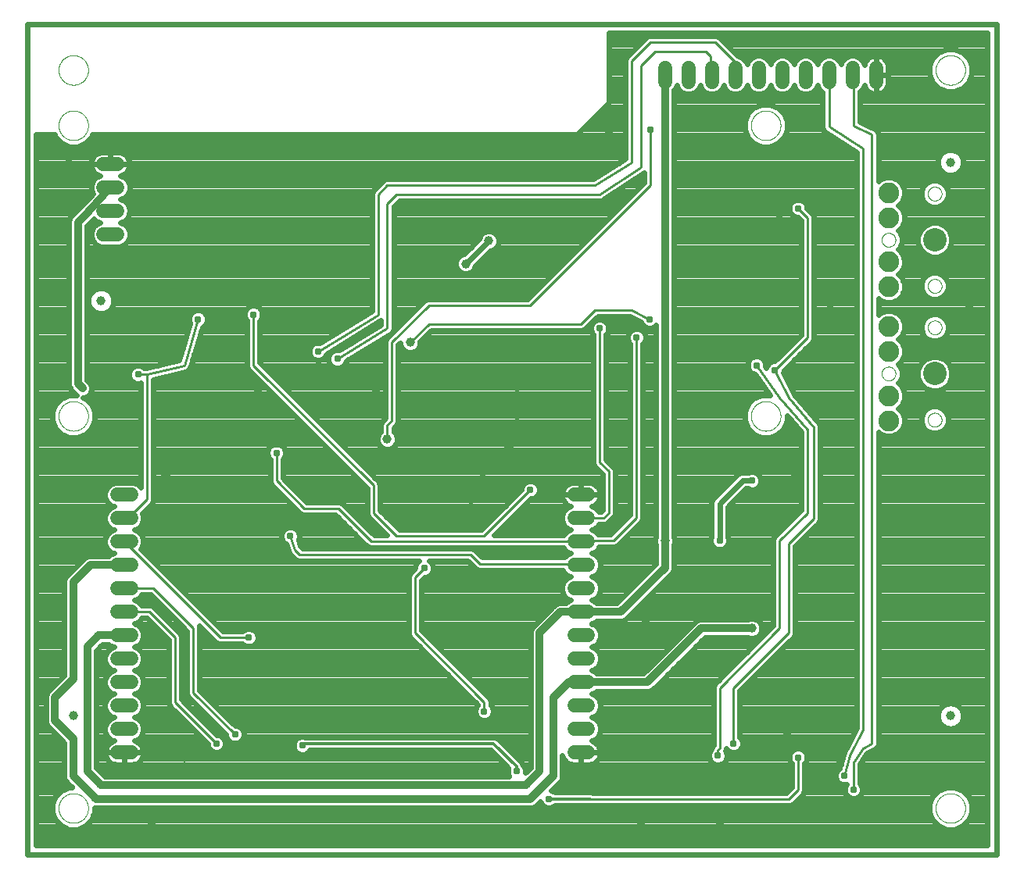
<source format=gbl>
G75*
%MOIN*%
%OFA0B0*%
%FSLAX25Y25*%
%IPPOS*%
%LPD*%
%AMOC8*
5,1,8,0,0,1.08239X$1,22.5*
%
%ADD10C,0.02400*%
%ADD11C,0.00000*%
%ADD12C,0.05937*%
%ADD13C,0.03937*%
%ADD14C,0.10000*%
%ADD15C,0.08858*%
%ADD16C,0.03100*%
%ADD17C,0.01600*%
%ADD18C,0.03962*%
%ADD19C,0.03569*%
%ADD20C,0.03200*%
%ADD21C,0.01000*%
%ADD22C,0.01200*%
D10*
X0002200Y0020744D02*
X0415586Y0020744D01*
X0415586Y0375075D01*
X0002200Y0375075D01*
X0002200Y0020744D01*
X0006100Y0024644D02*
X0006100Y0327831D01*
X0013775Y0327831D01*
X0014256Y0326670D01*
X0016787Y0324139D01*
X0020095Y0322769D01*
X0023675Y0322769D01*
X0026983Y0324139D01*
X0029514Y0326670D01*
X0029995Y0327831D01*
X0236452Y0327831D01*
X0250231Y0341610D01*
X0250231Y0371175D01*
X0411686Y0371175D01*
X0411686Y0024644D01*
X0006100Y0024644D01*
X0006100Y0025541D02*
X0411686Y0025541D01*
X0411686Y0027940D02*
X0006100Y0027940D01*
X0006100Y0030338D02*
X0411686Y0030338D01*
X0411686Y0032737D02*
X0400846Y0032737D01*
X0400998Y0032800D02*
X0403530Y0035331D01*
X0404900Y0038639D01*
X0404900Y0042219D01*
X0403530Y0045527D01*
X0400998Y0048058D01*
X0397691Y0049428D01*
X0394111Y0049428D01*
X0390803Y0048058D01*
X0388272Y0045527D01*
X0386902Y0042219D01*
X0386902Y0038639D01*
X0388272Y0035331D01*
X0390803Y0032800D01*
X0394111Y0031430D01*
X0397691Y0031430D01*
X0400998Y0032800D01*
X0403334Y0035135D02*
X0411686Y0035135D01*
X0411686Y0037534D02*
X0404442Y0037534D01*
X0404900Y0039932D02*
X0411686Y0039932D01*
X0411686Y0042331D02*
X0404854Y0042331D01*
X0403860Y0044729D02*
X0411686Y0044729D01*
X0411686Y0047128D02*
X0401929Y0047128D01*
X0411686Y0049526D02*
X0358115Y0049526D01*
X0358312Y0049049D02*
X0357741Y0050427D01*
X0357262Y0050906D01*
X0357262Y0059297D01*
X0360348Y0063925D01*
X0363558Y0065530D01*
X0363966Y0065699D01*
X0364036Y0065769D01*
X0364124Y0065813D01*
X0364413Y0066147D01*
X0364725Y0066459D01*
X0364763Y0066550D01*
X0364828Y0066625D01*
X0364967Y0067043D01*
X0365136Y0067451D01*
X0365136Y0067550D01*
X0365167Y0067644D01*
X0365136Y0068084D01*
X0365136Y0200795D01*
X0365768Y0200164D01*
X0368204Y0199154D01*
X0370841Y0199154D01*
X0373278Y0200164D01*
X0375143Y0202028D01*
X0376152Y0204465D01*
X0376152Y0207102D01*
X0375143Y0209539D01*
X0373583Y0211098D01*
X0375143Y0212658D01*
X0376152Y0215095D01*
X0376152Y0217732D01*
X0375143Y0220168D01*
X0373483Y0221828D01*
X0374315Y0222660D01*
X0375176Y0224738D01*
X0375176Y0226987D01*
X0374315Y0229064D01*
X0373483Y0229896D01*
X0375143Y0231556D01*
X0376152Y0233992D01*
X0376152Y0236630D01*
X0375143Y0239066D01*
X0373583Y0240626D01*
X0375143Y0242186D01*
X0376152Y0244622D01*
X0376152Y0247260D01*
X0375143Y0249696D01*
X0373278Y0251561D01*
X0370841Y0252570D01*
X0368204Y0252570D01*
X0365768Y0251561D01*
X0365136Y0250929D01*
X0365136Y0257882D01*
X0365768Y0257250D01*
X0368204Y0256241D01*
X0370841Y0256241D01*
X0373278Y0257250D01*
X0375143Y0259115D01*
X0376152Y0261551D01*
X0376152Y0264189D01*
X0375143Y0266625D01*
X0373583Y0268185D01*
X0375143Y0269745D01*
X0376152Y0272181D01*
X0376152Y0274819D01*
X0375143Y0277255D01*
X0373483Y0278915D01*
X0374315Y0279747D01*
X0375176Y0281824D01*
X0375176Y0284073D01*
X0374315Y0286151D01*
X0373483Y0286983D01*
X0375143Y0288643D01*
X0376152Y0291079D01*
X0376152Y0293716D01*
X0375143Y0296153D01*
X0373583Y0297713D01*
X0375143Y0299272D01*
X0376152Y0301709D01*
X0376152Y0304346D01*
X0375143Y0306783D01*
X0373278Y0308647D01*
X0370841Y0309657D01*
X0368204Y0309657D01*
X0365768Y0308647D01*
X0365136Y0308016D01*
X0365136Y0327735D01*
X0365167Y0328175D01*
X0365136Y0328269D01*
X0365136Y0328368D01*
X0364967Y0328775D01*
X0364828Y0329194D01*
X0364763Y0329269D01*
X0364725Y0329360D01*
X0364413Y0329672D01*
X0364124Y0330005D01*
X0364036Y0330050D01*
X0363966Y0330120D01*
X0363558Y0330288D01*
X0357262Y0333436D01*
X0357262Y0346276D01*
X0358511Y0347525D01*
X0359147Y0349061D01*
X0359339Y0348469D01*
X0359709Y0347744D01*
X0360187Y0347086D01*
X0360762Y0346510D01*
X0361420Y0346032D01*
X0362145Y0345663D01*
X0362919Y0345412D01*
X0363722Y0345284D01*
X0364129Y0345284D01*
X0364129Y0353421D01*
X0364129Y0353421D01*
X0364129Y0345284D01*
X0364536Y0345284D01*
X0365339Y0345412D01*
X0366113Y0345663D01*
X0366838Y0346032D01*
X0367496Y0346510D01*
X0368071Y0347086D01*
X0368550Y0347744D01*
X0368919Y0348469D01*
X0369170Y0349242D01*
X0369298Y0350046D01*
X0369298Y0353421D01*
X0364129Y0353421D01*
X0364129Y0353421D01*
X0364129Y0361558D01*
X0363722Y0361558D01*
X0362919Y0361431D01*
X0362145Y0361180D01*
X0361420Y0360810D01*
X0360762Y0360332D01*
X0360187Y0359757D01*
X0359709Y0359099D01*
X0359339Y0358374D01*
X0359147Y0357782D01*
X0358511Y0359317D01*
X0357057Y0360771D01*
X0355157Y0361558D01*
X0353101Y0361558D01*
X0351201Y0360771D01*
X0349747Y0359317D01*
X0349129Y0357825D01*
X0348511Y0359317D01*
X0347057Y0360771D01*
X0345157Y0361558D01*
X0343101Y0361558D01*
X0341201Y0360771D01*
X0339747Y0359317D01*
X0339129Y0357825D01*
X0338511Y0359317D01*
X0337057Y0360771D01*
X0335157Y0361558D01*
X0333101Y0361558D01*
X0331201Y0360771D01*
X0329747Y0359317D01*
X0329129Y0357825D01*
X0328511Y0359317D01*
X0327057Y0360771D01*
X0325157Y0361558D01*
X0323101Y0361558D01*
X0321201Y0360771D01*
X0319747Y0359317D01*
X0319129Y0357825D01*
X0318511Y0359317D01*
X0317057Y0360771D01*
X0315157Y0361558D01*
X0313101Y0361558D01*
X0311201Y0360771D01*
X0309747Y0359317D01*
X0309129Y0357825D01*
X0308511Y0359317D01*
X0307057Y0360771D01*
X0305157Y0361558D01*
X0304968Y0361558D01*
X0297037Y0369490D01*
X0296044Y0369901D01*
X0267411Y0369901D01*
X0266419Y0369490D01*
X0265659Y0368730D01*
X0258545Y0361616D01*
X0257785Y0360856D01*
X0257374Y0359864D01*
X0257374Y0317516D01*
X0243552Y0308877D01*
X0155206Y0308877D01*
X0154214Y0308466D01*
X0149517Y0303770D01*
X0149106Y0302777D01*
X0149106Y0252568D01*
X0127079Y0239012D01*
X0126962Y0239061D01*
X0125470Y0239061D01*
X0124092Y0238490D01*
X0123037Y0237435D01*
X0122466Y0236057D01*
X0122466Y0234565D01*
X0123037Y0233187D01*
X0124092Y0232132D01*
X0125470Y0231561D01*
X0126962Y0231561D01*
X0128340Y0232132D01*
X0129395Y0233187D01*
X0129901Y0234409D01*
X0153038Y0248647D01*
X0153043Y0248649D01*
X0153043Y0246668D01*
X0135356Y0235859D01*
X0135229Y0235911D01*
X0133738Y0235911D01*
X0132359Y0235341D01*
X0131304Y0234286D01*
X0130733Y0232907D01*
X0130733Y0231415D01*
X0131304Y0230037D01*
X0132359Y0228982D01*
X0133738Y0228411D01*
X0135229Y0228411D01*
X0136608Y0228982D01*
X0137663Y0230037D01*
X0138163Y0231246D01*
X0156971Y0242740D01*
X0157273Y0242865D01*
X0157425Y0243017D01*
X0157609Y0243130D01*
X0157802Y0243393D01*
X0158032Y0243624D01*
X0158115Y0243823D01*
X0158242Y0243998D01*
X0158318Y0244315D01*
X0158443Y0244616D01*
X0158443Y0244832D01*
X0158494Y0245042D01*
X0158443Y0245364D01*
X0158443Y0297185D01*
X0160799Y0299540D01*
X0246027Y0299540D01*
X0246292Y0299487D01*
X0246559Y0299540D01*
X0246832Y0299540D01*
X0247081Y0299643D01*
X0247345Y0299696D01*
X0247572Y0299847D01*
X0247824Y0299951D01*
X0248015Y0300142D01*
X0265248Y0311631D01*
X0265248Y0307296D01*
X0215649Y0257696D01*
X0172923Y0257696D01*
X0171930Y0257285D01*
X0171171Y0256525D01*
X0155423Y0240777D01*
X0155012Y0239785D01*
X0155012Y0206902D01*
X0153454Y0205344D01*
X0153043Y0204352D01*
X0153043Y0201122D01*
X0152199Y0200278D01*
X0151562Y0198741D01*
X0151562Y0197078D01*
X0152199Y0195541D01*
X0153375Y0194365D01*
X0154912Y0193728D01*
X0156575Y0193728D01*
X0158112Y0194365D01*
X0159288Y0195541D01*
X0159924Y0197078D01*
X0159924Y0198741D01*
X0159288Y0200278D01*
X0158443Y0201122D01*
X0158443Y0202697D01*
X0159241Y0203495D01*
X0160001Y0204254D01*
X0160412Y0205246D01*
X0160412Y0238130D01*
X0161405Y0239123D01*
X0161405Y0238416D01*
X0162041Y0236880D01*
X0163217Y0235703D01*
X0164754Y0235067D01*
X0166417Y0235067D01*
X0167954Y0235703D01*
X0169130Y0236880D01*
X0169767Y0238416D01*
X0169767Y0239611D01*
X0174578Y0244422D01*
X0238958Y0244422D01*
X0239950Y0244833D01*
X0245444Y0250328D01*
X0259407Y0250328D01*
X0263980Y0247921D01*
X0264375Y0246966D01*
X0265430Y0245911D01*
X0266808Y0245341D01*
X0268300Y0245341D01*
X0269679Y0245911D01*
X0270329Y0246562D01*
X0270329Y0156354D01*
X0269948Y0155434D01*
X0269948Y0153771D01*
X0270329Y0152851D01*
X0270329Y0144641D01*
X0253657Y0127969D01*
X0244898Y0127969D01*
X0244317Y0128551D01*
X0242824Y0129169D01*
X0244317Y0129788D01*
X0245771Y0131242D01*
X0246557Y0133141D01*
X0246557Y0135197D01*
X0245771Y0137097D01*
X0244317Y0138551D01*
X0242824Y0139169D01*
X0244317Y0139788D01*
X0245771Y0141242D01*
X0246557Y0143141D01*
X0246557Y0145197D01*
X0245771Y0147097D01*
X0244317Y0148551D01*
X0242824Y0149169D01*
X0244317Y0149788D01*
X0245771Y0151242D01*
X0246044Y0151902D01*
X0252737Y0151902D01*
X0253729Y0152313D01*
X0263572Y0162156D01*
X0264331Y0162915D01*
X0264743Y0163908D01*
X0264743Y0238613D01*
X0265222Y0239092D01*
X0265793Y0240471D01*
X0265793Y0241962D01*
X0265222Y0243341D01*
X0264167Y0244396D01*
X0262788Y0244967D01*
X0261297Y0244967D01*
X0259918Y0244396D01*
X0258863Y0243341D01*
X0258293Y0241962D01*
X0258293Y0240471D01*
X0258863Y0239092D01*
X0259343Y0238613D01*
X0259343Y0165563D01*
X0251082Y0157302D01*
X0245565Y0157302D01*
X0244317Y0158551D01*
X0242824Y0159169D01*
X0244317Y0159788D01*
X0245771Y0161242D01*
X0245865Y0161469D01*
X0248524Y0161469D01*
X0249517Y0161880D01*
X0251761Y0164124D01*
X0252520Y0164884D01*
X0252931Y0165876D01*
X0252931Y0184667D01*
X0252520Y0185659D01*
X0251761Y0186419D01*
X0248994Y0189185D01*
X0248994Y0242550D01*
X0249474Y0243029D01*
X0250044Y0244408D01*
X0250044Y0245899D01*
X0249474Y0247278D01*
X0248419Y0248333D01*
X0247040Y0248904D01*
X0245549Y0248904D01*
X0244170Y0248333D01*
X0243115Y0247278D01*
X0242544Y0245899D01*
X0242544Y0244408D01*
X0243115Y0243029D01*
X0243594Y0242550D01*
X0243594Y0187530D01*
X0244006Y0186537D01*
X0247531Y0183012D01*
X0247531Y0167532D01*
X0246869Y0166869D01*
X0245865Y0166869D01*
X0245771Y0167097D01*
X0244317Y0168551D01*
X0242781Y0169187D01*
X0243373Y0169379D01*
X0244098Y0169749D01*
X0244756Y0170227D01*
X0245331Y0170802D01*
X0245809Y0171460D01*
X0246179Y0172185D01*
X0246430Y0172959D01*
X0246557Y0173763D01*
X0246557Y0174169D01*
X0238421Y0174169D01*
X0238421Y0174169D01*
X0246557Y0174169D01*
X0246557Y0174576D01*
X0246430Y0175380D01*
X0246179Y0176153D01*
X0245809Y0176878D01*
X0245331Y0177536D01*
X0244756Y0178112D01*
X0244098Y0178590D01*
X0243373Y0178959D01*
X0242599Y0179211D01*
X0241796Y0179338D01*
X0238421Y0179338D01*
X0238421Y0174169D01*
X0238420Y0174169D01*
X0230283Y0174169D01*
X0230283Y0173763D01*
X0230411Y0172959D01*
X0230662Y0172185D01*
X0231031Y0171460D01*
X0231510Y0170802D01*
X0232085Y0170227D01*
X0232743Y0169749D01*
X0233468Y0169379D01*
X0234060Y0169187D01*
X0232524Y0168551D01*
X0231070Y0167097D01*
X0230283Y0165197D01*
X0230283Y0163141D01*
X0231070Y0161242D01*
X0232524Y0159788D01*
X0234017Y0159169D01*
X0232524Y0158551D01*
X0231070Y0157097D01*
X0230992Y0156909D01*
X0201238Y0156909D01*
X0216835Y0172506D01*
X0217513Y0172506D01*
X0218891Y0173077D01*
X0219946Y0174132D01*
X0220517Y0175510D01*
X0220517Y0177002D01*
X0219946Y0178380D01*
X0218891Y0179435D01*
X0217513Y0180006D01*
X0216021Y0180006D01*
X0214643Y0179435D01*
X0213588Y0178380D01*
X0213017Y0177002D01*
X0213017Y0176324D01*
X0195964Y0159271D01*
X0160799Y0159271D01*
X0152538Y0167532D01*
X0152538Y0178761D01*
X0152127Y0179754D01*
X0151367Y0180513D01*
X0101357Y0230524D01*
X0101357Y0248456D01*
X0101836Y0248935D01*
X0102407Y0250313D01*
X0102407Y0251805D01*
X0101836Y0253183D01*
X0100781Y0254238D01*
X0099403Y0254809D01*
X0097911Y0254809D01*
X0096532Y0254238D01*
X0095478Y0253183D01*
X0094907Y0251805D01*
X0094907Y0250313D01*
X0095478Y0248935D01*
X0095957Y0248456D01*
X0095957Y0228868D01*
X0096368Y0227876D01*
X0147138Y0177106D01*
X0147138Y0165876D01*
X0147549Y0164884D01*
X0155524Y0156909D01*
X0150169Y0156909D01*
X0136407Y0170671D01*
X0135414Y0171082D01*
X0121429Y0171082D01*
X0111199Y0181311D01*
X0111199Y0189401D01*
X0111678Y0189880D01*
X0112249Y0191258D01*
X0112249Y0192750D01*
X0111678Y0194128D01*
X0110623Y0195183D01*
X0109245Y0195754D01*
X0107753Y0195754D01*
X0106375Y0195183D01*
X0105320Y0194128D01*
X0104749Y0192750D01*
X0104749Y0191258D01*
X0105320Y0189880D01*
X0105799Y0189401D01*
X0105799Y0179656D01*
X0106210Y0178663D01*
X0118021Y0166852D01*
X0118781Y0166093D01*
X0119773Y0165682D01*
X0133759Y0165682D01*
X0146761Y0152679D01*
X0147521Y0151920D01*
X0148513Y0151509D01*
X0230960Y0151509D01*
X0231070Y0151242D01*
X0232524Y0149788D01*
X0234017Y0149169D01*
X0232524Y0148551D01*
X0231433Y0147460D01*
X0196232Y0147460D01*
X0192706Y0150986D01*
X0191713Y0151397D01*
X0119460Y0151397D01*
X0118733Y0152124D01*
X0117792Y0154948D01*
X0118155Y0155825D01*
X0118155Y0157317D01*
X0117584Y0158695D01*
X0116529Y0159750D01*
X0115151Y0160321D01*
X0113659Y0160321D01*
X0112281Y0159750D01*
X0111226Y0158695D01*
X0110655Y0157317D01*
X0110655Y0155825D01*
X0111226Y0154447D01*
X0112281Y0153392D01*
X0112673Y0153229D01*
X0113673Y0150227D01*
X0113673Y0150128D01*
X0113842Y0149721D01*
X0113982Y0149302D01*
X0114046Y0149227D01*
X0114084Y0149136D01*
X0114396Y0148824D01*
X0114685Y0148491D01*
X0114774Y0148446D01*
X0116053Y0147167D01*
X0116812Y0146408D01*
X0117805Y0145997D01*
X0169431Y0145997D01*
X0169367Y0145970D01*
X0168312Y0144916D01*
X0167741Y0143537D01*
X0167741Y0142860D01*
X0165265Y0140384D01*
X0164854Y0139391D01*
X0164854Y0114695D01*
X0165265Y0113703D01*
X0166025Y0112943D01*
X0194382Y0084586D01*
X0194382Y0084371D01*
X0193903Y0083892D01*
X0193332Y0082514D01*
X0193332Y0081022D01*
X0193903Y0079644D01*
X0194958Y0078589D01*
X0196336Y0078018D01*
X0197828Y0078018D01*
X0199206Y0078589D01*
X0200261Y0079644D01*
X0200832Y0081022D01*
X0200832Y0082514D01*
X0200261Y0083892D01*
X0199782Y0084371D01*
X0199782Y0086242D01*
X0199371Y0087234D01*
X0170254Y0116351D01*
X0170254Y0137736D01*
X0171560Y0139041D01*
X0172237Y0139041D01*
X0173616Y0139612D01*
X0174670Y0140667D01*
X0175241Y0142045D01*
X0175241Y0143537D01*
X0174670Y0144916D01*
X0173616Y0145970D01*
X0173552Y0145997D01*
X0190058Y0145997D01*
X0192824Y0143230D01*
X0193584Y0142471D01*
X0194576Y0142060D01*
X0230731Y0142060D01*
X0231070Y0141242D01*
X0232524Y0139788D01*
X0234017Y0139169D01*
X0232524Y0138551D01*
X0231070Y0137097D01*
X0230283Y0135197D01*
X0230283Y0133141D01*
X0231070Y0131242D01*
X0232524Y0129788D01*
X0234017Y0129169D01*
X0232524Y0128551D01*
X0231943Y0127969D01*
X0228885Y0127969D01*
X0227488Y0127391D01*
X0226419Y0126322D01*
X0217482Y0117385D01*
X0216904Y0115988D01*
X0216904Y0057751D01*
X0214611Y0055459D01*
X0214611Y0056923D01*
X0214041Y0058301D01*
X0213661Y0058680D01*
X0213661Y0058703D01*
X0213235Y0059732D01*
X0203393Y0069574D01*
X0202605Y0070362D01*
X0201576Y0070788D01*
X0120661Y0070788D01*
X0120269Y0070951D01*
X0118777Y0070951D01*
X0117399Y0070380D01*
X0116344Y0069325D01*
X0115773Y0067947D01*
X0115773Y0066455D01*
X0116344Y0065077D01*
X0117399Y0064022D01*
X0118777Y0063451D01*
X0120269Y0063451D01*
X0121647Y0064022D01*
X0122702Y0065077D01*
X0122748Y0065188D01*
X0199859Y0065188D01*
X0207408Y0057639D01*
X0207111Y0056923D01*
X0207111Y0055431D01*
X0207675Y0054072D01*
X0035270Y0054072D01*
X0031591Y0057751D01*
X0031591Y0107753D01*
X0034207Y0110369D01*
X0037061Y0110369D01*
X0037642Y0109788D01*
X0039135Y0109169D01*
X0037642Y0108551D01*
X0036188Y0107097D01*
X0035402Y0105197D01*
X0035402Y0103141D01*
X0036188Y0101242D01*
X0037642Y0099788D01*
X0039135Y0099169D01*
X0037642Y0098551D01*
X0036188Y0097097D01*
X0035402Y0095197D01*
X0035402Y0093141D01*
X0036188Y0091242D01*
X0037642Y0089788D01*
X0039135Y0089169D01*
X0037642Y0088551D01*
X0036188Y0087097D01*
X0035402Y0085197D01*
X0035402Y0083141D01*
X0036188Y0081242D01*
X0037642Y0079788D01*
X0039135Y0079169D01*
X0037642Y0078551D01*
X0036188Y0077097D01*
X0035402Y0075197D01*
X0035402Y0073141D01*
X0036188Y0071242D01*
X0037642Y0069788D01*
X0039178Y0069152D01*
X0038586Y0068959D01*
X0037861Y0068590D01*
X0037203Y0068112D01*
X0036628Y0067536D01*
X0036150Y0066878D01*
X0035780Y0066153D01*
X0035529Y0065380D01*
X0035402Y0064576D01*
X0035402Y0064169D01*
X0035402Y0063763D01*
X0035529Y0062959D01*
X0035780Y0062185D01*
X0036150Y0061460D01*
X0036628Y0060802D01*
X0037203Y0060227D01*
X0037861Y0059749D01*
X0038586Y0059379D01*
X0039360Y0059128D01*
X0040163Y0059001D01*
X0043539Y0059001D01*
X0046914Y0059001D01*
X0047717Y0059128D01*
X0048491Y0059379D01*
X0049216Y0059749D01*
X0049874Y0060227D01*
X0050449Y0060802D01*
X0050928Y0061460D01*
X0051297Y0062185D01*
X0051548Y0062959D01*
X0051676Y0063763D01*
X0051676Y0064169D01*
X0043539Y0064169D01*
X0043539Y0064169D01*
X0043539Y0059001D01*
X0043539Y0064169D01*
X0043539Y0064169D01*
X0051676Y0064169D01*
X0051676Y0064576D01*
X0051548Y0065380D01*
X0051297Y0066153D01*
X0050928Y0066878D01*
X0050449Y0067536D01*
X0049874Y0068112D01*
X0049216Y0068590D01*
X0048491Y0068959D01*
X0047899Y0069152D01*
X0049435Y0069788D01*
X0050889Y0071242D01*
X0051676Y0073141D01*
X0051676Y0075197D01*
X0050889Y0077097D01*
X0049435Y0078551D01*
X0047942Y0079169D01*
X0049435Y0079788D01*
X0050889Y0081242D01*
X0051676Y0083141D01*
X0051676Y0085197D01*
X0050889Y0087097D01*
X0049435Y0088551D01*
X0047942Y0089169D01*
X0049435Y0089788D01*
X0050889Y0091242D01*
X0051676Y0093141D01*
X0051676Y0095197D01*
X0050889Y0097097D01*
X0049435Y0098551D01*
X0047942Y0099169D01*
X0049435Y0099788D01*
X0050889Y0101242D01*
X0051676Y0103141D01*
X0051676Y0105197D01*
X0050889Y0107097D01*
X0049435Y0108551D01*
X0047942Y0109169D01*
X0049435Y0109788D01*
X0050889Y0111242D01*
X0051676Y0113141D01*
X0051676Y0115197D01*
X0050889Y0117097D01*
X0049435Y0118551D01*
X0047942Y0119169D01*
X0049435Y0119788D01*
X0050889Y0121242D01*
X0050983Y0121469D01*
X0053168Y0121469D01*
X0062492Y0112145D01*
X0062492Y0085168D01*
X0062903Y0084175D01*
X0063663Y0083416D01*
X0079159Y0067920D01*
X0079159Y0067242D01*
X0079730Y0065864D01*
X0080784Y0064809D01*
X0082163Y0064238D01*
X0083655Y0064238D01*
X0085033Y0064809D01*
X0086088Y0065864D01*
X0086659Y0067242D01*
X0086659Y0068734D01*
X0086088Y0070112D01*
X0085033Y0071167D01*
X0083655Y0071738D01*
X0082977Y0071738D01*
X0067892Y0086823D01*
X0067892Y0113801D01*
X0067481Y0114793D01*
X0056576Y0125699D01*
X0055816Y0126458D01*
X0054824Y0126869D01*
X0050983Y0126869D01*
X0050889Y0127097D01*
X0049435Y0128551D01*
X0047942Y0129169D01*
X0049435Y0129788D01*
X0050889Y0131242D01*
X0050983Y0131469D01*
X0054979Y0131469D01*
X0070366Y0116082D01*
X0070366Y0089105D01*
X0070777Y0088112D01*
X0071537Y0087353D01*
X0087033Y0071857D01*
X0087033Y0071179D01*
X0087604Y0069801D01*
X0088658Y0068746D01*
X0090037Y0068175D01*
X0091529Y0068175D01*
X0092907Y0068746D01*
X0093962Y0069801D01*
X0094533Y0071179D01*
X0094533Y0072671D01*
X0093962Y0074049D01*
X0092907Y0075104D01*
X0091529Y0075675D01*
X0090851Y0075675D01*
X0075766Y0090760D01*
X0075766Y0117738D01*
X0075494Y0118396D01*
X0082155Y0111734D01*
X0082915Y0110975D01*
X0083907Y0110564D01*
X0094085Y0110564D01*
X0094564Y0110085D01*
X0095942Y0109514D01*
X0097434Y0109514D01*
X0098812Y0110085D01*
X0099867Y0111140D01*
X0100438Y0112518D01*
X0100438Y0114010D01*
X0099867Y0115388D01*
X0098812Y0116443D01*
X0097434Y0117014D01*
X0095942Y0117014D01*
X0094564Y0116443D01*
X0094085Y0115964D01*
X0085562Y0115964D01*
X0050587Y0150940D01*
X0050889Y0151242D01*
X0051676Y0153141D01*
X0051676Y0155197D01*
X0050889Y0157097D01*
X0049435Y0158551D01*
X0047942Y0159169D01*
X0049435Y0159788D01*
X0050889Y0161242D01*
X0051676Y0163141D01*
X0051676Y0165197D01*
X0051208Y0166327D01*
X0055670Y0170789D01*
X0056081Y0171782D01*
X0056081Y0223360D01*
X0069595Y0226739D01*
X0069936Y0226774D01*
X0070112Y0226868D01*
X0070305Y0226916D01*
X0070580Y0227120D01*
X0070882Y0227283D01*
X0071008Y0227437D01*
X0071168Y0227556D01*
X0071344Y0227850D01*
X0071561Y0228115D01*
X0071618Y0228306D01*
X0071721Y0228477D01*
X0071771Y0228816D01*
X0076863Y0245789D01*
X0077159Y0245911D01*
X0078214Y0246966D01*
X0078785Y0248345D01*
X0078785Y0249836D01*
X0078214Y0251215D01*
X0077159Y0252270D01*
X0075781Y0252841D01*
X0074289Y0252841D01*
X0072910Y0252270D01*
X0071856Y0251215D01*
X0071285Y0249836D01*
X0071285Y0248345D01*
X0071695Y0247354D01*
X0066984Y0231652D01*
X0053049Y0228168D01*
X0052047Y0228168D01*
X0051568Y0228648D01*
X0050190Y0229218D01*
X0048698Y0229218D01*
X0047320Y0228648D01*
X0046265Y0227593D01*
X0045694Y0226214D01*
X0045694Y0224723D01*
X0046265Y0223344D01*
X0047320Y0222289D01*
X0048698Y0221719D01*
X0050190Y0221719D01*
X0050681Y0221922D01*
X0050681Y0177305D01*
X0049435Y0178551D01*
X0047535Y0179338D01*
X0039542Y0179338D01*
X0037642Y0178551D01*
X0036188Y0177097D01*
X0035402Y0175197D01*
X0035402Y0173141D01*
X0036188Y0171242D01*
X0037642Y0169788D01*
X0039135Y0169169D01*
X0037642Y0168551D01*
X0036188Y0167097D01*
X0035402Y0165197D01*
X0035402Y0163141D01*
X0036188Y0161242D01*
X0037642Y0159788D01*
X0039135Y0159169D01*
X0037642Y0158551D01*
X0036188Y0157097D01*
X0035402Y0155197D01*
X0035402Y0153141D01*
X0036188Y0151242D01*
X0037642Y0149788D01*
X0039135Y0149169D01*
X0037642Y0148551D01*
X0037061Y0147969D01*
X0028413Y0147969D01*
X0027016Y0147391D01*
X0025947Y0146322D01*
X0018664Y0139038D01*
X0018085Y0137642D01*
X0018085Y0097121D01*
X0010790Y0089826D01*
X0010211Y0088429D01*
X0010211Y0077075D01*
X0010790Y0075678D01*
X0011858Y0074609D01*
X0018085Y0068383D01*
X0018085Y0053453D01*
X0018664Y0052056D01*
X0019733Y0050987D01*
X0021291Y0049428D01*
X0020095Y0049428D01*
X0016787Y0048058D01*
X0014256Y0045527D01*
X0012886Y0042219D01*
X0012886Y0038639D01*
X0014256Y0035331D01*
X0016787Y0032800D01*
X0020095Y0031430D01*
X0023675Y0031430D01*
X0026983Y0032800D01*
X0029514Y0035331D01*
X0030884Y0038639D01*
X0030884Y0040602D01*
X0030972Y0040566D01*
X0217523Y0040566D01*
X0218919Y0041145D01*
X0219988Y0042214D01*
X0221039Y0043264D01*
X0221462Y0042242D01*
X0222517Y0041187D01*
X0223895Y0040616D01*
X0225387Y0040616D01*
X0226765Y0041187D01*
X0227144Y0041566D01*
X0242914Y0041566D01*
X0243156Y0041666D01*
X0327540Y0041666D01*
X0328533Y0042077D01*
X0332470Y0046014D01*
X0333229Y0046774D01*
X0333640Y0047766D01*
X0333640Y0059479D01*
X0334119Y0059958D01*
X0334690Y0061337D01*
X0334690Y0062829D01*
X0334119Y0064207D01*
X0333064Y0065262D01*
X0331686Y0065833D01*
X0330194Y0065833D01*
X0328816Y0065262D01*
X0327761Y0064207D01*
X0327190Y0062829D01*
X0327190Y0061337D01*
X0327761Y0059958D01*
X0328240Y0059479D01*
X0328240Y0049422D01*
X0325885Y0047066D01*
X0243156Y0047066D01*
X0242914Y0047166D01*
X0227144Y0047166D01*
X0226765Y0047545D01*
X0225743Y0047968D01*
X0229831Y0052056D01*
X0230409Y0053453D01*
X0230409Y0062967D01*
X0230411Y0062959D01*
X0230662Y0062185D01*
X0231031Y0061460D01*
X0231510Y0060802D01*
X0232085Y0060227D01*
X0232743Y0059749D01*
X0233468Y0059379D01*
X0234242Y0059128D01*
X0235045Y0059001D01*
X0238420Y0059001D01*
X0238420Y0064169D01*
X0238421Y0064169D01*
X0238421Y0064169D01*
X0246557Y0064169D01*
X0246557Y0063763D01*
X0246430Y0062959D01*
X0246179Y0062185D01*
X0245809Y0061460D01*
X0245331Y0060802D01*
X0244756Y0060227D01*
X0244098Y0059749D01*
X0243373Y0059379D01*
X0242599Y0059128D01*
X0241796Y0059001D01*
X0238421Y0059001D01*
X0238421Y0064169D01*
X0246557Y0064169D01*
X0246557Y0064576D01*
X0246430Y0065380D01*
X0246179Y0066153D01*
X0245809Y0066878D01*
X0245331Y0067536D01*
X0244756Y0068112D01*
X0244098Y0068590D01*
X0243373Y0068959D01*
X0242781Y0069152D01*
X0244317Y0069788D01*
X0245771Y0071242D01*
X0246557Y0073141D01*
X0246557Y0075197D01*
X0245771Y0077097D01*
X0244317Y0078551D01*
X0242824Y0079169D01*
X0244317Y0079788D01*
X0245771Y0081242D01*
X0246557Y0083141D01*
X0246557Y0085197D01*
X0245771Y0087097D01*
X0244317Y0088551D01*
X0242824Y0089169D01*
X0244317Y0089788D01*
X0244898Y0090369D01*
X0267326Y0090369D01*
X0268723Y0090948D01*
X0269792Y0092017D01*
X0291176Y0113401D01*
X0309503Y0113401D01*
X0310423Y0113020D01*
X0312087Y0113020D01*
X0313624Y0113656D01*
X0314800Y0114832D01*
X0315436Y0116369D01*
X0315436Y0118032D01*
X0314800Y0119569D01*
X0313624Y0120745D01*
X0312087Y0121382D01*
X0310423Y0121382D01*
X0309503Y0121001D01*
X0288846Y0121001D01*
X0287449Y0120422D01*
X0264996Y0097969D01*
X0244898Y0097969D01*
X0244317Y0098551D01*
X0242824Y0099169D01*
X0244317Y0099788D01*
X0245771Y0101242D01*
X0246557Y0103141D01*
X0246557Y0105197D01*
X0245771Y0107097D01*
X0244317Y0108551D01*
X0242824Y0109169D01*
X0244317Y0109788D01*
X0245771Y0111242D01*
X0246557Y0113141D01*
X0246557Y0115197D01*
X0245771Y0117097D01*
X0244317Y0118551D01*
X0242824Y0119169D01*
X0244317Y0119788D01*
X0244898Y0120369D01*
X0255987Y0120369D01*
X0257384Y0120948D01*
X0277351Y0140914D01*
X0277929Y0142311D01*
X0277929Y0152851D01*
X0278310Y0153771D01*
X0278310Y0155434D01*
X0277929Y0156354D01*
X0277929Y0346943D01*
X0278511Y0347525D01*
X0279129Y0349018D01*
X0279747Y0347525D01*
X0281201Y0346071D01*
X0283101Y0345284D01*
X0285157Y0345284D01*
X0287057Y0346071D01*
X0288511Y0347525D01*
X0289129Y0349018D01*
X0289747Y0347525D01*
X0291201Y0346071D01*
X0293101Y0345284D01*
X0295157Y0345284D01*
X0297057Y0346071D01*
X0298511Y0347525D01*
X0299129Y0349018D01*
X0299747Y0347525D01*
X0301201Y0346071D01*
X0303101Y0345284D01*
X0305157Y0345284D01*
X0307057Y0346071D01*
X0308511Y0347525D01*
X0309129Y0349018D01*
X0309747Y0347525D01*
X0311201Y0346071D01*
X0313101Y0345284D01*
X0315157Y0345284D01*
X0317057Y0346071D01*
X0318511Y0347525D01*
X0319129Y0349018D01*
X0319747Y0347525D01*
X0321201Y0346071D01*
X0323101Y0345284D01*
X0325157Y0345284D01*
X0327057Y0346071D01*
X0328511Y0347525D01*
X0329129Y0349018D01*
X0329747Y0347525D01*
X0331201Y0346071D01*
X0333101Y0345284D01*
X0335157Y0345284D01*
X0337057Y0346071D01*
X0338511Y0347525D01*
X0339129Y0349018D01*
X0339747Y0347525D01*
X0341201Y0346071D01*
X0341429Y0345977D01*
X0341429Y0331420D01*
X0341377Y0331130D01*
X0341429Y0330888D01*
X0341429Y0330640D01*
X0341542Y0330368D01*
X0341604Y0330081D01*
X0341745Y0329877D01*
X0341840Y0329648D01*
X0342048Y0329440D01*
X0342216Y0329198D01*
X0342424Y0329064D01*
X0342600Y0328888D01*
X0342872Y0328776D01*
X0355799Y0320452D01*
X0355799Y0074531D01*
X0350691Y0064314D01*
X0350524Y0064099D01*
X0350453Y0063838D01*
X0350332Y0063597D01*
X0350313Y0063325D01*
X0348718Y0057478D01*
X0348501Y0057388D01*
X0347446Y0056333D01*
X0346875Y0054955D01*
X0346875Y0053463D01*
X0347446Y0052084D01*
X0348501Y0051030D01*
X0349879Y0050459D01*
X0351371Y0050459D01*
X0351445Y0050489D01*
X0351383Y0050427D01*
X0350812Y0049049D01*
X0350812Y0047557D01*
X0351383Y0046179D01*
X0352438Y0045124D01*
X0353816Y0044553D01*
X0355308Y0044553D01*
X0356686Y0045124D01*
X0357741Y0046179D01*
X0358312Y0047557D01*
X0358312Y0049049D01*
X0358134Y0047128D02*
X0389873Y0047128D01*
X0387941Y0044729D02*
X0355733Y0044729D01*
X0353391Y0044729D02*
X0331185Y0044729D01*
X0333376Y0047128D02*
X0350990Y0047128D01*
X0351010Y0049526D02*
X0333640Y0049526D01*
X0333640Y0051925D02*
X0347606Y0051925D01*
X0346875Y0054323D02*
X0333640Y0054323D01*
X0333640Y0056722D02*
X0347835Y0056722D01*
X0349166Y0059120D02*
X0333640Y0059120D01*
X0334690Y0061519D02*
X0349820Y0061519D01*
X0350474Y0063917D02*
X0334239Y0063917D01*
X0327641Y0063917D02*
X0300313Y0063917D01*
X0300438Y0063616D02*
X0299920Y0064866D01*
X0300176Y0065483D01*
X0300176Y0065928D01*
X0300202Y0065864D01*
X0301257Y0064809D01*
X0302635Y0064238D01*
X0304127Y0064238D01*
X0305505Y0064809D01*
X0306560Y0065864D01*
X0307131Y0067242D01*
X0307131Y0068734D01*
X0306560Y0070112D01*
X0306081Y0070591D01*
X0306081Y0090492D01*
X0328533Y0112943D01*
X0329292Y0113703D01*
X0329703Y0114695D01*
X0329703Y0152303D01*
X0339162Y0161762D01*
X0339922Y0162522D01*
X0340333Y0163514D01*
X0340333Y0202913D01*
X0340369Y0203335D01*
X0340333Y0203447D01*
X0340333Y0203565D01*
X0340171Y0203955D01*
X0340043Y0204358D01*
X0339967Y0204448D01*
X0339922Y0204557D01*
X0339623Y0204856D01*
X0329274Y0217121D01*
X0324685Y0226299D01*
X0324848Y0226691D01*
X0324848Y0227369D01*
X0337166Y0239687D01*
X0337577Y0240679D01*
X0337577Y0292935D01*
X0337166Y0293927D01*
X0336407Y0294687D01*
X0334690Y0296403D01*
X0334690Y0297081D01*
X0334119Y0298459D01*
X0333064Y0299514D01*
X0331686Y0300085D01*
X0330194Y0300085D01*
X0328816Y0299514D01*
X0327761Y0298459D01*
X0327190Y0297081D01*
X0327190Y0295589D01*
X0327761Y0294210D01*
X0328816Y0293156D01*
X0330194Y0292585D01*
X0330872Y0292585D01*
X0332177Y0291279D01*
X0332177Y0242335D01*
X0321029Y0231187D01*
X0320352Y0231187D01*
X0318973Y0230616D01*
X0317919Y0229561D01*
X0317372Y0228243D01*
X0316974Y0228801D01*
X0316974Y0230151D01*
X0316403Y0231530D01*
X0315348Y0232585D01*
X0313970Y0233155D01*
X0312478Y0233155D01*
X0311099Y0232585D01*
X0310045Y0231530D01*
X0309474Y0230151D01*
X0309474Y0228660D01*
X0310045Y0227281D01*
X0311099Y0226226D01*
X0312478Y0225656D01*
X0312584Y0225656D01*
X0318944Y0216751D01*
X0315371Y0216751D01*
X0312063Y0215381D01*
X0309531Y0212850D01*
X0308161Y0209542D01*
X0308161Y0205962D01*
X0309531Y0202654D01*
X0312063Y0200123D01*
X0315371Y0198753D01*
X0318951Y0198753D01*
X0322258Y0200123D01*
X0324790Y0202654D01*
X0326160Y0205962D01*
X0326160Y0207868D01*
X0332177Y0200848D01*
X0332177Y0167532D01*
X0320777Y0156132D01*
X0320366Y0155139D01*
X0320366Y0118319D01*
X0295187Y0093140D01*
X0294776Y0092147D01*
X0294776Y0067138D01*
X0294399Y0066762D01*
X0293988Y0065769D01*
X0293988Y0065473D01*
X0293509Y0064994D01*
X0292938Y0063616D01*
X0292938Y0062124D01*
X0293509Y0060746D01*
X0294564Y0059691D01*
X0295942Y0059120D01*
X0297434Y0059120D01*
X0298812Y0059691D01*
X0299867Y0060746D01*
X0300438Y0062124D01*
X0300438Y0063616D01*
X0300187Y0061519D02*
X0327190Y0061519D01*
X0328240Y0059120D02*
X0297435Y0059120D01*
X0295942Y0059120D02*
X0242550Y0059120D01*
X0245839Y0061519D02*
X0293189Y0061519D01*
X0293063Y0063917D02*
X0246557Y0063917D01*
X0246096Y0066316D02*
X0294215Y0066316D01*
X0294776Y0068714D02*
X0243853Y0068714D01*
X0245642Y0071113D02*
X0294776Y0071113D01*
X0294776Y0073511D02*
X0246557Y0073511D01*
X0246262Y0075910D02*
X0294776Y0075910D01*
X0294776Y0078308D02*
X0244559Y0078308D01*
X0245236Y0080707D02*
X0294776Y0080707D01*
X0294776Y0083105D02*
X0246543Y0083105D01*
X0246430Y0085504D02*
X0294776Y0085504D01*
X0294776Y0087902D02*
X0244965Y0087902D01*
X0244830Y0090301D02*
X0294776Y0090301D01*
X0295004Y0092699D02*
X0270474Y0092699D01*
X0272873Y0095098D02*
X0297145Y0095098D01*
X0299543Y0097496D02*
X0275271Y0097496D01*
X0277670Y0099895D02*
X0301942Y0099895D01*
X0304340Y0102293D02*
X0280068Y0102293D01*
X0282467Y0104692D02*
X0306739Y0104692D01*
X0309137Y0107091D02*
X0284865Y0107091D01*
X0287264Y0109489D02*
X0311536Y0109489D01*
X0313935Y0111888D02*
X0289662Y0111888D01*
X0283711Y0116685D02*
X0245941Y0116685D01*
X0246557Y0114286D02*
X0281313Y0114286D01*
X0278914Y0111888D02*
X0246038Y0111888D01*
X0243596Y0109489D02*
X0276516Y0109489D01*
X0274117Y0107091D02*
X0245773Y0107091D01*
X0246557Y0104692D02*
X0271719Y0104692D01*
X0269320Y0102293D02*
X0246206Y0102293D01*
X0244424Y0099895D02*
X0266922Y0099895D01*
X0286110Y0119083D02*
X0243032Y0119083D01*
X0244012Y0128677D02*
X0254365Y0128677D01*
X0256764Y0131076D02*
X0245605Y0131076D01*
X0246557Y0133474D02*
X0259162Y0133474D01*
X0261561Y0135873D02*
X0246278Y0135873D01*
X0244596Y0138271D02*
X0263959Y0138271D01*
X0266358Y0140670D02*
X0245199Y0140670D01*
X0246527Y0143068D02*
X0268756Y0143068D01*
X0270329Y0145467D02*
X0246446Y0145467D01*
X0245002Y0147865D02*
X0270329Y0147865D01*
X0270329Y0150264D02*
X0244793Y0150264D01*
X0245408Y0157459D02*
X0251239Y0157459D01*
X0253637Y0159858D02*
X0244387Y0159858D01*
X0249893Y0162256D02*
X0256036Y0162256D01*
X0258434Y0164655D02*
X0252291Y0164655D01*
X0251761Y0164124D02*
X0251761Y0164124D01*
X0252931Y0167053D02*
X0259343Y0167053D01*
X0259343Y0169452D02*
X0252931Y0169452D01*
X0252931Y0171850D02*
X0259343Y0171850D01*
X0259343Y0174249D02*
X0252931Y0174249D01*
X0252931Y0176647D02*
X0259343Y0176647D01*
X0259343Y0179046D02*
X0252931Y0179046D01*
X0252931Y0181444D02*
X0259343Y0181444D01*
X0259343Y0183843D02*
X0252931Y0183843D01*
X0251938Y0186241D02*
X0259343Y0186241D01*
X0259343Y0188640D02*
X0249540Y0188640D01*
X0248994Y0191038D02*
X0259343Y0191038D01*
X0259343Y0193437D02*
X0248994Y0193437D01*
X0248994Y0195835D02*
X0259343Y0195835D01*
X0259343Y0198234D02*
X0248994Y0198234D01*
X0248994Y0200632D02*
X0259343Y0200632D01*
X0259343Y0203031D02*
X0248994Y0203031D01*
X0248994Y0205429D02*
X0259343Y0205429D01*
X0259343Y0207828D02*
X0248994Y0207828D01*
X0248994Y0210226D02*
X0259343Y0210226D01*
X0259343Y0212625D02*
X0248994Y0212625D01*
X0248994Y0215024D02*
X0259343Y0215024D01*
X0259343Y0217422D02*
X0248994Y0217422D01*
X0248994Y0219821D02*
X0259343Y0219821D01*
X0259343Y0222219D02*
X0248994Y0222219D01*
X0248994Y0224618D02*
X0259343Y0224618D01*
X0259343Y0227016D02*
X0248994Y0227016D01*
X0248994Y0229415D02*
X0259343Y0229415D01*
X0259343Y0231813D02*
X0248994Y0231813D01*
X0248994Y0234212D02*
X0259343Y0234212D01*
X0259343Y0236610D02*
X0248994Y0236610D01*
X0248994Y0239009D02*
X0258947Y0239009D01*
X0258293Y0241407D02*
X0248994Y0241407D01*
X0249795Y0243806D02*
X0259328Y0243806D01*
X0264757Y0243806D02*
X0270329Y0243806D01*
X0270329Y0246204D02*
X0269971Y0246204D01*
X0265137Y0246204D02*
X0249918Y0246204D01*
X0247767Y0248603D02*
X0262684Y0248603D01*
X0265793Y0241407D02*
X0270329Y0241407D01*
X0270329Y0239009D02*
X0265138Y0239009D01*
X0264743Y0236610D02*
X0270329Y0236610D01*
X0270329Y0234212D02*
X0264743Y0234212D01*
X0264743Y0231813D02*
X0270329Y0231813D01*
X0270329Y0229415D02*
X0264743Y0229415D01*
X0264743Y0227016D02*
X0270329Y0227016D01*
X0270329Y0224618D02*
X0264743Y0224618D01*
X0264743Y0222219D02*
X0270329Y0222219D01*
X0270329Y0219821D02*
X0264743Y0219821D01*
X0264743Y0217422D02*
X0270329Y0217422D01*
X0270329Y0215024D02*
X0264743Y0215024D01*
X0264743Y0212625D02*
X0270329Y0212625D01*
X0270329Y0210226D02*
X0264743Y0210226D01*
X0264743Y0207828D02*
X0270329Y0207828D01*
X0270329Y0205429D02*
X0264743Y0205429D01*
X0264743Y0203031D02*
X0270329Y0203031D01*
X0270329Y0200632D02*
X0264743Y0200632D01*
X0264743Y0198234D02*
X0270329Y0198234D01*
X0270329Y0195835D02*
X0264743Y0195835D01*
X0264743Y0193437D02*
X0270329Y0193437D01*
X0270329Y0191038D02*
X0264743Y0191038D01*
X0264743Y0188640D02*
X0270329Y0188640D01*
X0270329Y0186241D02*
X0264743Y0186241D01*
X0264743Y0183843D02*
X0270329Y0183843D01*
X0270329Y0181444D02*
X0264743Y0181444D01*
X0264743Y0179046D02*
X0270329Y0179046D01*
X0270329Y0176647D02*
X0264743Y0176647D01*
X0264743Y0174249D02*
X0270329Y0174249D01*
X0270329Y0171850D02*
X0264743Y0171850D01*
X0264743Y0169452D02*
X0270329Y0169452D01*
X0270329Y0167053D02*
X0264743Y0167053D01*
X0264743Y0164655D02*
X0270329Y0164655D01*
X0270329Y0162256D02*
X0263672Y0162256D01*
X0261274Y0159858D02*
X0270329Y0159858D01*
X0270329Y0157459D02*
X0258875Y0157459D01*
X0256477Y0155061D02*
X0269948Y0155061D01*
X0270329Y0152662D02*
X0254078Y0152662D01*
X0247053Y0167053D02*
X0245789Y0167053D01*
X0247531Y0169452D02*
X0243515Y0169452D01*
X0246008Y0171850D02*
X0247531Y0171850D01*
X0247531Y0174249D02*
X0246557Y0174249D01*
X0245927Y0176647D02*
X0247531Y0176647D01*
X0247531Y0179046D02*
X0243106Y0179046D01*
X0238421Y0179046D02*
X0238420Y0179046D01*
X0238420Y0179338D02*
X0235045Y0179338D01*
X0234242Y0179211D01*
X0233468Y0178959D01*
X0232743Y0178590D01*
X0232085Y0178112D01*
X0231510Y0177536D01*
X0231031Y0176878D01*
X0230662Y0176153D01*
X0230411Y0175380D01*
X0230283Y0174576D01*
X0230283Y0174169D01*
X0238420Y0174169D01*
X0238420Y0174169D01*
X0238420Y0179338D01*
X0238420Y0176647D02*
X0238421Y0176647D01*
X0238420Y0174249D02*
X0238421Y0174249D01*
X0233735Y0179046D02*
X0219280Y0179046D01*
X0220517Y0176647D02*
X0230914Y0176647D01*
X0230283Y0174249D02*
X0219995Y0174249D01*
X0216180Y0171850D02*
X0230833Y0171850D01*
X0233326Y0169452D02*
X0213781Y0169452D01*
X0211383Y0167053D02*
X0231052Y0167053D01*
X0230283Y0164655D02*
X0208984Y0164655D01*
X0206586Y0162256D02*
X0230650Y0162256D01*
X0232454Y0159858D02*
X0204187Y0159858D01*
X0201789Y0157459D02*
X0231433Y0157459D01*
X0232048Y0150264D02*
X0193428Y0150264D01*
X0195826Y0147865D02*
X0231839Y0147865D01*
X0231642Y0140670D02*
X0174671Y0140670D01*
X0175241Y0143068D02*
X0192987Y0143068D01*
X0190588Y0145467D02*
X0174119Y0145467D01*
X0168863Y0145467D02*
X0056060Y0145467D01*
X0058458Y0143068D02*
X0167741Y0143068D01*
X0165551Y0140670D02*
X0060857Y0140670D01*
X0063255Y0138271D02*
X0164854Y0138271D01*
X0164854Y0135873D02*
X0065654Y0135873D01*
X0068052Y0133474D02*
X0164854Y0133474D01*
X0164854Y0131076D02*
X0070451Y0131076D01*
X0072849Y0128677D02*
X0164854Y0128677D01*
X0164854Y0126279D02*
X0075248Y0126279D01*
X0077646Y0123880D02*
X0164854Y0123880D01*
X0164854Y0121482D02*
X0080045Y0121482D01*
X0082443Y0119083D02*
X0164854Y0119083D01*
X0164854Y0116685D02*
X0098229Y0116685D01*
X0095147Y0116685D02*
X0084842Y0116685D01*
X0082002Y0111888D02*
X0075766Y0111888D01*
X0075766Y0114286D02*
X0079603Y0114286D01*
X0077205Y0116685D02*
X0075766Y0116685D01*
X0075766Y0109489D02*
X0169479Y0109489D01*
X0167081Y0111888D02*
X0100177Y0111888D01*
X0100324Y0114286D02*
X0165024Y0114286D01*
X0170254Y0116685D02*
X0217192Y0116685D01*
X0216904Y0114286D02*
X0172319Y0114286D01*
X0174717Y0111888D02*
X0216904Y0111888D01*
X0216904Y0109489D02*
X0177116Y0109489D01*
X0179514Y0107091D02*
X0216904Y0107091D01*
X0216904Y0104692D02*
X0181913Y0104692D01*
X0184311Y0102293D02*
X0216904Y0102293D01*
X0216904Y0099895D02*
X0186710Y0099895D01*
X0189109Y0097496D02*
X0216904Y0097496D01*
X0216904Y0095098D02*
X0191507Y0095098D01*
X0193906Y0092699D02*
X0216904Y0092699D01*
X0216904Y0090301D02*
X0196304Y0090301D01*
X0198703Y0087902D02*
X0216904Y0087902D01*
X0216904Y0085504D02*
X0199782Y0085504D01*
X0200587Y0083105D02*
X0216904Y0083105D01*
X0216904Y0080707D02*
X0200701Y0080707D01*
X0198529Y0078308D02*
X0216904Y0078308D01*
X0216904Y0075910D02*
X0090616Y0075910D01*
X0088218Y0078308D02*
X0195634Y0078308D01*
X0193462Y0080707D02*
X0085819Y0080707D01*
X0083421Y0083105D02*
X0193577Y0083105D01*
X0193464Y0085504D02*
X0081022Y0085504D01*
X0078624Y0087902D02*
X0191066Y0087902D01*
X0188667Y0090301D02*
X0076225Y0090301D01*
X0075766Y0092699D02*
X0186269Y0092699D01*
X0183870Y0095098D02*
X0075766Y0095098D01*
X0075766Y0097496D02*
X0181472Y0097496D01*
X0179073Y0099895D02*
X0075766Y0099895D01*
X0075766Y0102293D02*
X0176675Y0102293D01*
X0174276Y0104692D02*
X0075766Y0104692D01*
X0075766Y0107091D02*
X0171878Y0107091D01*
X0170254Y0119083D02*
X0219181Y0119083D01*
X0221579Y0121482D02*
X0170254Y0121482D01*
X0170254Y0123880D02*
X0223978Y0123880D01*
X0226376Y0126279D02*
X0170254Y0126279D01*
X0170254Y0128677D02*
X0232829Y0128677D01*
X0231236Y0131076D02*
X0170254Y0131076D01*
X0170254Y0133474D02*
X0230283Y0133474D01*
X0230563Y0135873D02*
X0170254Y0135873D01*
X0170790Y0138271D02*
X0232244Y0138271D01*
X0257918Y0121482D02*
X0320366Y0121482D01*
X0320366Y0123880D02*
X0260316Y0123880D01*
X0262715Y0126279D02*
X0320366Y0126279D01*
X0320366Y0128677D02*
X0265113Y0128677D01*
X0267512Y0131076D02*
X0320366Y0131076D01*
X0320366Y0133474D02*
X0269910Y0133474D01*
X0272309Y0135873D02*
X0320366Y0135873D01*
X0320366Y0138271D02*
X0274707Y0138271D01*
X0277106Y0140670D02*
X0320366Y0140670D01*
X0320366Y0143068D02*
X0277929Y0143068D01*
X0277929Y0145467D02*
X0320366Y0145467D01*
X0320366Y0147865D02*
X0277929Y0147865D01*
X0277929Y0150264D02*
X0320366Y0150264D01*
X0320366Y0152662D02*
X0300731Y0152662D01*
X0300655Y0152478D02*
X0301226Y0153856D01*
X0301226Y0155348D01*
X0300876Y0156193D01*
X0300876Y0168942D01*
X0308726Y0176793D01*
X0309664Y0176793D01*
X0310509Y0176443D01*
X0312001Y0176443D01*
X0313379Y0177014D01*
X0314434Y0178069D01*
X0315005Y0179447D01*
X0315005Y0180939D01*
X0314434Y0182317D01*
X0313379Y0183372D01*
X0312001Y0183943D01*
X0310509Y0183943D01*
X0309664Y0183593D01*
X0306642Y0183593D01*
X0305392Y0183075D01*
X0295550Y0173233D01*
X0294593Y0172276D01*
X0294076Y0171027D01*
X0294076Y0156193D01*
X0293726Y0155348D01*
X0293726Y0153856D01*
X0294296Y0152478D01*
X0295351Y0151423D01*
X0296730Y0150852D01*
X0298222Y0150852D01*
X0299600Y0151423D01*
X0300655Y0152478D01*
X0301226Y0155061D02*
X0320366Y0155061D01*
X0322105Y0157459D02*
X0300876Y0157459D01*
X0300876Y0159858D02*
X0324503Y0159858D01*
X0326902Y0162256D02*
X0300876Y0162256D01*
X0300876Y0164655D02*
X0329300Y0164655D01*
X0331699Y0167053D02*
X0300876Y0167053D01*
X0301385Y0169452D02*
X0332177Y0169452D01*
X0332177Y0171850D02*
X0303784Y0171850D01*
X0306182Y0174249D02*
X0332177Y0174249D01*
X0332177Y0176647D02*
X0312495Y0176647D01*
X0310016Y0176647D02*
X0308581Y0176647D01*
X0307318Y0180193D02*
X0297476Y0170350D01*
X0297476Y0156571D01*
X0297476Y0154602D01*
X0293726Y0155061D02*
X0278310Y0155061D01*
X0277929Y0157459D02*
X0294076Y0157459D01*
X0294076Y0159858D02*
X0277929Y0159858D01*
X0277929Y0162256D02*
X0294076Y0162256D01*
X0294076Y0164655D02*
X0277929Y0164655D01*
X0277929Y0167053D02*
X0294076Y0167053D01*
X0294076Y0169452D02*
X0277929Y0169452D01*
X0277929Y0171850D02*
X0294417Y0171850D01*
X0296566Y0174249D02*
X0277929Y0174249D01*
X0277929Y0176647D02*
X0298964Y0176647D01*
X0301363Y0179046D02*
X0277929Y0179046D01*
X0277929Y0181444D02*
X0303761Y0181444D01*
X0307318Y0180193D02*
X0311255Y0180193D01*
X0314796Y0181444D02*
X0332177Y0181444D01*
X0332177Y0179046D02*
X0314839Y0179046D01*
X0312243Y0183843D02*
X0332177Y0183843D01*
X0332177Y0186241D02*
X0277929Y0186241D01*
X0277929Y0183843D02*
X0310268Y0183843D01*
X0311553Y0200632D02*
X0277929Y0200632D01*
X0277929Y0198234D02*
X0332177Y0198234D01*
X0332177Y0200632D02*
X0322768Y0200632D01*
X0324946Y0203031D02*
X0330306Y0203031D01*
X0328250Y0205429D02*
X0325939Y0205429D01*
X0326160Y0207828D02*
X0326194Y0207828D01*
X0333068Y0212625D02*
X0355799Y0212625D01*
X0355799Y0215024D02*
X0331044Y0215024D01*
X0329124Y0217422D02*
X0355799Y0217422D01*
X0355799Y0219821D02*
X0327925Y0219821D01*
X0326725Y0222219D02*
X0355799Y0222219D01*
X0355799Y0224618D02*
X0325526Y0224618D01*
X0324848Y0227016D02*
X0355799Y0227016D01*
X0355799Y0229415D02*
X0326894Y0229415D01*
X0329292Y0231813D02*
X0355799Y0231813D01*
X0355799Y0234212D02*
X0331691Y0234212D01*
X0334089Y0236610D02*
X0355799Y0236610D01*
X0355799Y0239009D02*
X0336488Y0239009D01*
X0337577Y0241407D02*
X0355799Y0241407D01*
X0355799Y0243806D02*
X0337577Y0243806D01*
X0337577Y0246204D02*
X0355799Y0246204D01*
X0355799Y0248603D02*
X0337577Y0248603D01*
X0337577Y0251001D02*
X0355799Y0251001D01*
X0355799Y0253400D02*
X0337577Y0253400D01*
X0337577Y0255798D02*
X0355799Y0255798D01*
X0355799Y0258197D02*
X0337577Y0258197D01*
X0337577Y0260595D02*
X0355799Y0260595D01*
X0355799Y0262994D02*
X0337577Y0262994D01*
X0337577Y0265392D02*
X0355799Y0265392D01*
X0355799Y0267791D02*
X0337577Y0267791D01*
X0337577Y0270189D02*
X0355799Y0270189D01*
X0355799Y0272588D02*
X0337577Y0272588D01*
X0337577Y0274986D02*
X0355799Y0274986D01*
X0355799Y0277385D02*
X0337577Y0277385D01*
X0337577Y0279783D02*
X0355799Y0279783D01*
X0355799Y0282182D02*
X0337577Y0282182D01*
X0337577Y0284580D02*
X0355799Y0284580D01*
X0355799Y0286979D02*
X0337577Y0286979D01*
X0337577Y0289377D02*
X0355799Y0289377D01*
X0355799Y0291776D02*
X0337577Y0291776D01*
X0336919Y0294174D02*
X0355799Y0294174D01*
X0355799Y0296573D02*
X0334690Y0296573D01*
X0333607Y0298971D02*
X0355799Y0298971D01*
X0355799Y0301370D02*
X0277929Y0301370D01*
X0277929Y0303768D02*
X0355799Y0303768D01*
X0355799Y0306167D02*
X0277929Y0306167D01*
X0277929Y0308565D02*
X0355799Y0308565D01*
X0355799Y0310964D02*
X0277929Y0310964D01*
X0277929Y0313362D02*
X0355799Y0313362D01*
X0355799Y0315761D02*
X0277929Y0315761D01*
X0277929Y0318159D02*
X0355799Y0318159D01*
X0355635Y0320558D02*
X0277929Y0320558D01*
X0277929Y0322957D02*
X0314917Y0322957D01*
X0315371Y0322769D02*
X0318951Y0322769D01*
X0322258Y0324139D01*
X0324790Y0326670D01*
X0326160Y0329978D01*
X0326160Y0333558D01*
X0324790Y0336865D01*
X0322258Y0339397D01*
X0318951Y0340767D01*
X0315371Y0340767D01*
X0312063Y0339397D01*
X0309531Y0336865D01*
X0308161Y0333558D01*
X0308161Y0329978D01*
X0309531Y0326670D01*
X0312063Y0324139D01*
X0315371Y0322769D01*
X0319405Y0322957D02*
X0351910Y0322957D01*
X0348184Y0325355D02*
X0323475Y0325355D01*
X0325239Y0327754D02*
X0344459Y0327754D01*
X0341589Y0330152D02*
X0326160Y0330152D01*
X0326160Y0332551D02*
X0341429Y0332551D01*
X0341429Y0334949D02*
X0325584Y0334949D01*
X0324308Y0337348D02*
X0341429Y0337348D01*
X0341429Y0339746D02*
X0321415Y0339746D01*
X0320331Y0346942D02*
X0317927Y0346942D01*
X0310331Y0346942D02*
X0307927Y0346942D01*
X0312906Y0339746D02*
X0277929Y0339746D01*
X0277929Y0337348D02*
X0310014Y0337348D01*
X0308738Y0334949D02*
X0277929Y0334949D01*
X0277929Y0332551D02*
X0308161Y0332551D01*
X0308161Y0330152D02*
X0277929Y0330152D01*
X0277929Y0327754D02*
X0309083Y0327754D01*
X0310846Y0325355D02*
X0277929Y0325355D01*
X0277929Y0342145D02*
X0341429Y0342145D01*
X0341429Y0344543D02*
X0277929Y0344543D01*
X0277929Y0346942D02*
X0280331Y0346942D01*
X0287927Y0346942D02*
X0290331Y0346942D01*
X0297927Y0346942D02*
X0300331Y0346942D01*
X0308670Y0358934D02*
X0309589Y0358934D01*
X0312557Y0361333D02*
X0305702Y0361333D01*
X0302795Y0363731D02*
X0392523Y0363731D01*
X0394111Y0364389D02*
X0390803Y0363019D01*
X0388272Y0360487D01*
X0386902Y0357180D01*
X0386902Y0353600D01*
X0388272Y0350292D01*
X0390803Y0347761D01*
X0394111Y0346391D01*
X0397691Y0346391D01*
X0400998Y0347761D01*
X0403530Y0350292D01*
X0404900Y0353600D01*
X0404900Y0357180D01*
X0403530Y0360487D01*
X0400998Y0363019D01*
X0397691Y0364389D01*
X0394111Y0364389D01*
X0399279Y0363731D02*
X0411686Y0363731D01*
X0411686Y0361333D02*
X0402685Y0361333D01*
X0404173Y0358934D02*
X0411686Y0358934D01*
X0411686Y0356536D02*
X0404900Y0356536D01*
X0404900Y0354137D02*
X0411686Y0354137D01*
X0411686Y0351739D02*
X0404129Y0351739D01*
X0402578Y0349340D02*
X0411686Y0349340D01*
X0411686Y0346942D02*
X0399021Y0346942D01*
X0392780Y0346942D02*
X0367927Y0346942D01*
X0369186Y0349340D02*
X0389224Y0349340D01*
X0387672Y0351739D02*
X0369298Y0351739D01*
X0369298Y0353421D02*
X0369298Y0356797D01*
X0369170Y0357600D01*
X0368919Y0358374D01*
X0368550Y0359099D01*
X0368071Y0359757D01*
X0367496Y0360332D01*
X0366838Y0360810D01*
X0366113Y0361180D01*
X0365339Y0361431D01*
X0364536Y0361558D01*
X0364129Y0361558D01*
X0364129Y0353421D01*
X0364129Y0353421D01*
X0369298Y0353421D01*
X0369298Y0354137D02*
X0386902Y0354137D01*
X0386902Y0356536D02*
X0369298Y0356536D01*
X0368633Y0358934D02*
X0387628Y0358934D01*
X0389117Y0361333D02*
X0365642Y0361333D01*
X0364129Y0361333D02*
X0364129Y0361333D01*
X0362616Y0361333D02*
X0355702Y0361333D01*
X0352557Y0361333D02*
X0345702Y0361333D01*
X0342557Y0361333D02*
X0335702Y0361333D01*
X0332557Y0361333D02*
X0325702Y0361333D01*
X0322557Y0361333D02*
X0315702Y0361333D01*
X0318670Y0358934D02*
X0319589Y0358934D01*
X0328670Y0358934D02*
X0329589Y0358934D01*
X0338670Y0358934D02*
X0339589Y0358934D01*
X0348670Y0358934D02*
X0349589Y0358934D01*
X0358670Y0358934D02*
X0359625Y0358934D01*
X0364129Y0358934D02*
X0364129Y0358934D01*
X0364129Y0356536D02*
X0364129Y0356536D01*
X0364129Y0354137D02*
X0364129Y0354137D01*
X0364129Y0351739D02*
X0364129Y0351739D01*
X0364129Y0349340D02*
X0364129Y0349340D01*
X0364129Y0346942D02*
X0364129Y0346942D01*
X0360331Y0346942D02*
X0357927Y0346942D01*
X0357262Y0344543D02*
X0411686Y0344543D01*
X0411686Y0342145D02*
X0357262Y0342145D01*
X0357262Y0339746D02*
X0411686Y0339746D01*
X0411686Y0337348D02*
X0357262Y0337348D01*
X0357262Y0334949D02*
X0411686Y0334949D01*
X0411686Y0332551D02*
X0359034Y0332551D01*
X0363887Y0330152D02*
X0411686Y0330152D01*
X0411686Y0327754D02*
X0365138Y0327754D01*
X0365136Y0325355D02*
X0411686Y0325355D01*
X0411686Y0322957D02*
X0365136Y0322957D01*
X0365136Y0320558D02*
X0392922Y0320558D01*
X0392775Y0320490D02*
X0392774Y0320486D01*
X0392770Y0320486D01*
X0392435Y0320151D01*
X0392046Y0319879D01*
X0392046Y0319875D01*
X0392042Y0319874D01*
X0391770Y0319486D01*
X0391435Y0319151D01*
X0391435Y0319147D01*
X0391431Y0319145D01*
X0391231Y0318716D01*
X0390959Y0318328D01*
X0390960Y0318324D01*
X0390956Y0318322D01*
X0390833Y0317864D01*
X0390633Y0317435D01*
X0390635Y0317431D01*
X0390631Y0317428D01*
X0390590Y0316956D01*
X0390468Y0316498D01*
X0390470Y0316495D01*
X0390467Y0316492D01*
X0390508Y0316020D01*
X0390467Y0315548D01*
X0390470Y0315545D01*
X0390468Y0315541D01*
X0390590Y0315083D01*
X0390631Y0314611D01*
X0390635Y0314609D01*
X0390633Y0314605D01*
X0390833Y0314175D01*
X0390956Y0313718D01*
X0390960Y0313716D01*
X0390959Y0313711D01*
X0391231Y0313323D01*
X0391431Y0312894D01*
X0391435Y0312893D01*
X0391435Y0312888D01*
X0391770Y0312553D01*
X0392042Y0312165D01*
X0392046Y0312165D01*
X0392046Y0312160D01*
X0392435Y0311889D01*
X0392770Y0311554D01*
X0392774Y0311554D01*
X0392775Y0311550D01*
X0393205Y0311350D01*
X0393593Y0311078D01*
X0393597Y0311079D01*
X0393599Y0311075D01*
X0394056Y0310952D01*
X0394486Y0310752D01*
X0394490Y0310754D01*
X0394492Y0310750D01*
X0394964Y0310709D01*
X0395422Y0310586D01*
X0395426Y0310589D01*
X0395429Y0310586D01*
X0395901Y0310627D01*
X0396373Y0310586D01*
X0396376Y0310589D01*
X0396380Y0310586D01*
X0396837Y0310709D01*
X0397309Y0310750D01*
X0397312Y0310754D01*
X0397316Y0310752D01*
X0397745Y0310952D01*
X0398203Y0311075D01*
X0398205Y0311079D01*
X0398209Y0311078D01*
X0398597Y0311350D01*
X0399026Y0311550D01*
X0399028Y0311554D01*
X0399032Y0311554D01*
X0399367Y0311889D01*
X0399755Y0312160D01*
X0399756Y0312165D01*
X0399760Y0312165D01*
X0400032Y0312553D01*
X0400367Y0312888D01*
X0400367Y0312893D01*
X0400371Y0312894D01*
X0400571Y0313323D01*
X0400843Y0313711D01*
X0400842Y0313716D01*
X0400846Y0313718D01*
X0400968Y0314175D01*
X0401168Y0314605D01*
X0401167Y0314609D01*
X0401170Y0314611D01*
X0401211Y0315083D01*
X0401334Y0315541D01*
X0401332Y0315545D01*
X0401335Y0315548D01*
X0401293Y0316020D01*
X0401335Y0316492D01*
X0401332Y0316495D01*
X0401334Y0316498D01*
X0401211Y0316956D01*
X0401170Y0317428D01*
X0401167Y0317431D01*
X0401168Y0317435D01*
X0400968Y0317864D01*
X0400846Y0318322D01*
X0400842Y0318324D01*
X0400843Y0318328D01*
X0400571Y0318716D01*
X0400371Y0319145D01*
X0400367Y0319147D01*
X0400367Y0319151D01*
X0400032Y0319486D01*
X0399760Y0319874D01*
X0399756Y0319875D01*
X0399755Y0319879D01*
X0399367Y0320151D01*
X0399032Y0320486D01*
X0399028Y0320486D01*
X0399026Y0320490D01*
X0398597Y0320690D01*
X0398209Y0320961D01*
X0398205Y0320961D01*
X0398203Y0320964D01*
X0397745Y0321087D01*
X0397316Y0321287D01*
X0397312Y0321286D01*
X0397309Y0321289D01*
X0396837Y0321330D01*
X0396380Y0321453D01*
X0396376Y0321451D01*
X0396373Y0321454D01*
X0395901Y0321412D01*
X0395429Y0321454D01*
X0395426Y0321451D01*
X0395422Y0321453D01*
X0394964Y0321330D01*
X0394492Y0321289D01*
X0394490Y0321286D01*
X0394486Y0321287D01*
X0394056Y0321087D01*
X0393599Y0320964D01*
X0393597Y0320961D01*
X0393593Y0320961D01*
X0393205Y0320690D01*
X0392775Y0320490D01*
X0390913Y0318159D02*
X0365136Y0318159D01*
X0365136Y0315761D02*
X0390486Y0315761D01*
X0391203Y0313362D02*
X0365136Y0313362D01*
X0365136Y0310964D02*
X0394013Y0310964D01*
X0397788Y0310964D02*
X0411686Y0310964D01*
X0411686Y0313362D02*
X0400598Y0313362D01*
X0401316Y0315761D02*
X0411686Y0315761D01*
X0411686Y0318159D02*
X0400889Y0318159D01*
X0398880Y0320558D02*
X0411686Y0320558D01*
X0411686Y0308565D02*
X0373360Y0308565D01*
X0375398Y0306167D02*
X0384747Y0306167D01*
X0384416Y0305836D02*
X0383555Y0303758D01*
X0383555Y0301509D01*
X0384416Y0299432D01*
X0386006Y0297842D01*
X0388083Y0296981D01*
X0390332Y0296981D01*
X0392410Y0297842D01*
X0394000Y0299432D01*
X0394861Y0301509D01*
X0394861Y0303758D01*
X0394000Y0305836D01*
X0392410Y0307426D01*
X0390332Y0308287D01*
X0388083Y0308287D01*
X0386006Y0307426D01*
X0384416Y0305836D01*
X0383559Y0303768D02*
X0376152Y0303768D01*
X0376012Y0301370D02*
X0383613Y0301370D01*
X0384876Y0298971D02*
X0374842Y0298971D01*
X0374723Y0296573D02*
X0411686Y0296573D01*
X0411686Y0298971D02*
X0393540Y0298971D01*
X0394803Y0301370D02*
X0411686Y0301370D01*
X0411686Y0303768D02*
X0394856Y0303768D01*
X0393669Y0306167D02*
X0411686Y0306167D01*
X0411686Y0294174D02*
X0375962Y0294174D01*
X0376152Y0291776D02*
X0411686Y0291776D01*
X0411686Y0289377D02*
X0392502Y0289377D01*
X0393286Y0289053D02*
X0390640Y0290149D01*
X0387776Y0290149D01*
X0385129Y0289053D01*
X0383104Y0287027D01*
X0382008Y0284381D01*
X0382008Y0281517D01*
X0383104Y0278870D01*
X0385129Y0276845D01*
X0387776Y0275749D01*
X0390640Y0275749D01*
X0393286Y0276845D01*
X0395312Y0278870D01*
X0396408Y0281517D01*
X0396408Y0284381D01*
X0395312Y0287027D01*
X0393286Y0289053D01*
X0395332Y0286979D02*
X0411686Y0286979D01*
X0411686Y0284580D02*
X0396325Y0284580D01*
X0396408Y0282182D02*
X0411686Y0282182D01*
X0411686Y0279783D02*
X0395690Y0279783D01*
X0393826Y0277385D02*
X0411686Y0277385D01*
X0411686Y0274986D02*
X0376083Y0274986D01*
X0376152Y0272588D02*
X0411686Y0272588D01*
X0411686Y0270189D02*
X0375327Y0270189D01*
X0373977Y0267791D02*
X0385741Y0267791D01*
X0386006Y0268056D02*
X0384416Y0266466D01*
X0383555Y0264388D01*
X0383555Y0262139D01*
X0384416Y0260062D01*
X0386006Y0258472D01*
X0388083Y0257611D01*
X0390332Y0257611D01*
X0392410Y0258472D01*
X0394000Y0260062D01*
X0394861Y0262139D01*
X0394861Y0264388D01*
X0394000Y0266466D01*
X0392410Y0268056D01*
X0390332Y0268917D01*
X0388083Y0268917D01*
X0386006Y0268056D01*
X0383971Y0265392D02*
X0375653Y0265392D01*
X0376152Y0262994D02*
X0383555Y0262994D01*
X0384195Y0260595D02*
X0375756Y0260595D01*
X0374224Y0258197D02*
X0386669Y0258197D01*
X0391746Y0258197D02*
X0411686Y0258197D01*
X0411686Y0260595D02*
X0394221Y0260595D01*
X0394861Y0262994D02*
X0411686Y0262994D01*
X0411686Y0265392D02*
X0394445Y0265392D01*
X0392675Y0267791D02*
X0411686Y0267791D01*
X0411686Y0255798D02*
X0365136Y0255798D01*
X0365136Y0253400D02*
X0411686Y0253400D01*
X0411686Y0251001D02*
X0390812Y0251001D01*
X0390332Y0251200D02*
X0388083Y0251200D01*
X0386006Y0250339D01*
X0384416Y0248749D01*
X0383555Y0246672D01*
X0383555Y0244423D01*
X0384416Y0242345D01*
X0386006Y0240755D01*
X0388083Y0239894D01*
X0390332Y0239894D01*
X0392410Y0240755D01*
X0394000Y0242345D01*
X0394861Y0244423D01*
X0394861Y0246672D01*
X0394000Y0248749D01*
X0392410Y0250339D01*
X0390332Y0251200D01*
X0387604Y0251001D02*
X0373838Y0251001D01*
X0375596Y0248603D02*
X0384355Y0248603D01*
X0383555Y0246204D02*
X0376152Y0246204D01*
X0375814Y0243806D02*
X0383811Y0243806D01*
X0385354Y0241407D02*
X0374364Y0241407D01*
X0375167Y0239009D02*
X0411686Y0239009D01*
X0411686Y0241407D02*
X0393062Y0241407D01*
X0394605Y0243806D02*
X0411686Y0243806D01*
X0411686Y0246204D02*
X0394861Y0246204D01*
X0394061Y0248603D02*
X0411686Y0248603D01*
X0411686Y0236610D02*
X0376152Y0236610D01*
X0376152Y0234212D02*
X0411686Y0234212D01*
X0411686Y0231813D02*
X0393439Y0231813D01*
X0393286Y0231966D02*
X0390640Y0233062D01*
X0387776Y0233062D01*
X0385129Y0231966D01*
X0383104Y0229941D01*
X0382008Y0227294D01*
X0382008Y0224430D01*
X0383104Y0221784D01*
X0385129Y0219758D01*
X0387776Y0218662D01*
X0390640Y0218662D01*
X0393286Y0219758D01*
X0395312Y0221784D01*
X0396408Y0224430D01*
X0396408Y0227294D01*
X0395312Y0229941D01*
X0393286Y0231966D01*
X0395530Y0229415D02*
X0411686Y0229415D01*
X0411686Y0227016D02*
X0396408Y0227016D01*
X0396408Y0224618D02*
X0411686Y0224618D01*
X0411686Y0222219D02*
X0395492Y0222219D01*
X0393349Y0219821D02*
X0411686Y0219821D01*
X0411686Y0217422D02*
X0376152Y0217422D01*
X0376122Y0215024D02*
X0411686Y0215024D01*
X0411686Y0212625D02*
X0375109Y0212625D01*
X0374455Y0210226D02*
X0385263Y0210226D01*
X0386006Y0210969D02*
X0384416Y0209379D01*
X0383555Y0207302D01*
X0383555Y0205053D01*
X0384416Y0202975D01*
X0386006Y0201385D01*
X0388083Y0200524D01*
X0390332Y0200524D01*
X0392410Y0201385D01*
X0394000Y0202975D01*
X0394861Y0205053D01*
X0394861Y0207302D01*
X0394000Y0209379D01*
X0392410Y0210969D01*
X0390332Y0211830D01*
X0388083Y0211830D01*
X0386006Y0210969D01*
X0383773Y0207828D02*
X0375851Y0207828D01*
X0376152Y0205429D02*
X0383555Y0205429D01*
X0384393Y0203031D02*
X0375558Y0203031D01*
X0373747Y0200632D02*
X0387823Y0200632D01*
X0390593Y0200632D02*
X0411686Y0200632D01*
X0411686Y0198234D02*
X0365136Y0198234D01*
X0365136Y0200632D02*
X0365299Y0200632D01*
X0365136Y0195835D02*
X0411686Y0195835D01*
X0411686Y0193437D02*
X0365136Y0193437D01*
X0365136Y0191038D02*
X0411686Y0191038D01*
X0411686Y0188640D02*
X0365136Y0188640D01*
X0365136Y0186241D02*
X0411686Y0186241D01*
X0411686Y0183843D02*
X0365136Y0183843D01*
X0365136Y0181444D02*
X0411686Y0181444D01*
X0411686Y0179046D02*
X0365136Y0179046D01*
X0365136Y0176647D02*
X0411686Y0176647D01*
X0411686Y0174249D02*
X0365136Y0174249D01*
X0365136Y0171850D02*
X0411686Y0171850D01*
X0411686Y0169452D02*
X0365136Y0169452D01*
X0365136Y0167053D02*
X0411686Y0167053D01*
X0411686Y0164655D02*
X0365136Y0164655D01*
X0365136Y0162256D02*
X0411686Y0162256D01*
X0411686Y0159858D02*
X0365136Y0159858D01*
X0365136Y0157459D02*
X0411686Y0157459D01*
X0411686Y0155061D02*
X0365136Y0155061D01*
X0365136Y0152662D02*
X0411686Y0152662D01*
X0411686Y0150264D02*
X0365136Y0150264D01*
X0365136Y0147865D02*
X0411686Y0147865D01*
X0411686Y0145467D02*
X0365136Y0145467D01*
X0365136Y0143068D02*
X0411686Y0143068D01*
X0411686Y0140670D02*
X0365136Y0140670D01*
X0365136Y0138271D02*
X0411686Y0138271D01*
X0411686Y0135873D02*
X0365136Y0135873D01*
X0365136Y0133474D02*
X0411686Y0133474D01*
X0411686Y0131076D02*
X0365136Y0131076D01*
X0365136Y0128677D02*
X0411686Y0128677D01*
X0411686Y0126279D02*
X0365136Y0126279D01*
X0365136Y0123880D02*
X0411686Y0123880D01*
X0411686Y0121482D02*
X0365136Y0121482D01*
X0365136Y0119083D02*
X0411686Y0119083D01*
X0411686Y0116685D02*
X0365136Y0116685D01*
X0365136Y0114286D02*
X0411686Y0114286D01*
X0411686Y0111888D02*
X0365136Y0111888D01*
X0365136Y0109489D02*
X0411686Y0109489D01*
X0411686Y0107091D02*
X0365136Y0107091D01*
X0365136Y0104692D02*
X0411686Y0104692D01*
X0411686Y0102293D02*
X0365136Y0102293D01*
X0365136Y0099895D02*
X0411686Y0099895D01*
X0411686Y0097496D02*
X0365136Y0097496D01*
X0365136Y0095098D02*
X0411686Y0095098D01*
X0411686Y0092699D02*
X0365136Y0092699D01*
X0365136Y0090301D02*
X0411686Y0090301D01*
X0411686Y0087902D02*
X0365136Y0087902D01*
X0365136Y0085504D02*
X0411686Y0085504D01*
X0411686Y0083105D02*
X0400192Y0083105D01*
X0400032Y0083265D02*
X0399760Y0083654D01*
X0399756Y0083654D01*
X0399755Y0083658D01*
X0399367Y0083930D01*
X0399032Y0084265D01*
X0399028Y0084265D01*
X0399026Y0084269D01*
X0398597Y0084469D01*
X0398209Y0084741D01*
X0398205Y0084740D01*
X0398203Y0084744D01*
X0397745Y0084867D01*
X0397316Y0085067D01*
X0397312Y0085065D01*
X0397309Y0085069D01*
X0396837Y0085110D01*
X0396380Y0085232D01*
X0396376Y0085230D01*
X0396373Y0085233D01*
X0395901Y0085192D01*
X0395429Y0085233D01*
X0395426Y0085230D01*
X0395422Y0085232D01*
X0394964Y0085110D01*
X0394492Y0085069D01*
X0394490Y0085065D01*
X0394486Y0085067D01*
X0394056Y0084867D01*
X0393599Y0084744D01*
X0393597Y0084740D01*
X0393593Y0084741D01*
X0393205Y0084469D01*
X0392775Y0084269D01*
X0392774Y0084265D01*
X0392770Y0084265D01*
X0392435Y0083930D01*
X0392046Y0083658D01*
X0392046Y0083654D01*
X0392042Y0083654D01*
X0391770Y0083265D01*
X0391435Y0082930D01*
X0391435Y0082926D01*
X0391431Y0082925D01*
X0391231Y0082495D01*
X0390959Y0082107D01*
X0390960Y0082103D01*
X0390956Y0082101D01*
X0390833Y0081644D01*
X0390633Y0081214D01*
X0390635Y0081210D01*
X0390631Y0081208D01*
X0390590Y0080736D01*
X0390468Y0080278D01*
X0390470Y0080274D01*
X0390467Y0080271D01*
X0390508Y0079799D01*
X0390467Y0079327D01*
X0390470Y0079324D01*
X0390468Y0079320D01*
X0390590Y0078863D01*
X0390631Y0078391D01*
X0390635Y0078388D01*
X0390633Y0078384D01*
X0390833Y0077955D01*
X0390956Y0077497D01*
X0390960Y0077495D01*
X0390959Y0077491D01*
X0391231Y0077103D01*
X0391431Y0076674D01*
X0391435Y0076672D01*
X0391435Y0076668D01*
X0391770Y0076333D01*
X0392042Y0075945D01*
X0392046Y0075944D01*
X0392046Y0075940D01*
X0392435Y0075668D01*
X0392770Y0075333D01*
X0392774Y0075333D01*
X0392775Y0075329D01*
X0393205Y0075129D01*
X0393593Y0074857D01*
X0393597Y0074858D01*
X0393599Y0074854D01*
X0394056Y0074732D01*
X0394486Y0074532D01*
X0394490Y0074533D01*
X0394492Y0074530D01*
X0394964Y0074489D01*
X0395422Y0074366D01*
X0395426Y0074368D01*
X0395429Y0074365D01*
X0395901Y0074407D01*
X0396373Y0074365D01*
X0396376Y0074368D01*
X0396380Y0074366D01*
X0396837Y0074489D01*
X0397309Y0074530D01*
X0397312Y0074533D01*
X0397316Y0074532D01*
X0397745Y0074732D01*
X0398203Y0074854D01*
X0398205Y0074858D01*
X0398209Y0074857D01*
X0398597Y0075129D01*
X0399026Y0075329D01*
X0399028Y0075333D01*
X0399032Y0075333D01*
X0399367Y0075668D01*
X0399755Y0075940D01*
X0399756Y0075944D01*
X0399760Y0075945D01*
X0400032Y0076333D01*
X0400367Y0076668D01*
X0400367Y0076672D01*
X0400371Y0076674D01*
X0400571Y0077103D01*
X0400843Y0077491D01*
X0400842Y0077495D01*
X0400846Y0077497D01*
X0400968Y0077955D01*
X0401168Y0078384D01*
X0401167Y0078388D01*
X0401170Y0078391D01*
X0401211Y0078863D01*
X0401334Y0079320D01*
X0401332Y0079324D01*
X0401335Y0079327D01*
X0401293Y0079799D01*
X0401335Y0080271D01*
X0401332Y0080274D01*
X0401334Y0080278D01*
X0401211Y0080736D01*
X0401170Y0081208D01*
X0401167Y0081210D01*
X0401168Y0081214D01*
X0400968Y0081644D01*
X0400846Y0082101D01*
X0400842Y0082103D01*
X0400843Y0082107D01*
X0400571Y0082495D01*
X0400371Y0082925D01*
X0400367Y0082926D01*
X0400367Y0082930D01*
X0400032Y0083265D01*
X0401219Y0080707D02*
X0411686Y0080707D01*
X0411686Y0078308D02*
X0401133Y0078308D01*
X0399712Y0075910D02*
X0411686Y0075910D01*
X0411686Y0073511D02*
X0365136Y0073511D01*
X0365136Y0071113D02*
X0411686Y0071113D01*
X0411686Y0068714D02*
X0365136Y0068714D01*
X0364582Y0066316D02*
X0411686Y0066316D01*
X0411686Y0063917D02*
X0360343Y0063917D01*
X0358744Y0061519D02*
X0411686Y0061519D01*
X0411686Y0059120D02*
X0357262Y0059120D01*
X0357262Y0056722D02*
X0411686Y0056722D01*
X0411686Y0054323D02*
X0357262Y0054323D01*
X0357262Y0051925D02*
X0411686Y0051925D01*
X0390956Y0032737D02*
X0026830Y0032737D01*
X0029318Y0035135D02*
X0388468Y0035135D01*
X0387359Y0037534D02*
X0030426Y0037534D01*
X0030884Y0039932D02*
X0386902Y0039932D01*
X0386948Y0042331D02*
X0328786Y0042331D01*
X0325946Y0047128D02*
X0243007Y0047128D01*
X0238421Y0059120D02*
X0238420Y0059120D01*
X0238420Y0061519D02*
X0238421Y0061519D01*
X0238420Y0063917D02*
X0238421Y0063917D01*
X0234291Y0059120D02*
X0230409Y0059120D01*
X0230409Y0056722D02*
X0328240Y0056722D01*
X0328240Y0054323D02*
X0230409Y0054323D01*
X0229700Y0051925D02*
X0328240Y0051925D01*
X0328240Y0049526D02*
X0227301Y0049526D01*
X0221425Y0042331D02*
X0220105Y0042331D01*
X0207570Y0054323D02*
X0035018Y0054323D01*
X0032620Y0056722D02*
X0207111Y0056722D01*
X0205927Y0059120D02*
X0047668Y0059120D01*
X0050957Y0061519D02*
X0203528Y0061519D01*
X0201130Y0063917D02*
X0121395Y0063917D01*
X0117651Y0063917D02*
X0051676Y0063917D01*
X0051214Y0066316D02*
X0079542Y0066316D01*
X0078364Y0068714D02*
X0048972Y0068714D01*
X0050760Y0071113D02*
X0075966Y0071113D01*
X0073567Y0073511D02*
X0051676Y0073511D01*
X0051380Y0075910D02*
X0071169Y0075910D01*
X0068770Y0078308D02*
X0049677Y0078308D01*
X0050354Y0080707D02*
X0066372Y0080707D01*
X0063973Y0083105D02*
X0051661Y0083105D01*
X0051549Y0085504D02*
X0062492Y0085504D01*
X0062492Y0087902D02*
X0050083Y0087902D01*
X0049948Y0090301D02*
X0062492Y0090301D01*
X0062492Y0092699D02*
X0051493Y0092699D01*
X0051676Y0095098D02*
X0062492Y0095098D01*
X0062492Y0097496D02*
X0050489Y0097496D01*
X0049542Y0099895D02*
X0062492Y0099895D01*
X0062492Y0102293D02*
X0051324Y0102293D01*
X0051676Y0104692D02*
X0062492Y0104692D01*
X0062492Y0107091D02*
X0050891Y0107091D01*
X0048714Y0109489D02*
X0062492Y0109489D01*
X0062492Y0111888D02*
X0051156Y0111888D01*
X0051676Y0114286D02*
X0060351Y0114286D01*
X0057953Y0116685D02*
X0051060Y0116685D01*
X0048150Y0119083D02*
X0055554Y0119083D01*
X0058394Y0123880D02*
X0062568Y0123880D01*
X0060793Y0121482D02*
X0064967Y0121482D01*
X0063191Y0119083D02*
X0067365Y0119083D01*
X0065590Y0116685D02*
X0069764Y0116685D01*
X0070366Y0114286D02*
X0067691Y0114286D01*
X0067892Y0111888D02*
X0070366Y0111888D01*
X0070366Y0109489D02*
X0067892Y0109489D01*
X0067892Y0107091D02*
X0070366Y0107091D01*
X0070366Y0104692D02*
X0067892Y0104692D01*
X0067892Y0102293D02*
X0070366Y0102293D01*
X0070366Y0099895D02*
X0067892Y0099895D01*
X0067892Y0097496D02*
X0070366Y0097496D01*
X0070366Y0095098D02*
X0067892Y0095098D01*
X0067892Y0092699D02*
X0070366Y0092699D01*
X0070366Y0090301D02*
X0067892Y0090301D01*
X0067892Y0087902D02*
X0070987Y0087902D01*
X0069211Y0085504D02*
X0073386Y0085504D01*
X0071610Y0083105D02*
X0075784Y0083105D01*
X0074008Y0080707D02*
X0078183Y0080707D01*
X0076407Y0078308D02*
X0080581Y0078308D01*
X0078805Y0075910D02*
X0082980Y0075910D01*
X0081204Y0073511D02*
X0085378Y0073511D01*
X0085087Y0071113D02*
X0087060Y0071113D01*
X0086659Y0068714D02*
X0088735Y0068714D01*
X0086275Y0066316D02*
X0115830Y0066316D01*
X0116091Y0068714D02*
X0092830Y0068714D01*
X0094505Y0071113D02*
X0216904Y0071113D01*
X0216904Y0073511D02*
X0094185Y0073511D01*
X0043538Y0064169D02*
X0043538Y0064169D01*
X0035402Y0064169D01*
X0043538Y0064169D01*
X0043539Y0063917D02*
X0043539Y0063917D01*
X0043539Y0061519D02*
X0043539Y0061519D01*
X0043539Y0059120D02*
X0043539Y0059120D01*
X0039409Y0059120D02*
X0031591Y0059120D01*
X0031591Y0061519D02*
X0036120Y0061519D01*
X0035402Y0063917D02*
X0031591Y0063917D01*
X0031591Y0066316D02*
X0035863Y0066316D01*
X0038106Y0068714D02*
X0031591Y0068714D01*
X0031591Y0071113D02*
X0036317Y0071113D01*
X0035402Y0073511D02*
X0031591Y0073511D01*
X0031591Y0075910D02*
X0035697Y0075910D01*
X0037400Y0078308D02*
X0031591Y0078308D01*
X0031591Y0080707D02*
X0036723Y0080707D01*
X0035416Y0083105D02*
X0031591Y0083105D01*
X0031591Y0085504D02*
X0035529Y0085504D01*
X0036994Y0087902D02*
X0031591Y0087902D01*
X0031591Y0090301D02*
X0037129Y0090301D01*
X0035585Y0092699D02*
X0031591Y0092699D01*
X0031591Y0095098D02*
X0035402Y0095098D01*
X0036588Y0097496D02*
X0031591Y0097496D01*
X0031591Y0099895D02*
X0037535Y0099895D01*
X0035753Y0102293D02*
X0031591Y0102293D01*
X0031591Y0104692D02*
X0035402Y0104692D01*
X0036186Y0107091D02*
X0031591Y0107091D01*
X0033327Y0109489D02*
X0038363Y0109489D01*
X0055996Y0126279D02*
X0060170Y0126279D01*
X0057771Y0128677D02*
X0049130Y0128677D01*
X0050723Y0131076D02*
X0055373Y0131076D01*
X0053661Y0147865D02*
X0115355Y0147865D01*
X0113661Y0150264D02*
X0051263Y0150264D01*
X0051477Y0152662D02*
X0112862Y0152662D01*
X0110971Y0155061D02*
X0051676Y0155061D01*
X0050526Y0157459D02*
X0110714Y0157459D01*
X0112541Y0159858D02*
X0049505Y0159858D01*
X0051309Y0162256D02*
X0137184Y0162256D01*
X0134786Y0164655D02*
X0051676Y0164655D01*
X0051934Y0167053D02*
X0117820Y0167053D01*
X0115422Y0169452D02*
X0054332Y0169452D01*
X0056081Y0171850D02*
X0113023Y0171850D01*
X0110625Y0174249D02*
X0056081Y0174249D01*
X0056081Y0176647D02*
X0108226Y0176647D01*
X0106052Y0179046D02*
X0056081Y0179046D01*
X0056081Y0181444D02*
X0105799Y0181444D01*
X0105799Y0183843D02*
X0056081Y0183843D01*
X0056081Y0186241D02*
X0105799Y0186241D01*
X0105799Y0188640D02*
X0056081Y0188640D01*
X0056081Y0191038D02*
X0104840Y0191038D01*
X0105034Y0193437D02*
X0056081Y0193437D01*
X0056081Y0195835D02*
X0128408Y0195835D01*
X0130807Y0193437D02*
X0111965Y0193437D01*
X0112158Y0191038D02*
X0133205Y0191038D01*
X0135604Y0188640D02*
X0111199Y0188640D01*
X0111199Y0186241D02*
X0138002Y0186241D01*
X0140401Y0183843D02*
X0111199Y0183843D01*
X0111199Y0181444D02*
X0142799Y0181444D01*
X0145198Y0179046D02*
X0113465Y0179046D01*
X0115863Y0176647D02*
X0147138Y0176647D01*
X0147138Y0174249D02*
X0118262Y0174249D01*
X0120660Y0171850D02*
X0147138Y0171850D01*
X0147138Y0169452D02*
X0137626Y0169452D01*
X0140024Y0167053D02*
X0147138Y0167053D01*
X0147778Y0164655D02*
X0142423Y0164655D01*
X0144821Y0162256D02*
X0150177Y0162256D01*
X0152575Y0159858D02*
X0147220Y0159858D01*
X0149618Y0157459D02*
X0154974Y0157459D01*
X0160212Y0159858D02*
X0196550Y0159858D01*
X0198949Y0162256D02*
X0157813Y0162256D01*
X0155415Y0164655D02*
X0201347Y0164655D01*
X0203746Y0167053D02*
X0153016Y0167053D01*
X0152538Y0169452D02*
X0206144Y0169452D01*
X0208543Y0171850D02*
X0152538Y0171850D01*
X0152538Y0174249D02*
X0210941Y0174249D01*
X0213017Y0176647D02*
X0152538Y0176647D01*
X0152420Y0179046D02*
X0214254Y0179046D01*
X0243594Y0188640D02*
X0143241Y0188640D01*
X0145639Y0186241D02*
X0244302Y0186241D01*
X0246700Y0183843D02*
X0148038Y0183843D01*
X0150436Y0181444D02*
X0247531Y0181444D01*
X0243594Y0191038D02*
X0140842Y0191038D01*
X0138444Y0193437D02*
X0243594Y0193437D01*
X0243594Y0195835D02*
X0159410Y0195835D01*
X0159924Y0198234D02*
X0243594Y0198234D01*
X0243594Y0200632D02*
X0158933Y0200632D01*
X0158778Y0203031D02*
X0243594Y0203031D01*
X0243594Y0205429D02*
X0160412Y0205429D01*
X0160412Y0207828D02*
X0243594Y0207828D01*
X0243594Y0210226D02*
X0160412Y0210226D01*
X0160412Y0212625D02*
X0243594Y0212625D01*
X0243594Y0215024D02*
X0160412Y0215024D01*
X0160412Y0217422D02*
X0243594Y0217422D01*
X0243594Y0219821D02*
X0160412Y0219821D01*
X0160412Y0222219D02*
X0243594Y0222219D01*
X0243594Y0224618D02*
X0160412Y0224618D01*
X0160412Y0227016D02*
X0243594Y0227016D01*
X0243594Y0229415D02*
X0160412Y0229415D01*
X0160412Y0231813D02*
X0243594Y0231813D01*
X0243594Y0234212D02*
X0160412Y0234212D01*
X0160412Y0236610D02*
X0162311Y0236610D01*
X0161405Y0239009D02*
X0161291Y0239009D01*
X0158451Y0243806D02*
X0158107Y0243806D01*
X0158443Y0246204D02*
X0160850Y0246204D01*
X0163248Y0248603D02*
X0158443Y0248603D01*
X0158443Y0251001D02*
X0165647Y0251001D01*
X0168045Y0253400D02*
X0158443Y0253400D01*
X0158443Y0255798D02*
X0170444Y0255798D01*
X0158443Y0258197D02*
X0216149Y0258197D01*
X0218548Y0260595D02*
X0158443Y0260595D01*
X0158443Y0262994D02*
X0220946Y0262994D01*
X0223345Y0265392D02*
X0158443Y0265392D01*
X0158443Y0267791D02*
X0225743Y0267791D01*
X0228142Y0270189D02*
X0192598Y0270189D01*
X0192752Y0270344D02*
X0193389Y0271881D01*
X0193389Y0272085D01*
X0199678Y0278374D01*
X0199882Y0278374D01*
X0201419Y0279011D01*
X0202595Y0280187D01*
X0203231Y0281723D01*
X0203231Y0283387D01*
X0202595Y0284924D01*
X0201419Y0286100D01*
X0199882Y0286736D01*
X0198219Y0286736D01*
X0196682Y0286100D01*
X0195506Y0284924D01*
X0194869Y0283387D01*
X0194869Y0283182D01*
X0188581Y0276894D01*
X0188376Y0276894D01*
X0186839Y0276257D01*
X0185663Y0275081D01*
X0185027Y0273544D01*
X0185027Y0271881D01*
X0185663Y0270344D01*
X0186839Y0269168D01*
X0188376Y0268531D01*
X0190040Y0268531D01*
X0191576Y0269168D01*
X0192752Y0270344D01*
X0193891Y0272588D02*
X0230540Y0272588D01*
X0232939Y0274986D02*
X0196290Y0274986D01*
X0198688Y0277385D02*
X0235337Y0277385D01*
X0237736Y0279783D02*
X0202192Y0279783D01*
X0203231Y0282182D02*
X0240134Y0282182D01*
X0242533Y0284580D02*
X0202737Y0284580D01*
X0199050Y0282555D02*
X0189208Y0272713D01*
X0185027Y0272588D02*
X0158443Y0272588D01*
X0158443Y0274986D02*
X0185624Y0274986D01*
X0189072Y0277385D02*
X0158443Y0277385D01*
X0158443Y0279783D02*
X0191470Y0279783D01*
X0193869Y0282182D02*
X0158443Y0282182D01*
X0158443Y0284580D02*
X0195364Y0284580D01*
X0185818Y0270189D02*
X0158443Y0270189D01*
X0149106Y0270189D02*
X0027654Y0270189D01*
X0027654Y0267791D02*
X0149106Y0267791D01*
X0149106Y0265392D02*
X0027654Y0265392D01*
X0027654Y0262994D02*
X0149106Y0262994D01*
X0149106Y0260595D02*
X0037712Y0260595D01*
X0037827Y0260431D02*
X0037555Y0260819D01*
X0037551Y0260820D01*
X0037550Y0260824D01*
X0037162Y0261095D01*
X0036827Y0261430D01*
X0036823Y0261430D01*
X0036822Y0261434D01*
X0036392Y0261635D01*
X0036004Y0261906D01*
X0036000Y0261906D01*
X0035998Y0261909D01*
X0035540Y0262032D01*
X0035111Y0262232D01*
X0035107Y0262231D01*
X0035104Y0262234D01*
X0034632Y0262275D01*
X0034175Y0262398D01*
X0034171Y0262396D01*
X0034168Y0262398D01*
X0033696Y0262357D01*
X0033224Y0262398D01*
X0033221Y0262396D01*
X0033217Y0262398D01*
X0032760Y0262275D01*
X0032288Y0262234D01*
X0032285Y0262231D01*
X0032281Y0262232D01*
X0031852Y0262032D01*
X0031394Y0261909D01*
X0031392Y0261906D01*
X0031388Y0261906D01*
X0031000Y0261635D01*
X0030570Y0261434D01*
X0030569Y0261430D01*
X0030565Y0261430D01*
X0030230Y0261095D01*
X0029842Y0260824D01*
X0029841Y0260820D01*
X0029837Y0260819D01*
X0029565Y0260431D01*
X0029230Y0260096D01*
X0029230Y0260092D01*
X0029226Y0260090D01*
X0029026Y0259661D01*
X0028754Y0259273D01*
X0028755Y0259269D01*
X0028751Y0259266D01*
X0028629Y0258809D01*
X0028429Y0258380D01*
X0028430Y0258376D01*
X0028427Y0258373D01*
X0028385Y0257901D01*
X0028263Y0257443D01*
X0028265Y0257440D01*
X0028262Y0257437D01*
X0028304Y0256965D01*
X0028262Y0256493D01*
X0028265Y0256489D01*
X0028263Y0256486D01*
X0028385Y0256028D01*
X0028427Y0255556D01*
X0028430Y0255554D01*
X0028429Y0255550D01*
X0028629Y0255120D01*
X0028751Y0254663D01*
X0028755Y0254661D01*
X0028754Y0254656D01*
X0029026Y0254268D01*
X0029226Y0253839D01*
X0029230Y0253837D01*
X0029230Y0253833D01*
X0029565Y0253498D01*
X0029837Y0253110D01*
X0029841Y0253109D01*
X0029842Y0253105D01*
X0030230Y0252834D01*
X0030565Y0252499D01*
X0030569Y0252499D01*
X0030570Y0252495D01*
X0031000Y0252295D01*
X0031388Y0252023D01*
X0031392Y0252023D01*
X0031394Y0252020D01*
X0031852Y0251897D01*
X0032281Y0251697D01*
X0032285Y0251698D01*
X0032288Y0251695D01*
X0032760Y0251654D01*
X0033217Y0251531D01*
X0033221Y0251533D01*
X0033224Y0251531D01*
X0033696Y0251572D01*
X0034168Y0251531D01*
X0034171Y0251533D01*
X0034175Y0251531D01*
X0034632Y0251654D01*
X0035104Y0251695D01*
X0035107Y0251698D01*
X0035111Y0251697D01*
X0035540Y0251897D01*
X0035998Y0252020D01*
X0036000Y0252023D01*
X0036004Y0252023D01*
X0036392Y0252295D01*
X0036822Y0252495D01*
X0036823Y0252499D01*
X0036827Y0252499D01*
X0037162Y0252834D01*
X0037550Y0253105D01*
X0037551Y0253109D01*
X0037555Y0253110D01*
X0037827Y0253498D01*
X0038162Y0253833D01*
X0038162Y0253837D01*
X0038166Y0253839D01*
X0038366Y0254268D01*
X0038638Y0254656D01*
X0038637Y0254661D01*
X0038641Y0254663D01*
X0038763Y0255120D01*
X0038964Y0255550D01*
X0038962Y0255554D01*
X0038965Y0255556D01*
X0039007Y0256028D01*
X0039129Y0256486D01*
X0039127Y0256489D01*
X0039130Y0256493D01*
X0039089Y0256965D01*
X0039130Y0257437D01*
X0039127Y0257440D01*
X0039129Y0257443D01*
X0039007Y0257901D01*
X0038965Y0258373D01*
X0038962Y0258376D01*
X0038964Y0258380D01*
X0038763Y0258809D01*
X0038641Y0259266D01*
X0038637Y0259269D01*
X0038638Y0259273D01*
X0038366Y0259661D01*
X0038166Y0260090D01*
X0038162Y0260092D01*
X0038162Y0260096D01*
X0037827Y0260431D01*
X0038981Y0258197D02*
X0149106Y0258197D01*
X0149106Y0255798D02*
X0038987Y0255798D01*
X0037758Y0253400D02*
X0095694Y0253400D01*
X0094907Y0251001D02*
X0078302Y0251001D01*
X0078785Y0248603D02*
X0095810Y0248603D01*
X0095957Y0246204D02*
X0077452Y0246204D01*
X0076268Y0243806D02*
X0095957Y0243806D01*
X0095957Y0241407D02*
X0075548Y0241407D01*
X0074829Y0239009D02*
X0095957Y0239009D01*
X0095957Y0236610D02*
X0074109Y0236610D01*
X0073390Y0234212D02*
X0095957Y0234212D01*
X0095957Y0231813D02*
X0072670Y0231813D01*
X0071951Y0229415D02*
X0095957Y0229415D01*
X0097228Y0227016D02*
X0070440Y0227016D01*
X0067033Y0231813D02*
X0027654Y0231813D01*
X0027654Y0229415D02*
X0058033Y0229415D01*
X0061110Y0224618D02*
X0099626Y0224618D01*
X0102025Y0222219D02*
X0056081Y0222219D01*
X0056081Y0219821D02*
X0104423Y0219821D01*
X0106822Y0217422D02*
X0056081Y0217422D01*
X0056081Y0215024D02*
X0109220Y0215024D01*
X0111619Y0212625D02*
X0056081Y0212625D01*
X0056081Y0210226D02*
X0114017Y0210226D01*
X0116416Y0207828D02*
X0056081Y0207828D01*
X0056081Y0205429D02*
X0118814Y0205429D01*
X0121213Y0203031D02*
X0056081Y0203031D01*
X0056081Y0200632D02*
X0123611Y0200632D01*
X0126010Y0198234D02*
X0056081Y0198234D01*
X0050681Y0198234D02*
X0006100Y0198234D01*
X0006100Y0200632D02*
X0016278Y0200632D01*
X0016787Y0200123D02*
X0014256Y0202654D01*
X0012886Y0205962D01*
X0012886Y0209542D01*
X0014256Y0212850D01*
X0016787Y0215381D01*
X0020095Y0216751D01*
X0023260Y0216751D01*
X0020632Y0219379D01*
X0020054Y0220776D01*
X0020054Y0291185D01*
X0020632Y0292582D01*
X0025934Y0297883D01*
X0030168Y0302621D01*
X0029496Y0304244D01*
X0029496Y0306300D01*
X0030283Y0308199D01*
X0031737Y0309653D01*
X0033273Y0310289D01*
X0032681Y0310482D01*
X0031956Y0310851D01*
X0031298Y0311329D01*
X0030722Y0311905D01*
X0030244Y0312563D01*
X0029875Y0313288D01*
X0029623Y0314061D01*
X0029496Y0314865D01*
X0029496Y0315272D01*
X0037633Y0315272D01*
X0037633Y0320440D01*
X0034258Y0320440D01*
X0033454Y0320313D01*
X0032681Y0320061D01*
X0031956Y0319692D01*
X0031298Y0319214D01*
X0030722Y0318639D01*
X0030244Y0317981D01*
X0029875Y0317256D01*
X0029623Y0316482D01*
X0029496Y0315678D01*
X0029496Y0315272D01*
X0037633Y0315272D01*
X0037633Y0315272D01*
X0037633Y0320440D01*
X0041008Y0320440D01*
X0041812Y0320313D01*
X0042586Y0320061D01*
X0043310Y0319692D01*
X0043969Y0319214D01*
X0044544Y0318639D01*
X0045022Y0317981D01*
X0045391Y0317256D01*
X0045643Y0316482D01*
X0045770Y0315678D01*
X0045770Y0315272D01*
X0037633Y0315272D01*
X0037633Y0315272D01*
X0037633Y0315272D01*
X0045770Y0315272D01*
X0045770Y0314865D01*
X0045643Y0314061D01*
X0045391Y0313288D01*
X0045022Y0312563D01*
X0044544Y0311905D01*
X0043969Y0311329D01*
X0043310Y0310851D01*
X0042586Y0310482D01*
X0041993Y0310289D01*
X0043529Y0309653D01*
X0044983Y0308199D01*
X0045770Y0306300D01*
X0045770Y0304244D01*
X0044983Y0302344D01*
X0043529Y0300890D01*
X0042036Y0300272D01*
X0043529Y0299653D01*
X0044983Y0298199D01*
X0045770Y0296300D01*
X0045770Y0294244D01*
X0044983Y0292344D01*
X0043529Y0290890D01*
X0042036Y0290272D01*
X0043529Y0289653D01*
X0044983Y0288199D01*
X0045770Y0286300D01*
X0045770Y0284244D01*
X0044983Y0282344D01*
X0043529Y0280890D01*
X0041630Y0280103D01*
X0033636Y0280103D01*
X0031737Y0280890D01*
X0030283Y0282344D01*
X0029496Y0284244D01*
X0029496Y0286300D01*
X0030283Y0288199D01*
X0031737Y0289653D01*
X0033230Y0290272D01*
X0031737Y0290890D01*
X0030713Y0291914D01*
X0027654Y0288855D01*
X0027654Y0223105D01*
X0029044Y0221716D01*
X0029622Y0220319D01*
X0029622Y0218807D01*
X0029044Y0217410D01*
X0027975Y0216342D01*
X0026578Y0215763D01*
X0026061Y0215763D01*
X0026983Y0215381D01*
X0029514Y0212850D01*
X0030884Y0209542D01*
X0030884Y0205962D01*
X0029514Y0202654D01*
X0026983Y0200123D01*
X0023675Y0198753D01*
X0020095Y0198753D01*
X0016787Y0200123D01*
X0014100Y0203031D02*
X0006100Y0203031D01*
X0006100Y0205429D02*
X0013106Y0205429D01*
X0012886Y0207828D02*
X0006100Y0207828D01*
X0006100Y0210226D02*
X0013169Y0210226D01*
X0014163Y0212625D02*
X0006100Y0212625D01*
X0006100Y0215024D02*
X0016430Y0215024D01*
X0020449Y0219821D02*
X0006100Y0219821D01*
X0006100Y0222219D02*
X0020054Y0222219D01*
X0020054Y0224618D02*
X0006100Y0224618D01*
X0006100Y0227016D02*
X0020054Y0227016D01*
X0020054Y0229415D02*
X0006100Y0229415D01*
X0006100Y0231813D02*
X0020054Y0231813D01*
X0020054Y0234212D02*
X0006100Y0234212D01*
X0006100Y0236610D02*
X0020054Y0236610D01*
X0020054Y0239009D02*
X0006100Y0239009D01*
X0006100Y0241407D02*
X0020054Y0241407D01*
X0020054Y0243806D02*
X0006100Y0243806D01*
X0006100Y0246204D02*
X0020054Y0246204D01*
X0020054Y0248603D02*
X0006100Y0248603D01*
X0006100Y0251001D02*
X0020054Y0251001D01*
X0020054Y0253400D02*
X0006100Y0253400D01*
X0006100Y0255798D02*
X0020054Y0255798D01*
X0020054Y0258197D02*
X0006100Y0258197D01*
X0006100Y0260595D02*
X0020054Y0260595D01*
X0020054Y0262994D02*
X0006100Y0262994D01*
X0006100Y0265392D02*
X0020054Y0265392D01*
X0020054Y0267791D02*
X0006100Y0267791D01*
X0006100Y0270189D02*
X0020054Y0270189D01*
X0020054Y0272588D02*
X0006100Y0272588D01*
X0006100Y0274986D02*
X0020054Y0274986D01*
X0020054Y0277385D02*
X0006100Y0277385D01*
X0006100Y0279783D02*
X0020054Y0279783D01*
X0020054Y0282182D02*
X0006100Y0282182D01*
X0006100Y0284580D02*
X0020054Y0284580D01*
X0020054Y0286979D02*
X0006100Y0286979D01*
X0006100Y0289377D02*
X0020054Y0289377D01*
X0020298Y0291776D02*
X0006100Y0291776D01*
X0006100Y0294174D02*
X0022225Y0294174D01*
X0024623Y0296573D02*
X0006100Y0296573D01*
X0006100Y0298971D02*
X0026906Y0298971D01*
X0029050Y0301370D02*
X0006100Y0301370D01*
X0006100Y0303768D02*
X0029693Y0303768D01*
X0029496Y0306167D02*
X0006100Y0306167D01*
X0006100Y0308565D02*
X0030649Y0308565D01*
X0031800Y0310964D02*
X0006100Y0310964D01*
X0006100Y0313362D02*
X0029850Y0313362D01*
X0029509Y0315761D02*
X0006100Y0315761D01*
X0006100Y0318159D02*
X0030374Y0318159D01*
X0037633Y0318159D02*
X0037633Y0318159D01*
X0037633Y0315761D02*
X0037633Y0315761D01*
X0043466Y0310964D02*
X0246891Y0310964D01*
X0250728Y0313362D02*
X0045416Y0313362D01*
X0045757Y0315761D02*
X0254566Y0315761D01*
X0257374Y0318159D02*
X0044892Y0318159D01*
X0044617Y0308565D02*
X0154454Y0308565D01*
X0151915Y0306167D02*
X0045770Y0306167D01*
X0045573Y0303768D02*
X0149517Y0303768D01*
X0149106Y0301370D02*
X0044009Y0301370D01*
X0044211Y0298971D02*
X0149106Y0298971D01*
X0149106Y0296573D02*
X0045657Y0296573D01*
X0045741Y0294174D02*
X0149106Y0294174D01*
X0149106Y0291776D02*
X0044415Y0291776D01*
X0043805Y0289377D02*
X0149106Y0289377D01*
X0149106Y0286979D02*
X0045489Y0286979D01*
X0045770Y0284580D02*
X0149106Y0284580D01*
X0149106Y0282182D02*
X0044821Y0282182D01*
X0030445Y0282182D02*
X0027654Y0282182D01*
X0027654Y0284580D02*
X0029496Y0284580D01*
X0029777Y0286979D02*
X0027654Y0286979D01*
X0028176Y0289377D02*
X0031461Y0289377D01*
X0030851Y0291776D02*
X0030574Y0291776D01*
X0027654Y0279783D02*
X0149106Y0279783D01*
X0149106Y0277385D02*
X0027654Y0277385D01*
X0027654Y0274986D02*
X0149106Y0274986D01*
X0149106Y0272588D02*
X0027654Y0272588D01*
X0027654Y0260595D02*
X0029680Y0260595D01*
X0028411Y0258197D02*
X0027654Y0258197D01*
X0027654Y0255798D02*
X0028406Y0255798D01*
X0027654Y0253400D02*
X0029634Y0253400D01*
X0027654Y0251001D02*
X0071767Y0251001D01*
X0071285Y0248603D02*
X0027654Y0248603D01*
X0027654Y0246204D02*
X0071350Y0246204D01*
X0070630Y0243806D02*
X0027654Y0243806D01*
X0027654Y0241407D02*
X0069911Y0241407D01*
X0069191Y0239009D02*
X0027654Y0239009D01*
X0027654Y0236610D02*
X0068472Y0236610D01*
X0067752Y0234212D02*
X0027654Y0234212D01*
X0027654Y0227016D02*
X0046026Y0227016D01*
X0045738Y0224618D02*
X0027654Y0224618D01*
X0028540Y0222219D02*
X0047490Y0222219D01*
X0050681Y0219821D02*
X0029622Y0219821D01*
X0029048Y0217422D02*
X0050681Y0217422D01*
X0050681Y0215024D02*
X0027340Y0215024D01*
X0029607Y0212625D02*
X0050681Y0212625D01*
X0050681Y0210226D02*
X0030601Y0210226D01*
X0030884Y0207828D02*
X0050681Y0207828D01*
X0050681Y0205429D02*
X0030664Y0205429D01*
X0029670Y0203031D02*
X0050681Y0203031D01*
X0050681Y0200632D02*
X0027492Y0200632D01*
X0022589Y0217422D02*
X0006100Y0217422D01*
X0006100Y0195835D02*
X0050681Y0195835D01*
X0050681Y0193437D02*
X0006100Y0193437D01*
X0006100Y0191038D02*
X0050681Y0191038D01*
X0050681Y0188640D02*
X0006100Y0188640D01*
X0006100Y0186241D02*
X0050681Y0186241D01*
X0050681Y0183843D02*
X0006100Y0183843D01*
X0006100Y0181444D02*
X0050681Y0181444D01*
X0050681Y0179046D02*
X0048240Y0179046D01*
X0038837Y0179046D02*
X0006100Y0179046D01*
X0006100Y0176647D02*
X0036002Y0176647D01*
X0035402Y0174249D02*
X0006100Y0174249D01*
X0006100Y0171850D02*
X0035936Y0171850D01*
X0038453Y0169452D02*
X0006100Y0169452D01*
X0006100Y0167053D02*
X0036170Y0167053D01*
X0035402Y0164655D02*
X0006100Y0164655D01*
X0006100Y0162256D02*
X0035768Y0162256D01*
X0037572Y0159858D02*
X0006100Y0159858D01*
X0006100Y0157459D02*
X0036551Y0157459D01*
X0035402Y0155061D02*
X0006100Y0155061D01*
X0006100Y0152662D02*
X0035600Y0152662D01*
X0037166Y0150264D02*
X0006100Y0150264D01*
X0006100Y0147865D02*
X0028161Y0147865D01*
X0025092Y0145467D02*
X0006100Y0145467D01*
X0006100Y0143068D02*
X0022693Y0143068D01*
X0020295Y0140670D02*
X0006100Y0140670D01*
X0006100Y0138271D02*
X0018346Y0138271D01*
X0018085Y0135873D02*
X0006100Y0135873D01*
X0006100Y0133474D02*
X0018085Y0133474D01*
X0018085Y0131076D02*
X0006100Y0131076D01*
X0006100Y0128677D02*
X0018085Y0128677D01*
X0018085Y0126279D02*
X0006100Y0126279D01*
X0006100Y0123880D02*
X0018085Y0123880D01*
X0018085Y0121482D02*
X0006100Y0121482D01*
X0006100Y0119083D02*
X0018085Y0119083D01*
X0018085Y0116685D02*
X0006100Y0116685D01*
X0006100Y0114286D02*
X0018085Y0114286D01*
X0018085Y0111888D02*
X0006100Y0111888D01*
X0006100Y0109489D02*
X0018085Y0109489D01*
X0018085Y0107091D02*
X0006100Y0107091D01*
X0006100Y0104692D02*
X0018085Y0104692D01*
X0018085Y0102293D02*
X0006100Y0102293D01*
X0006100Y0099895D02*
X0018085Y0099895D01*
X0018085Y0097496D02*
X0006100Y0097496D01*
X0006100Y0095098D02*
X0016062Y0095098D01*
X0013663Y0092699D02*
X0006100Y0092699D01*
X0006100Y0090301D02*
X0011265Y0090301D01*
X0010211Y0087902D02*
X0006100Y0087902D01*
X0006100Y0085504D02*
X0010211Y0085504D01*
X0010211Y0083105D02*
X0006100Y0083105D01*
X0006100Y0080707D02*
X0010211Y0080707D01*
X0010211Y0078308D02*
X0006100Y0078308D01*
X0006100Y0075910D02*
X0010694Y0075910D01*
X0012956Y0073511D02*
X0006100Y0073511D01*
X0006100Y0071113D02*
X0015355Y0071113D01*
X0017753Y0068714D02*
X0006100Y0068714D01*
X0006100Y0066316D02*
X0018085Y0066316D01*
X0018085Y0063917D02*
X0006100Y0063917D01*
X0006100Y0061519D02*
X0018085Y0061519D01*
X0018085Y0059120D02*
X0006100Y0059120D01*
X0006100Y0056722D02*
X0018085Y0056722D01*
X0018085Y0054323D02*
X0006100Y0054323D01*
X0006100Y0051925D02*
X0018795Y0051925D01*
X0021193Y0049526D02*
X0006100Y0049526D01*
X0006100Y0047128D02*
X0015857Y0047128D01*
X0013926Y0044729D02*
X0006100Y0044729D01*
X0006100Y0042331D02*
X0012932Y0042331D01*
X0012886Y0039932D02*
X0006100Y0039932D01*
X0006100Y0037534D02*
X0013344Y0037534D01*
X0014452Y0035135D02*
X0006100Y0035135D01*
X0006100Y0032737D02*
X0016940Y0032737D01*
X0118554Y0152662D02*
X0146778Y0152662D01*
X0144380Y0155061D02*
X0117838Y0155061D01*
X0118096Y0157459D02*
X0141981Y0157459D01*
X0139583Y0159858D02*
X0116269Y0159858D01*
X0136045Y0195835D02*
X0152077Y0195835D01*
X0151562Y0198234D02*
X0133647Y0198234D01*
X0131248Y0200632D02*
X0152553Y0200632D01*
X0153043Y0203031D02*
X0128850Y0203031D01*
X0126451Y0205429D02*
X0153539Y0205429D01*
X0155012Y0207828D02*
X0124053Y0207828D01*
X0121654Y0210226D02*
X0155012Y0210226D01*
X0155012Y0212625D02*
X0119256Y0212625D01*
X0116857Y0215024D02*
X0155012Y0215024D01*
X0155012Y0217422D02*
X0114459Y0217422D01*
X0112060Y0219821D02*
X0155012Y0219821D01*
X0155012Y0222219D02*
X0109662Y0222219D01*
X0107263Y0224618D02*
X0155012Y0224618D01*
X0155012Y0227016D02*
X0104864Y0227016D01*
X0102466Y0229415D02*
X0131927Y0229415D01*
X0130733Y0231813D02*
X0127570Y0231813D01*
X0124861Y0231813D02*
X0101357Y0231813D01*
X0101357Y0234212D02*
X0122612Y0234212D01*
X0122695Y0236610D02*
X0101357Y0236610D01*
X0101357Y0239009D02*
X0125343Y0239009D01*
X0130970Y0241407D02*
X0101357Y0241407D01*
X0101357Y0243806D02*
X0134868Y0243806D01*
X0138765Y0246204D02*
X0101357Y0246204D01*
X0101504Y0248603D02*
X0142663Y0248603D01*
X0146561Y0251001D02*
X0102407Y0251001D01*
X0101619Y0253400D02*
X0149106Y0253400D01*
X0152966Y0248603D02*
X0153043Y0248603D01*
X0152285Y0246204D02*
X0149069Y0246204D01*
X0148360Y0243806D02*
X0145171Y0243806D01*
X0144435Y0241407D02*
X0141274Y0241407D01*
X0140510Y0239009D02*
X0137376Y0239009D01*
X0136585Y0236610D02*
X0133478Y0236610D01*
X0131274Y0234212D02*
X0129819Y0234212D01*
X0137040Y0229415D02*
X0155012Y0229415D01*
X0155012Y0231813D02*
X0139091Y0231813D01*
X0143016Y0234212D02*
X0155012Y0234212D01*
X0155012Y0236610D02*
X0146941Y0236610D01*
X0150866Y0239009D02*
X0155012Y0239009D01*
X0154791Y0241407D02*
X0156053Y0241407D01*
X0168861Y0236610D02*
X0243594Y0236610D01*
X0243594Y0239009D02*
X0169767Y0239009D01*
X0171563Y0241407D02*
X0243594Y0241407D01*
X0242794Y0243806D02*
X0173962Y0243806D01*
X0158443Y0286979D02*
X0244931Y0286979D01*
X0247330Y0289377D02*
X0158443Y0289377D01*
X0158443Y0291776D02*
X0249728Y0291776D01*
X0252127Y0294174D02*
X0158443Y0294174D01*
X0158443Y0296573D02*
X0254525Y0296573D01*
X0256924Y0298971D02*
X0160230Y0298971D01*
X0238773Y0330152D02*
X0257374Y0330152D01*
X0257374Y0327754D02*
X0029963Y0327754D01*
X0028199Y0325355D02*
X0257374Y0325355D01*
X0257374Y0322957D02*
X0024129Y0322957D01*
X0019641Y0322957D02*
X0006100Y0322957D01*
X0006100Y0325355D02*
X0015571Y0325355D01*
X0013807Y0327754D02*
X0006100Y0327754D01*
X0006100Y0320558D02*
X0257374Y0320558D01*
X0264248Y0310964D02*
X0265248Y0310964D01*
X0265248Y0308565D02*
X0260650Y0308565D01*
X0264119Y0306167D02*
X0257052Y0306167D01*
X0253454Y0303768D02*
X0261721Y0303768D01*
X0259322Y0301370D02*
X0249857Y0301370D01*
X0277929Y0298971D02*
X0328274Y0298971D01*
X0327190Y0296573D02*
X0277929Y0296573D01*
X0277929Y0294174D02*
X0327797Y0294174D01*
X0331681Y0291776D02*
X0277929Y0291776D01*
X0277929Y0289377D02*
X0332177Y0289377D01*
X0332177Y0286979D02*
X0277929Y0286979D01*
X0277929Y0284580D02*
X0332177Y0284580D01*
X0332177Y0282182D02*
X0277929Y0282182D01*
X0277929Y0279783D02*
X0332177Y0279783D01*
X0332177Y0277385D02*
X0277929Y0277385D01*
X0277929Y0274986D02*
X0332177Y0274986D01*
X0332177Y0272588D02*
X0277929Y0272588D01*
X0277929Y0270189D02*
X0332177Y0270189D01*
X0332177Y0267791D02*
X0277929Y0267791D01*
X0277929Y0265392D02*
X0332177Y0265392D01*
X0332177Y0262994D02*
X0277929Y0262994D01*
X0277929Y0260595D02*
X0332177Y0260595D01*
X0332177Y0258197D02*
X0277929Y0258197D01*
X0277929Y0255798D02*
X0332177Y0255798D01*
X0332177Y0253400D02*
X0277929Y0253400D01*
X0277929Y0251001D02*
X0332177Y0251001D01*
X0332177Y0248603D02*
X0277929Y0248603D01*
X0277929Y0246204D02*
X0332177Y0246204D01*
X0332177Y0243806D02*
X0277929Y0243806D01*
X0277929Y0241407D02*
X0331249Y0241407D01*
X0328851Y0239009D02*
X0277929Y0239009D01*
X0277929Y0236610D02*
X0326452Y0236610D01*
X0324054Y0234212D02*
X0277929Y0234212D01*
X0277929Y0231813D02*
X0310328Y0231813D01*
X0309474Y0229415D02*
X0277929Y0229415D01*
X0277929Y0227016D02*
X0310310Y0227016D01*
X0313326Y0224618D02*
X0277929Y0224618D01*
X0277929Y0222219D02*
X0315039Y0222219D01*
X0316752Y0219821D02*
X0277929Y0219821D01*
X0277929Y0217422D02*
X0318465Y0217422D01*
X0311705Y0215024D02*
X0277929Y0215024D01*
X0277929Y0212625D02*
X0309438Y0212625D01*
X0308445Y0210226D02*
X0277929Y0210226D01*
X0277929Y0207828D02*
X0308161Y0207828D01*
X0308382Y0205429D02*
X0277929Y0205429D01*
X0277929Y0203031D02*
X0309375Y0203031D01*
X0332177Y0195835D02*
X0277929Y0195835D01*
X0277929Y0193437D02*
X0332177Y0193437D01*
X0332177Y0191038D02*
X0277929Y0191038D01*
X0277929Y0188640D02*
X0332177Y0188640D01*
X0340333Y0188640D02*
X0355799Y0188640D01*
X0355799Y0191038D02*
X0340333Y0191038D01*
X0340333Y0193437D02*
X0355799Y0193437D01*
X0355799Y0195835D02*
X0340333Y0195835D01*
X0340333Y0198234D02*
X0355799Y0198234D01*
X0355799Y0200632D02*
X0340333Y0200632D01*
X0340343Y0203031D02*
X0355799Y0203031D01*
X0355799Y0205429D02*
X0339139Y0205429D01*
X0337115Y0207828D02*
X0355799Y0207828D01*
X0355799Y0210226D02*
X0335092Y0210226D01*
X0317858Y0229415D02*
X0316974Y0229415D01*
X0316119Y0231813D02*
X0321655Y0231813D01*
X0365136Y0251001D02*
X0365208Y0251001D01*
X0375249Y0231813D02*
X0384976Y0231813D01*
X0382886Y0229415D02*
X0373965Y0229415D01*
X0375163Y0227016D02*
X0382008Y0227016D01*
X0382008Y0224618D02*
X0375126Y0224618D01*
X0373874Y0222219D02*
X0382924Y0222219D01*
X0385067Y0219821D02*
X0375287Y0219821D01*
X0393153Y0210226D02*
X0411686Y0210226D01*
X0411686Y0207828D02*
X0394643Y0207828D01*
X0394861Y0205429D02*
X0411686Y0205429D01*
X0411686Y0203031D02*
X0394023Y0203031D01*
X0355799Y0186241D02*
X0340333Y0186241D01*
X0340333Y0183843D02*
X0355799Y0183843D01*
X0355799Y0181444D02*
X0340333Y0181444D01*
X0340333Y0179046D02*
X0355799Y0179046D01*
X0355799Y0176647D02*
X0340333Y0176647D01*
X0340333Y0174249D02*
X0355799Y0174249D01*
X0355799Y0171850D02*
X0340333Y0171850D01*
X0340333Y0169452D02*
X0355799Y0169452D01*
X0355799Y0167053D02*
X0340333Y0167053D01*
X0340333Y0164655D02*
X0355799Y0164655D01*
X0355799Y0162256D02*
X0339657Y0162256D01*
X0337258Y0159858D02*
X0355799Y0159858D01*
X0355799Y0157459D02*
X0334859Y0157459D01*
X0332461Y0155061D02*
X0355799Y0155061D01*
X0355799Y0152662D02*
X0330062Y0152662D01*
X0329703Y0150264D02*
X0355799Y0150264D01*
X0355799Y0147865D02*
X0329703Y0147865D01*
X0329703Y0145467D02*
X0355799Y0145467D01*
X0355799Y0143068D02*
X0329703Y0143068D01*
X0329703Y0140670D02*
X0355799Y0140670D01*
X0355799Y0138271D02*
X0329703Y0138271D01*
X0329703Y0135873D02*
X0355799Y0135873D01*
X0355799Y0133474D02*
X0329703Y0133474D01*
X0329703Y0131076D02*
X0355799Y0131076D01*
X0355799Y0128677D02*
X0329703Y0128677D01*
X0329703Y0126279D02*
X0355799Y0126279D01*
X0355799Y0123880D02*
X0329703Y0123880D01*
X0329703Y0121482D02*
X0355799Y0121482D01*
X0355799Y0119083D02*
X0329703Y0119083D01*
X0329703Y0116685D02*
X0355799Y0116685D01*
X0355799Y0114286D02*
X0329534Y0114286D01*
X0327477Y0111888D02*
X0355799Y0111888D01*
X0355799Y0109489D02*
X0325078Y0109489D01*
X0322680Y0107091D02*
X0355799Y0107091D01*
X0355799Y0104692D02*
X0320281Y0104692D01*
X0317883Y0102293D02*
X0355799Y0102293D01*
X0355799Y0099895D02*
X0315484Y0099895D01*
X0313086Y0097496D02*
X0355799Y0097496D01*
X0355799Y0095098D02*
X0310687Y0095098D01*
X0308289Y0092699D02*
X0355799Y0092699D01*
X0355799Y0090301D02*
X0306081Y0090301D01*
X0306081Y0087902D02*
X0355799Y0087902D01*
X0355799Y0085504D02*
X0306081Y0085504D01*
X0306081Y0083105D02*
X0355799Y0083105D01*
X0355799Y0080707D02*
X0306081Y0080707D01*
X0306081Y0078308D02*
X0355799Y0078308D01*
X0355799Y0075910D02*
X0306081Y0075910D01*
X0306081Y0073511D02*
X0355289Y0073511D01*
X0354090Y0071113D02*
X0306081Y0071113D01*
X0307131Y0068714D02*
X0352891Y0068714D01*
X0351692Y0066316D02*
X0306747Y0066316D01*
X0314253Y0114286D02*
X0316333Y0114286D01*
X0315436Y0116685D02*
X0318732Y0116685D01*
X0320366Y0119083D02*
X0315001Y0119083D01*
X0294220Y0152662D02*
X0277929Y0152662D01*
X0365136Y0083105D02*
X0391610Y0083105D01*
X0390582Y0080707D02*
X0365136Y0080707D01*
X0365136Y0078308D02*
X0390669Y0078308D01*
X0392090Y0075910D02*
X0365136Y0075910D01*
X0231002Y0061519D02*
X0230409Y0061519D01*
X0216904Y0061519D02*
X0211448Y0061519D01*
X0213488Y0059120D02*
X0216904Y0059120D01*
X0215875Y0056722D02*
X0214611Y0056722D01*
X0216904Y0063917D02*
X0209050Y0063917D01*
X0206651Y0066316D02*
X0216904Y0066316D01*
X0216904Y0068714D02*
X0204253Y0068714D01*
X0241321Y0246204D02*
X0242671Y0246204D01*
X0243719Y0248603D02*
X0244822Y0248603D01*
X0241172Y0332551D02*
X0257374Y0332551D01*
X0257374Y0334949D02*
X0243570Y0334949D01*
X0245969Y0337348D02*
X0257374Y0337348D01*
X0257374Y0339746D02*
X0248367Y0339746D01*
X0250231Y0342145D02*
X0257374Y0342145D01*
X0257374Y0344543D02*
X0250231Y0344543D01*
X0250231Y0346942D02*
X0257374Y0346942D01*
X0257374Y0349340D02*
X0250231Y0349340D01*
X0250231Y0351739D02*
X0257374Y0351739D01*
X0257374Y0354137D02*
X0250231Y0354137D01*
X0250231Y0356536D02*
X0257374Y0356536D01*
X0257374Y0358934D02*
X0250231Y0358934D01*
X0250231Y0361333D02*
X0258262Y0361333D01*
X0260660Y0363731D02*
X0250231Y0363731D01*
X0250231Y0366130D02*
X0263059Y0366130D01*
X0265457Y0368528D02*
X0250231Y0368528D01*
X0250231Y0370927D02*
X0411686Y0370927D01*
X0411686Y0368528D02*
X0297998Y0368528D01*
X0300397Y0366130D02*
X0411686Y0366130D01*
X0365686Y0308565D02*
X0365136Y0308565D01*
X0375447Y0289377D02*
X0385913Y0289377D01*
X0383084Y0286979D02*
X0373487Y0286979D01*
X0374966Y0284580D02*
X0382090Y0284580D01*
X0382008Y0282182D02*
X0375176Y0282182D01*
X0374330Y0279783D02*
X0382726Y0279783D01*
X0384590Y0277385D02*
X0375013Y0277385D01*
X0340331Y0346942D02*
X0337927Y0346942D01*
X0330331Y0346942D02*
X0327927Y0346942D01*
D11*
X0310862Y0331768D02*
X0310864Y0331926D01*
X0310870Y0332084D01*
X0310880Y0332242D01*
X0310894Y0332400D01*
X0310912Y0332557D01*
X0310933Y0332714D01*
X0310959Y0332870D01*
X0310989Y0333026D01*
X0311022Y0333181D01*
X0311060Y0333334D01*
X0311101Y0333487D01*
X0311146Y0333639D01*
X0311195Y0333790D01*
X0311248Y0333939D01*
X0311304Y0334087D01*
X0311364Y0334233D01*
X0311428Y0334378D01*
X0311496Y0334521D01*
X0311567Y0334663D01*
X0311641Y0334803D01*
X0311719Y0334940D01*
X0311801Y0335076D01*
X0311885Y0335210D01*
X0311974Y0335341D01*
X0312065Y0335470D01*
X0312160Y0335597D01*
X0312257Y0335722D01*
X0312358Y0335844D01*
X0312462Y0335963D01*
X0312569Y0336080D01*
X0312679Y0336194D01*
X0312792Y0336305D01*
X0312907Y0336414D01*
X0313025Y0336519D01*
X0313146Y0336621D01*
X0313269Y0336721D01*
X0313395Y0336817D01*
X0313523Y0336910D01*
X0313653Y0337000D01*
X0313786Y0337086D01*
X0313921Y0337170D01*
X0314057Y0337249D01*
X0314196Y0337326D01*
X0314337Y0337398D01*
X0314479Y0337468D01*
X0314623Y0337533D01*
X0314769Y0337595D01*
X0314916Y0337653D01*
X0315065Y0337708D01*
X0315215Y0337759D01*
X0315366Y0337806D01*
X0315518Y0337849D01*
X0315671Y0337888D01*
X0315826Y0337924D01*
X0315981Y0337955D01*
X0316137Y0337983D01*
X0316293Y0338007D01*
X0316450Y0338027D01*
X0316608Y0338043D01*
X0316765Y0338055D01*
X0316924Y0338063D01*
X0317082Y0338067D01*
X0317240Y0338067D01*
X0317398Y0338063D01*
X0317557Y0338055D01*
X0317714Y0338043D01*
X0317872Y0338027D01*
X0318029Y0338007D01*
X0318185Y0337983D01*
X0318341Y0337955D01*
X0318496Y0337924D01*
X0318651Y0337888D01*
X0318804Y0337849D01*
X0318956Y0337806D01*
X0319107Y0337759D01*
X0319257Y0337708D01*
X0319406Y0337653D01*
X0319553Y0337595D01*
X0319699Y0337533D01*
X0319843Y0337468D01*
X0319985Y0337398D01*
X0320126Y0337326D01*
X0320265Y0337249D01*
X0320401Y0337170D01*
X0320536Y0337086D01*
X0320669Y0337000D01*
X0320799Y0336910D01*
X0320927Y0336817D01*
X0321053Y0336721D01*
X0321176Y0336621D01*
X0321297Y0336519D01*
X0321415Y0336414D01*
X0321530Y0336305D01*
X0321643Y0336194D01*
X0321753Y0336080D01*
X0321860Y0335963D01*
X0321964Y0335844D01*
X0322065Y0335722D01*
X0322162Y0335597D01*
X0322257Y0335470D01*
X0322348Y0335341D01*
X0322437Y0335210D01*
X0322521Y0335076D01*
X0322603Y0334940D01*
X0322681Y0334803D01*
X0322755Y0334663D01*
X0322826Y0334521D01*
X0322894Y0334378D01*
X0322958Y0334233D01*
X0323018Y0334087D01*
X0323074Y0333939D01*
X0323127Y0333790D01*
X0323176Y0333639D01*
X0323221Y0333487D01*
X0323262Y0333334D01*
X0323300Y0333181D01*
X0323333Y0333026D01*
X0323363Y0332870D01*
X0323389Y0332714D01*
X0323410Y0332557D01*
X0323428Y0332400D01*
X0323442Y0332242D01*
X0323452Y0332084D01*
X0323458Y0331926D01*
X0323460Y0331768D01*
X0323458Y0331610D01*
X0323452Y0331452D01*
X0323442Y0331294D01*
X0323428Y0331136D01*
X0323410Y0330979D01*
X0323389Y0330822D01*
X0323363Y0330666D01*
X0323333Y0330510D01*
X0323300Y0330355D01*
X0323262Y0330202D01*
X0323221Y0330049D01*
X0323176Y0329897D01*
X0323127Y0329746D01*
X0323074Y0329597D01*
X0323018Y0329449D01*
X0322958Y0329303D01*
X0322894Y0329158D01*
X0322826Y0329015D01*
X0322755Y0328873D01*
X0322681Y0328733D01*
X0322603Y0328596D01*
X0322521Y0328460D01*
X0322437Y0328326D01*
X0322348Y0328195D01*
X0322257Y0328066D01*
X0322162Y0327939D01*
X0322065Y0327814D01*
X0321964Y0327692D01*
X0321860Y0327573D01*
X0321753Y0327456D01*
X0321643Y0327342D01*
X0321530Y0327231D01*
X0321415Y0327122D01*
X0321297Y0327017D01*
X0321176Y0326915D01*
X0321053Y0326815D01*
X0320927Y0326719D01*
X0320799Y0326626D01*
X0320669Y0326536D01*
X0320536Y0326450D01*
X0320401Y0326366D01*
X0320265Y0326287D01*
X0320126Y0326210D01*
X0319985Y0326138D01*
X0319843Y0326068D01*
X0319699Y0326003D01*
X0319553Y0325941D01*
X0319406Y0325883D01*
X0319257Y0325828D01*
X0319107Y0325777D01*
X0318956Y0325730D01*
X0318804Y0325687D01*
X0318651Y0325648D01*
X0318496Y0325612D01*
X0318341Y0325581D01*
X0318185Y0325553D01*
X0318029Y0325529D01*
X0317872Y0325509D01*
X0317714Y0325493D01*
X0317557Y0325481D01*
X0317398Y0325473D01*
X0317240Y0325469D01*
X0317082Y0325469D01*
X0316924Y0325473D01*
X0316765Y0325481D01*
X0316608Y0325493D01*
X0316450Y0325509D01*
X0316293Y0325529D01*
X0316137Y0325553D01*
X0315981Y0325581D01*
X0315826Y0325612D01*
X0315671Y0325648D01*
X0315518Y0325687D01*
X0315366Y0325730D01*
X0315215Y0325777D01*
X0315065Y0325828D01*
X0314916Y0325883D01*
X0314769Y0325941D01*
X0314623Y0326003D01*
X0314479Y0326068D01*
X0314337Y0326138D01*
X0314196Y0326210D01*
X0314057Y0326287D01*
X0313921Y0326366D01*
X0313786Y0326450D01*
X0313653Y0326536D01*
X0313523Y0326626D01*
X0313395Y0326719D01*
X0313269Y0326815D01*
X0313146Y0326915D01*
X0313025Y0327017D01*
X0312907Y0327122D01*
X0312792Y0327231D01*
X0312679Y0327342D01*
X0312569Y0327456D01*
X0312462Y0327573D01*
X0312358Y0327692D01*
X0312257Y0327814D01*
X0312160Y0327939D01*
X0312065Y0328066D01*
X0311974Y0328195D01*
X0311885Y0328326D01*
X0311801Y0328460D01*
X0311719Y0328596D01*
X0311641Y0328733D01*
X0311567Y0328873D01*
X0311496Y0329015D01*
X0311428Y0329158D01*
X0311364Y0329303D01*
X0311304Y0329449D01*
X0311248Y0329597D01*
X0311195Y0329746D01*
X0311146Y0329897D01*
X0311101Y0330049D01*
X0311060Y0330202D01*
X0311022Y0330355D01*
X0310989Y0330510D01*
X0310959Y0330666D01*
X0310933Y0330822D01*
X0310912Y0330979D01*
X0310894Y0331136D01*
X0310880Y0331294D01*
X0310870Y0331452D01*
X0310864Y0331610D01*
X0310862Y0331768D01*
X0366570Y0282949D02*
X0366572Y0283057D01*
X0366578Y0283166D01*
X0366588Y0283274D01*
X0366602Y0283381D01*
X0366620Y0283488D01*
X0366641Y0283595D01*
X0366667Y0283700D01*
X0366697Y0283805D01*
X0366730Y0283908D01*
X0366767Y0284010D01*
X0366808Y0284110D01*
X0366852Y0284209D01*
X0366901Y0284307D01*
X0366952Y0284402D01*
X0367007Y0284495D01*
X0367066Y0284587D01*
X0367128Y0284676D01*
X0367193Y0284763D01*
X0367261Y0284847D01*
X0367332Y0284929D01*
X0367406Y0285008D01*
X0367483Y0285084D01*
X0367563Y0285158D01*
X0367646Y0285228D01*
X0367731Y0285296D01*
X0367818Y0285360D01*
X0367908Y0285421D01*
X0368000Y0285479D01*
X0368094Y0285533D01*
X0368190Y0285584D01*
X0368287Y0285631D01*
X0368387Y0285675D01*
X0368488Y0285715D01*
X0368590Y0285751D01*
X0368693Y0285783D01*
X0368798Y0285812D01*
X0368904Y0285836D01*
X0369010Y0285857D01*
X0369117Y0285874D01*
X0369225Y0285887D01*
X0369333Y0285896D01*
X0369442Y0285901D01*
X0369550Y0285902D01*
X0369659Y0285899D01*
X0369767Y0285892D01*
X0369875Y0285881D01*
X0369982Y0285866D01*
X0370089Y0285847D01*
X0370195Y0285824D01*
X0370300Y0285798D01*
X0370405Y0285767D01*
X0370507Y0285733D01*
X0370609Y0285695D01*
X0370709Y0285653D01*
X0370808Y0285608D01*
X0370905Y0285559D01*
X0370999Y0285506D01*
X0371092Y0285450D01*
X0371183Y0285391D01*
X0371272Y0285328D01*
X0371358Y0285263D01*
X0371442Y0285194D01*
X0371523Y0285122D01*
X0371601Y0285047D01*
X0371677Y0284969D01*
X0371750Y0284888D01*
X0371820Y0284805D01*
X0371886Y0284720D01*
X0371950Y0284632D01*
X0372010Y0284541D01*
X0372067Y0284449D01*
X0372120Y0284354D01*
X0372170Y0284258D01*
X0372216Y0284160D01*
X0372259Y0284060D01*
X0372298Y0283959D01*
X0372333Y0283856D01*
X0372365Y0283753D01*
X0372392Y0283648D01*
X0372416Y0283542D01*
X0372436Y0283435D01*
X0372452Y0283328D01*
X0372464Y0283220D01*
X0372472Y0283112D01*
X0372476Y0283003D01*
X0372476Y0282895D01*
X0372472Y0282786D01*
X0372464Y0282678D01*
X0372452Y0282570D01*
X0372436Y0282463D01*
X0372416Y0282356D01*
X0372392Y0282250D01*
X0372365Y0282145D01*
X0372333Y0282042D01*
X0372298Y0281939D01*
X0372259Y0281838D01*
X0372216Y0281738D01*
X0372170Y0281640D01*
X0372120Y0281544D01*
X0372067Y0281449D01*
X0372010Y0281357D01*
X0371950Y0281266D01*
X0371886Y0281178D01*
X0371820Y0281093D01*
X0371750Y0281010D01*
X0371677Y0280929D01*
X0371601Y0280851D01*
X0371523Y0280776D01*
X0371442Y0280704D01*
X0371358Y0280635D01*
X0371272Y0280570D01*
X0371183Y0280507D01*
X0371092Y0280448D01*
X0371000Y0280392D01*
X0370905Y0280339D01*
X0370808Y0280290D01*
X0370709Y0280245D01*
X0370609Y0280203D01*
X0370507Y0280165D01*
X0370405Y0280131D01*
X0370300Y0280100D01*
X0370195Y0280074D01*
X0370089Y0280051D01*
X0369982Y0280032D01*
X0369875Y0280017D01*
X0369767Y0280006D01*
X0369659Y0279999D01*
X0369550Y0279996D01*
X0369442Y0279997D01*
X0369333Y0280002D01*
X0369225Y0280011D01*
X0369117Y0280024D01*
X0369010Y0280041D01*
X0368904Y0280062D01*
X0368798Y0280086D01*
X0368693Y0280115D01*
X0368590Y0280147D01*
X0368488Y0280183D01*
X0368387Y0280223D01*
X0368287Y0280267D01*
X0368190Y0280314D01*
X0368094Y0280365D01*
X0368000Y0280419D01*
X0367908Y0280477D01*
X0367818Y0280538D01*
X0367731Y0280602D01*
X0367646Y0280670D01*
X0367563Y0280740D01*
X0367483Y0280814D01*
X0367406Y0280890D01*
X0367332Y0280969D01*
X0367261Y0281051D01*
X0367193Y0281135D01*
X0367128Y0281222D01*
X0367066Y0281311D01*
X0367007Y0281403D01*
X0366952Y0281496D01*
X0366901Y0281591D01*
X0366852Y0281689D01*
X0366808Y0281788D01*
X0366767Y0281888D01*
X0366730Y0281990D01*
X0366697Y0282093D01*
X0366667Y0282198D01*
X0366641Y0282303D01*
X0366620Y0282410D01*
X0366602Y0282517D01*
X0366588Y0282624D01*
X0366578Y0282732D01*
X0366572Y0282841D01*
X0366570Y0282949D01*
X0386255Y0302634D02*
X0386257Y0302742D01*
X0386263Y0302851D01*
X0386273Y0302959D01*
X0386287Y0303066D01*
X0386305Y0303173D01*
X0386326Y0303280D01*
X0386352Y0303385D01*
X0386382Y0303490D01*
X0386415Y0303593D01*
X0386452Y0303695D01*
X0386493Y0303795D01*
X0386537Y0303894D01*
X0386586Y0303992D01*
X0386637Y0304087D01*
X0386692Y0304180D01*
X0386751Y0304272D01*
X0386813Y0304361D01*
X0386878Y0304448D01*
X0386946Y0304532D01*
X0387017Y0304614D01*
X0387091Y0304693D01*
X0387168Y0304769D01*
X0387248Y0304843D01*
X0387331Y0304913D01*
X0387416Y0304981D01*
X0387503Y0305045D01*
X0387593Y0305106D01*
X0387685Y0305164D01*
X0387779Y0305218D01*
X0387875Y0305269D01*
X0387972Y0305316D01*
X0388072Y0305360D01*
X0388173Y0305400D01*
X0388275Y0305436D01*
X0388378Y0305468D01*
X0388483Y0305497D01*
X0388589Y0305521D01*
X0388695Y0305542D01*
X0388802Y0305559D01*
X0388910Y0305572D01*
X0389018Y0305581D01*
X0389127Y0305586D01*
X0389235Y0305587D01*
X0389344Y0305584D01*
X0389452Y0305577D01*
X0389560Y0305566D01*
X0389667Y0305551D01*
X0389774Y0305532D01*
X0389880Y0305509D01*
X0389985Y0305483D01*
X0390090Y0305452D01*
X0390192Y0305418D01*
X0390294Y0305380D01*
X0390394Y0305338D01*
X0390493Y0305293D01*
X0390590Y0305244D01*
X0390684Y0305191D01*
X0390777Y0305135D01*
X0390868Y0305076D01*
X0390957Y0305013D01*
X0391043Y0304948D01*
X0391127Y0304879D01*
X0391208Y0304807D01*
X0391286Y0304732D01*
X0391362Y0304654D01*
X0391435Y0304573D01*
X0391505Y0304490D01*
X0391571Y0304405D01*
X0391635Y0304317D01*
X0391695Y0304226D01*
X0391752Y0304134D01*
X0391805Y0304039D01*
X0391855Y0303943D01*
X0391901Y0303845D01*
X0391944Y0303745D01*
X0391983Y0303644D01*
X0392018Y0303541D01*
X0392050Y0303438D01*
X0392077Y0303333D01*
X0392101Y0303227D01*
X0392121Y0303120D01*
X0392137Y0303013D01*
X0392149Y0302905D01*
X0392157Y0302797D01*
X0392161Y0302688D01*
X0392161Y0302580D01*
X0392157Y0302471D01*
X0392149Y0302363D01*
X0392137Y0302255D01*
X0392121Y0302148D01*
X0392101Y0302041D01*
X0392077Y0301935D01*
X0392050Y0301830D01*
X0392018Y0301727D01*
X0391983Y0301624D01*
X0391944Y0301523D01*
X0391901Y0301423D01*
X0391855Y0301325D01*
X0391805Y0301229D01*
X0391752Y0301134D01*
X0391695Y0301042D01*
X0391635Y0300951D01*
X0391571Y0300863D01*
X0391505Y0300778D01*
X0391435Y0300695D01*
X0391362Y0300614D01*
X0391286Y0300536D01*
X0391208Y0300461D01*
X0391127Y0300389D01*
X0391043Y0300320D01*
X0390957Y0300255D01*
X0390868Y0300192D01*
X0390777Y0300133D01*
X0390685Y0300077D01*
X0390590Y0300024D01*
X0390493Y0299975D01*
X0390394Y0299930D01*
X0390294Y0299888D01*
X0390192Y0299850D01*
X0390090Y0299816D01*
X0389985Y0299785D01*
X0389880Y0299759D01*
X0389774Y0299736D01*
X0389667Y0299717D01*
X0389560Y0299702D01*
X0389452Y0299691D01*
X0389344Y0299684D01*
X0389235Y0299681D01*
X0389127Y0299682D01*
X0389018Y0299687D01*
X0388910Y0299696D01*
X0388802Y0299709D01*
X0388695Y0299726D01*
X0388589Y0299747D01*
X0388483Y0299771D01*
X0388378Y0299800D01*
X0388275Y0299832D01*
X0388173Y0299868D01*
X0388072Y0299908D01*
X0387972Y0299952D01*
X0387875Y0299999D01*
X0387779Y0300050D01*
X0387685Y0300104D01*
X0387593Y0300162D01*
X0387503Y0300223D01*
X0387416Y0300287D01*
X0387331Y0300355D01*
X0387248Y0300425D01*
X0387168Y0300499D01*
X0387091Y0300575D01*
X0387017Y0300654D01*
X0386946Y0300736D01*
X0386878Y0300820D01*
X0386813Y0300907D01*
X0386751Y0300996D01*
X0386692Y0301088D01*
X0386637Y0301181D01*
X0386586Y0301276D01*
X0386537Y0301374D01*
X0386493Y0301473D01*
X0386452Y0301573D01*
X0386415Y0301675D01*
X0386382Y0301778D01*
X0386352Y0301883D01*
X0386326Y0301988D01*
X0386305Y0302095D01*
X0386287Y0302202D01*
X0386273Y0302309D01*
X0386263Y0302417D01*
X0386257Y0302526D01*
X0386255Y0302634D01*
X0386255Y0263264D02*
X0386257Y0263372D01*
X0386263Y0263481D01*
X0386273Y0263589D01*
X0386287Y0263696D01*
X0386305Y0263803D01*
X0386326Y0263910D01*
X0386352Y0264015D01*
X0386382Y0264120D01*
X0386415Y0264223D01*
X0386452Y0264325D01*
X0386493Y0264425D01*
X0386537Y0264524D01*
X0386586Y0264622D01*
X0386637Y0264717D01*
X0386692Y0264810D01*
X0386751Y0264902D01*
X0386813Y0264991D01*
X0386878Y0265078D01*
X0386946Y0265162D01*
X0387017Y0265244D01*
X0387091Y0265323D01*
X0387168Y0265399D01*
X0387248Y0265473D01*
X0387331Y0265543D01*
X0387416Y0265611D01*
X0387503Y0265675D01*
X0387593Y0265736D01*
X0387685Y0265794D01*
X0387779Y0265848D01*
X0387875Y0265899D01*
X0387972Y0265946D01*
X0388072Y0265990D01*
X0388173Y0266030D01*
X0388275Y0266066D01*
X0388378Y0266098D01*
X0388483Y0266127D01*
X0388589Y0266151D01*
X0388695Y0266172D01*
X0388802Y0266189D01*
X0388910Y0266202D01*
X0389018Y0266211D01*
X0389127Y0266216D01*
X0389235Y0266217D01*
X0389344Y0266214D01*
X0389452Y0266207D01*
X0389560Y0266196D01*
X0389667Y0266181D01*
X0389774Y0266162D01*
X0389880Y0266139D01*
X0389985Y0266113D01*
X0390090Y0266082D01*
X0390192Y0266048D01*
X0390294Y0266010D01*
X0390394Y0265968D01*
X0390493Y0265923D01*
X0390590Y0265874D01*
X0390684Y0265821D01*
X0390777Y0265765D01*
X0390868Y0265706D01*
X0390957Y0265643D01*
X0391043Y0265578D01*
X0391127Y0265509D01*
X0391208Y0265437D01*
X0391286Y0265362D01*
X0391362Y0265284D01*
X0391435Y0265203D01*
X0391505Y0265120D01*
X0391571Y0265035D01*
X0391635Y0264947D01*
X0391695Y0264856D01*
X0391752Y0264764D01*
X0391805Y0264669D01*
X0391855Y0264573D01*
X0391901Y0264475D01*
X0391944Y0264375D01*
X0391983Y0264274D01*
X0392018Y0264171D01*
X0392050Y0264068D01*
X0392077Y0263963D01*
X0392101Y0263857D01*
X0392121Y0263750D01*
X0392137Y0263643D01*
X0392149Y0263535D01*
X0392157Y0263427D01*
X0392161Y0263318D01*
X0392161Y0263210D01*
X0392157Y0263101D01*
X0392149Y0262993D01*
X0392137Y0262885D01*
X0392121Y0262778D01*
X0392101Y0262671D01*
X0392077Y0262565D01*
X0392050Y0262460D01*
X0392018Y0262357D01*
X0391983Y0262254D01*
X0391944Y0262153D01*
X0391901Y0262053D01*
X0391855Y0261955D01*
X0391805Y0261859D01*
X0391752Y0261764D01*
X0391695Y0261672D01*
X0391635Y0261581D01*
X0391571Y0261493D01*
X0391505Y0261408D01*
X0391435Y0261325D01*
X0391362Y0261244D01*
X0391286Y0261166D01*
X0391208Y0261091D01*
X0391127Y0261019D01*
X0391043Y0260950D01*
X0390957Y0260885D01*
X0390868Y0260822D01*
X0390777Y0260763D01*
X0390685Y0260707D01*
X0390590Y0260654D01*
X0390493Y0260605D01*
X0390394Y0260560D01*
X0390294Y0260518D01*
X0390192Y0260480D01*
X0390090Y0260446D01*
X0389985Y0260415D01*
X0389880Y0260389D01*
X0389774Y0260366D01*
X0389667Y0260347D01*
X0389560Y0260332D01*
X0389452Y0260321D01*
X0389344Y0260314D01*
X0389235Y0260311D01*
X0389127Y0260312D01*
X0389018Y0260317D01*
X0388910Y0260326D01*
X0388802Y0260339D01*
X0388695Y0260356D01*
X0388589Y0260377D01*
X0388483Y0260401D01*
X0388378Y0260430D01*
X0388275Y0260462D01*
X0388173Y0260498D01*
X0388072Y0260538D01*
X0387972Y0260582D01*
X0387875Y0260629D01*
X0387779Y0260680D01*
X0387685Y0260734D01*
X0387593Y0260792D01*
X0387503Y0260853D01*
X0387416Y0260917D01*
X0387331Y0260985D01*
X0387248Y0261055D01*
X0387168Y0261129D01*
X0387091Y0261205D01*
X0387017Y0261284D01*
X0386946Y0261366D01*
X0386878Y0261450D01*
X0386813Y0261537D01*
X0386751Y0261626D01*
X0386692Y0261718D01*
X0386637Y0261811D01*
X0386586Y0261906D01*
X0386537Y0262004D01*
X0386493Y0262103D01*
X0386452Y0262203D01*
X0386415Y0262305D01*
X0386382Y0262408D01*
X0386352Y0262513D01*
X0386326Y0262618D01*
X0386305Y0262725D01*
X0386287Y0262832D01*
X0386273Y0262939D01*
X0386263Y0263047D01*
X0386257Y0263156D01*
X0386255Y0263264D01*
X0386255Y0245547D02*
X0386257Y0245655D01*
X0386263Y0245764D01*
X0386273Y0245872D01*
X0386287Y0245979D01*
X0386305Y0246086D01*
X0386326Y0246193D01*
X0386352Y0246298D01*
X0386382Y0246403D01*
X0386415Y0246506D01*
X0386452Y0246608D01*
X0386493Y0246708D01*
X0386537Y0246807D01*
X0386586Y0246905D01*
X0386637Y0247000D01*
X0386692Y0247093D01*
X0386751Y0247185D01*
X0386813Y0247274D01*
X0386878Y0247361D01*
X0386946Y0247445D01*
X0387017Y0247527D01*
X0387091Y0247606D01*
X0387168Y0247682D01*
X0387248Y0247756D01*
X0387331Y0247826D01*
X0387416Y0247894D01*
X0387503Y0247958D01*
X0387593Y0248019D01*
X0387685Y0248077D01*
X0387779Y0248131D01*
X0387875Y0248182D01*
X0387972Y0248229D01*
X0388072Y0248273D01*
X0388173Y0248313D01*
X0388275Y0248349D01*
X0388378Y0248381D01*
X0388483Y0248410D01*
X0388589Y0248434D01*
X0388695Y0248455D01*
X0388802Y0248472D01*
X0388910Y0248485D01*
X0389018Y0248494D01*
X0389127Y0248499D01*
X0389235Y0248500D01*
X0389344Y0248497D01*
X0389452Y0248490D01*
X0389560Y0248479D01*
X0389667Y0248464D01*
X0389774Y0248445D01*
X0389880Y0248422D01*
X0389985Y0248396D01*
X0390090Y0248365D01*
X0390192Y0248331D01*
X0390294Y0248293D01*
X0390394Y0248251D01*
X0390493Y0248206D01*
X0390590Y0248157D01*
X0390684Y0248104D01*
X0390777Y0248048D01*
X0390868Y0247989D01*
X0390957Y0247926D01*
X0391043Y0247861D01*
X0391127Y0247792D01*
X0391208Y0247720D01*
X0391286Y0247645D01*
X0391362Y0247567D01*
X0391435Y0247486D01*
X0391505Y0247403D01*
X0391571Y0247318D01*
X0391635Y0247230D01*
X0391695Y0247139D01*
X0391752Y0247047D01*
X0391805Y0246952D01*
X0391855Y0246856D01*
X0391901Y0246758D01*
X0391944Y0246658D01*
X0391983Y0246557D01*
X0392018Y0246454D01*
X0392050Y0246351D01*
X0392077Y0246246D01*
X0392101Y0246140D01*
X0392121Y0246033D01*
X0392137Y0245926D01*
X0392149Y0245818D01*
X0392157Y0245710D01*
X0392161Y0245601D01*
X0392161Y0245493D01*
X0392157Y0245384D01*
X0392149Y0245276D01*
X0392137Y0245168D01*
X0392121Y0245061D01*
X0392101Y0244954D01*
X0392077Y0244848D01*
X0392050Y0244743D01*
X0392018Y0244640D01*
X0391983Y0244537D01*
X0391944Y0244436D01*
X0391901Y0244336D01*
X0391855Y0244238D01*
X0391805Y0244142D01*
X0391752Y0244047D01*
X0391695Y0243955D01*
X0391635Y0243864D01*
X0391571Y0243776D01*
X0391505Y0243691D01*
X0391435Y0243608D01*
X0391362Y0243527D01*
X0391286Y0243449D01*
X0391208Y0243374D01*
X0391127Y0243302D01*
X0391043Y0243233D01*
X0390957Y0243168D01*
X0390868Y0243105D01*
X0390777Y0243046D01*
X0390685Y0242990D01*
X0390590Y0242937D01*
X0390493Y0242888D01*
X0390394Y0242843D01*
X0390294Y0242801D01*
X0390192Y0242763D01*
X0390090Y0242729D01*
X0389985Y0242698D01*
X0389880Y0242672D01*
X0389774Y0242649D01*
X0389667Y0242630D01*
X0389560Y0242615D01*
X0389452Y0242604D01*
X0389344Y0242597D01*
X0389235Y0242594D01*
X0389127Y0242595D01*
X0389018Y0242600D01*
X0388910Y0242609D01*
X0388802Y0242622D01*
X0388695Y0242639D01*
X0388589Y0242660D01*
X0388483Y0242684D01*
X0388378Y0242713D01*
X0388275Y0242745D01*
X0388173Y0242781D01*
X0388072Y0242821D01*
X0387972Y0242865D01*
X0387875Y0242912D01*
X0387779Y0242963D01*
X0387685Y0243017D01*
X0387593Y0243075D01*
X0387503Y0243136D01*
X0387416Y0243200D01*
X0387331Y0243268D01*
X0387248Y0243338D01*
X0387168Y0243412D01*
X0387091Y0243488D01*
X0387017Y0243567D01*
X0386946Y0243649D01*
X0386878Y0243733D01*
X0386813Y0243820D01*
X0386751Y0243909D01*
X0386692Y0244001D01*
X0386637Y0244094D01*
X0386586Y0244189D01*
X0386537Y0244287D01*
X0386493Y0244386D01*
X0386452Y0244486D01*
X0386415Y0244588D01*
X0386382Y0244691D01*
X0386352Y0244796D01*
X0386326Y0244901D01*
X0386305Y0245008D01*
X0386287Y0245115D01*
X0386273Y0245222D01*
X0386263Y0245330D01*
X0386257Y0245439D01*
X0386255Y0245547D01*
X0366570Y0225862D02*
X0366572Y0225970D01*
X0366578Y0226079D01*
X0366588Y0226187D01*
X0366602Y0226294D01*
X0366620Y0226401D01*
X0366641Y0226508D01*
X0366667Y0226613D01*
X0366697Y0226718D01*
X0366730Y0226821D01*
X0366767Y0226923D01*
X0366808Y0227023D01*
X0366852Y0227122D01*
X0366901Y0227220D01*
X0366952Y0227315D01*
X0367007Y0227408D01*
X0367066Y0227500D01*
X0367128Y0227589D01*
X0367193Y0227676D01*
X0367261Y0227760D01*
X0367332Y0227842D01*
X0367406Y0227921D01*
X0367483Y0227997D01*
X0367563Y0228071D01*
X0367646Y0228141D01*
X0367731Y0228209D01*
X0367818Y0228273D01*
X0367908Y0228334D01*
X0368000Y0228392D01*
X0368094Y0228446D01*
X0368190Y0228497D01*
X0368287Y0228544D01*
X0368387Y0228588D01*
X0368488Y0228628D01*
X0368590Y0228664D01*
X0368693Y0228696D01*
X0368798Y0228725D01*
X0368904Y0228749D01*
X0369010Y0228770D01*
X0369117Y0228787D01*
X0369225Y0228800D01*
X0369333Y0228809D01*
X0369442Y0228814D01*
X0369550Y0228815D01*
X0369659Y0228812D01*
X0369767Y0228805D01*
X0369875Y0228794D01*
X0369982Y0228779D01*
X0370089Y0228760D01*
X0370195Y0228737D01*
X0370300Y0228711D01*
X0370405Y0228680D01*
X0370507Y0228646D01*
X0370609Y0228608D01*
X0370709Y0228566D01*
X0370808Y0228521D01*
X0370905Y0228472D01*
X0370999Y0228419D01*
X0371092Y0228363D01*
X0371183Y0228304D01*
X0371272Y0228241D01*
X0371358Y0228176D01*
X0371442Y0228107D01*
X0371523Y0228035D01*
X0371601Y0227960D01*
X0371677Y0227882D01*
X0371750Y0227801D01*
X0371820Y0227718D01*
X0371886Y0227633D01*
X0371950Y0227545D01*
X0372010Y0227454D01*
X0372067Y0227362D01*
X0372120Y0227267D01*
X0372170Y0227171D01*
X0372216Y0227073D01*
X0372259Y0226973D01*
X0372298Y0226872D01*
X0372333Y0226769D01*
X0372365Y0226666D01*
X0372392Y0226561D01*
X0372416Y0226455D01*
X0372436Y0226348D01*
X0372452Y0226241D01*
X0372464Y0226133D01*
X0372472Y0226025D01*
X0372476Y0225916D01*
X0372476Y0225808D01*
X0372472Y0225699D01*
X0372464Y0225591D01*
X0372452Y0225483D01*
X0372436Y0225376D01*
X0372416Y0225269D01*
X0372392Y0225163D01*
X0372365Y0225058D01*
X0372333Y0224955D01*
X0372298Y0224852D01*
X0372259Y0224751D01*
X0372216Y0224651D01*
X0372170Y0224553D01*
X0372120Y0224457D01*
X0372067Y0224362D01*
X0372010Y0224270D01*
X0371950Y0224179D01*
X0371886Y0224091D01*
X0371820Y0224006D01*
X0371750Y0223923D01*
X0371677Y0223842D01*
X0371601Y0223764D01*
X0371523Y0223689D01*
X0371442Y0223617D01*
X0371358Y0223548D01*
X0371272Y0223483D01*
X0371183Y0223420D01*
X0371092Y0223361D01*
X0371000Y0223305D01*
X0370905Y0223252D01*
X0370808Y0223203D01*
X0370709Y0223158D01*
X0370609Y0223116D01*
X0370507Y0223078D01*
X0370405Y0223044D01*
X0370300Y0223013D01*
X0370195Y0222987D01*
X0370089Y0222964D01*
X0369982Y0222945D01*
X0369875Y0222930D01*
X0369767Y0222919D01*
X0369659Y0222912D01*
X0369550Y0222909D01*
X0369442Y0222910D01*
X0369333Y0222915D01*
X0369225Y0222924D01*
X0369117Y0222937D01*
X0369010Y0222954D01*
X0368904Y0222975D01*
X0368798Y0222999D01*
X0368693Y0223028D01*
X0368590Y0223060D01*
X0368488Y0223096D01*
X0368387Y0223136D01*
X0368287Y0223180D01*
X0368190Y0223227D01*
X0368094Y0223278D01*
X0368000Y0223332D01*
X0367908Y0223390D01*
X0367818Y0223451D01*
X0367731Y0223515D01*
X0367646Y0223583D01*
X0367563Y0223653D01*
X0367483Y0223727D01*
X0367406Y0223803D01*
X0367332Y0223882D01*
X0367261Y0223964D01*
X0367193Y0224048D01*
X0367128Y0224135D01*
X0367066Y0224224D01*
X0367007Y0224316D01*
X0366952Y0224409D01*
X0366901Y0224504D01*
X0366852Y0224602D01*
X0366808Y0224701D01*
X0366767Y0224801D01*
X0366730Y0224903D01*
X0366697Y0225006D01*
X0366667Y0225111D01*
X0366641Y0225216D01*
X0366620Y0225323D01*
X0366602Y0225430D01*
X0366588Y0225537D01*
X0366578Y0225645D01*
X0366572Y0225754D01*
X0366570Y0225862D01*
X0386255Y0206177D02*
X0386257Y0206285D01*
X0386263Y0206394D01*
X0386273Y0206502D01*
X0386287Y0206609D01*
X0386305Y0206716D01*
X0386326Y0206823D01*
X0386352Y0206928D01*
X0386382Y0207033D01*
X0386415Y0207136D01*
X0386452Y0207238D01*
X0386493Y0207338D01*
X0386537Y0207437D01*
X0386586Y0207535D01*
X0386637Y0207630D01*
X0386692Y0207723D01*
X0386751Y0207815D01*
X0386813Y0207904D01*
X0386878Y0207991D01*
X0386946Y0208075D01*
X0387017Y0208157D01*
X0387091Y0208236D01*
X0387168Y0208312D01*
X0387248Y0208386D01*
X0387331Y0208456D01*
X0387416Y0208524D01*
X0387503Y0208588D01*
X0387593Y0208649D01*
X0387685Y0208707D01*
X0387779Y0208761D01*
X0387875Y0208812D01*
X0387972Y0208859D01*
X0388072Y0208903D01*
X0388173Y0208943D01*
X0388275Y0208979D01*
X0388378Y0209011D01*
X0388483Y0209040D01*
X0388589Y0209064D01*
X0388695Y0209085D01*
X0388802Y0209102D01*
X0388910Y0209115D01*
X0389018Y0209124D01*
X0389127Y0209129D01*
X0389235Y0209130D01*
X0389344Y0209127D01*
X0389452Y0209120D01*
X0389560Y0209109D01*
X0389667Y0209094D01*
X0389774Y0209075D01*
X0389880Y0209052D01*
X0389985Y0209026D01*
X0390090Y0208995D01*
X0390192Y0208961D01*
X0390294Y0208923D01*
X0390394Y0208881D01*
X0390493Y0208836D01*
X0390590Y0208787D01*
X0390684Y0208734D01*
X0390777Y0208678D01*
X0390868Y0208619D01*
X0390957Y0208556D01*
X0391043Y0208491D01*
X0391127Y0208422D01*
X0391208Y0208350D01*
X0391286Y0208275D01*
X0391362Y0208197D01*
X0391435Y0208116D01*
X0391505Y0208033D01*
X0391571Y0207948D01*
X0391635Y0207860D01*
X0391695Y0207769D01*
X0391752Y0207677D01*
X0391805Y0207582D01*
X0391855Y0207486D01*
X0391901Y0207388D01*
X0391944Y0207288D01*
X0391983Y0207187D01*
X0392018Y0207084D01*
X0392050Y0206981D01*
X0392077Y0206876D01*
X0392101Y0206770D01*
X0392121Y0206663D01*
X0392137Y0206556D01*
X0392149Y0206448D01*
X0392157Y0206340D01*
X0392161Y0206231D01*
X0392161Y0206123D01*
X0392157Y0206014D01*
X0392149Y0205906D01*
X0392137Y0205798D01*
X0392121Y0205691D01*
X0392101Y0205584D01*
X0392077Y0205478D01*
X0392050Y0205373D01*
X0392018Y0205270D01*
X0391983Y0205167D01*
X0391944Y0205066D01*
X0391901Y0204966D01*
X0391855Y0204868D01*
X0391805Y0204772D01*
X0391752Y0204677D01*
X0391695Y0204585D01*
X0391635Y0204494D01*
X0391571Y0204406D01*
X0391505Y0204321D01*
X0391435Y0204238D01*
X0391362Y0204157D01*
X0391286Y0204079D01*
X0391208Y0204004D01*
X0391127Y0203932D01*
X0391043Y0203863D01*
X0390957Y0203798D01*
X0390868Y0203735D01*
X0390777Y0203676D01*
X0390685Y0203620D01*
X0390590Y0203567D01*
X0390493Y0203518D01*
X0390394Y0203473D01*
X0390294Y0203431D01*
X0390192Y0203393D01*
X0390090Y0203359D01*
X0389985Y0203328D01*
X0389880Y0203302D01*
X0389774Y0203279D01*
X0389667Y0203260D01*
X0389560Y0203245D01*
X0389452Y0203234D01*
X0389344Y0203227D01*
X0389235Y0203224D01*
X0389127Y0203225D01*
X0389018Y0203230D01*
X0388910Y0203239D01*
X0388802Y0203252D01*
X0388695Y0203269D01*
X0388589Y0203290D01*
X0388483Y0203314D01*
X0388378Y0203343D01*
X0388275Y0203375D01*
X0388173Y0203411D01*
X0388072Y0203451D01*
X0387972Y0203495D01*
X0387875Y0203542D01*
X0387779Y0203593D01*
X0387685Y0203647D01*
X0387593Y0203705D01*
X0387503Y0203766D01*
X0387416Y0203830D01*
X0387331Y0203898D01*
X0387248Y0203968D01*
X0387168Y0204042D01*
X0387091Y0204118D01*
X0387017Y0204197D01*
X0386946Y0204279D01*
X0386878Y0204363D01*
X0386813Y0204450D01*
X0386751Y0204539D01*
X0386692Y0204631D01*
X0386637Y0204724D01*
X0386586Y0204819D01*
X0386537Y0204917D01*
X0386493Y0205016D01*
X0386452Y0205116D01*
X0386415Y0205218D01*
X0386382Y0205321D01*
X0386352Y0205426D01*
X0386326Y0205531D01*
X0386305Y0205638D01*
X0386287Y0205745D01*
X0386273Y0205852D01*
X0386263Y0205960D01*
X0386257Y0206069D01*
X0386255Y0206177D01*
X0310862Y0207752D02*
X0310864Y0207910D01*
X0310870Y0208068D01*
X0310880Y0208226D01*
X0310894Y0208384D01*
X0310912Y0208541D01*
X0310933Y0208698D01*
X0310959Y0208854D01*
X0310989Y0209010D01*
X0311022Y0209165D01*
X0311060Y0209318D01*
X0311101Y0209471D01*
X0311146Y0209623D01*
X0311195Y0209774D01*
X0311248Y0209923D01*
X0311304Y0210071D01*
X0311364Y0210217D01*
X0311428Y0210362D01*
X0311496Y0210505D01*
X0311567Y0210647D01*
X0311641Y0210787D01*
X0311719Y0210924D01*
X0311801Y0211060D01*
X0311885Y0211194D01*
X0311974Y0211325D01*
X0312065Y0211454D01*
X0312160Y0211581D01*
X0312257Y0211706D01*
X0312358Y0211828D01*
X0312462Y0211947D01*
X0312569Y0212064D01*
X0312679Y0212178D01*
X0312792Y0212289D01*
X0312907Y0212398D01*
X0313025Y0212503D01*
X0313146Y0212605D01*
X0313269Y0212705D01*
X0313395Y0212801D01*
X0313523Y0212894D01*
X0313653Y0212984D01*
X0313786Y0213070D01*
X0313921Y0213154D01*
X0314057Y0213233D01*
X0314196Y0213310D01*
X0314337Y0213382D01*
X0314479Y0213452D01*
X0314623Y0213517D01*
X0314769Y0213579D01*
X0314916Y0213637D01*
X0315065Y0213692D01*
X0315215Y0213743D01*
X0315366Y0213790D01*
X0315518Y0213833D01*
X0315671Y0213872D01*
X0315826Y0213908D01*
X0315981Y0213939D01*
X0316137Y0213967D01*
X0316293Y0213991D01*
X0316450Y0214011D01*
X0316608Y0214027D01*
X0316765Y0214039D01*
X0316924Y0214047D01*
X0317082Y0214051D01*
X0317240Y0214051D01*
X0317398Y0214047D01*
X0317557Y0214039D01*
X0317714Y0214027D01*
X0317872Y0214011D01*
X0318029Y0213991D01*
X0318185Y0213967D01*
X0318341Y0213939D01*
X0318496Y0213908D01*
X0318651Y0213872D01*
X0318804Y0213833D01*
X0318956Y0213790D01*
X0319107Y0213743D01*
X0319257Y0213692D01*
X0319406Y0213637D01*
X0319553Y0213579D01*
X0319699Y0213517D01*
X0319843Y0213452D01*
X0319985Y0213382D01*
X0320126Y0213310D01*
X0320265Y0213233D01*
X0320401Y0213154D01*
X0320536Y0213070D01*
X0320669Y0212984D01*
X0320799Y0212894D01*
X0320927Y0212801D01*
X0321053Y0212705D01*
X0321176Y0212605D01*
X0321297Y0212503D01*
X0321415Y0212398D01*
X0321530Y0212289D01*
X0321643Y0212178D01*
X0321753Y0212064D01*
X0321860Y0211947D01*
X0321964Y0211828D01*
X0322065Y0211706D01*
X0322162Y0211581D01*
X0322257Y0211454D01*
X0322348Y0211325D01*
X0322437Y0211194D01*
X0322521Y0211060D01*
X0322603Y0210924D01*
X0322681Y0210787D01*
X0322755Y0210647D01*
X0322826Y0210505D01*
X0322894Y0210362D01*
X0322958Y0210217D01*
X0323018Y0210071D01*
X0323074Y0209923D01*
X0323127Y0209774D01*
X0323176Y0209623D01*
X0323221Y0209471D01*
X0323262Y0209318D01*
X0323300Y0209165D01*
X0323333Y0209010D01*
X0323363Y0208854D01*
X0323389Y0208698D01*
X0323410Y0208541D01*
X0323428Y0208384D01*
X0323442Y0208226D01*
X0323452Y0208068D01*
X0323458Y0207910D01*
X0323460Y0207752D01*
X0323458Y0207594D01*
X0323452Y0207436D01*
X0323442Y0207278D01*
X0323428Y0207120D01*
X0323410Y0206963D01*
X0323389Y0206806D01*
X0323363Y0206650D01*
X0323333Y0206494D01*
X0323300Y0206339D01*
X0323262Y0206186D01*
X0323221Y0206033D01*
X0323176Y0205881D01*
X0323127Y0205730D01*
X0323074Y0205581D01*
X0323018Y0205433D01*
X0322958Y0205287D01*
X0322894Y0205142D01*
X0322826Y0204999D01*
X0322755Y0204857D01*
X0322681Y0204717D01*
X0322603Y0204580D01*
X0322521Y0204444D01*
X0322437Y0204310D01*
X0322348Y0204179D01*
X0322257Y0204050D01*
X0322162Y0203923D01*
X0322065Y0203798D01*
X0321964Y0203676D01*
X0321860Y0203557D01*
X0321753Y0203440D01*
X0321643Y0203326D01*
X0321530Y0203215D01*
X0321415Y0203106D01*
X0321297Y0203001D01*
X0321176Y0202899D01*
X0321053Y0202799D01*
X0320927Y0202703D01*
X0320799Y0202610D01*
X0320669Y0202520D01*
X0320536Y0202434D01*
X0320401Y0202350D01*
X0320265Y0202271D01*
X0320126Y0202194D01*
X0319985Y0202122D01*
X0319843Y0202052D01*
X0319699Y0201987D01*
X0319553Y0201925D01*
X0319406Y0201867D01*
X0319257Y0201812D01*
X0319107Y0201761D01*
X0318956Y0201714D01*
X0318804Y0201671D01*
X0318651Y0201632D01*
X0318496Y0201596D01*
X0318341Y0201565D01*
X0318185Y0201537D01*
X0318029Y0201513D01*
X0317872Y0201493D01*
X0317714Y0201477D01*
X0317557Y0201465D01*
X0317398Y0201457D01*
X0317240Y0201453D01*
X0317082Y0201453D01*
X0316924Y0201457D01*
X0316765Y0201465D01*
X0316608Y0201477D01*
X0316450Y0201493D01*
X0316293Y0201513D01*
X0316137Y0201537D01*
X0315981Y0201565D01*
X0315826Y0201596D01*
X0315671Y0201632D01*
X0315518Y0201671D01*
X0315366Y0201714D01*
X0315215Y0201761D01*
X0315065Y0201812D01*
X0314916Y0201867D01*
X0314769Y0201925D01*
X0314623Y0201987D01*
X0314479Y0202052D01*
X0314337Y0202122D01*
X0314196Y0202194D01*
X0314057Y0202271D01*
X0313921Y0202350D01*
X0313786Y0202434D01*
X0313653Y0202520D01*
X0313523Y0202610D01*
X0313395Y0202703D01*
X0313269Y0202799D01*
X0313146Y0202899D01*
X0313025Y0203001D01*
X0312907Y0203106D01*
X0312792Y0203215D01*
X0312679Y0203326D01*
X0312569Y0203440D01*
X0312462Y0203557D01*
X0312358Y0203676D01*
X0312257Y0203798D01*
X0312160Y0203923D01*
X0312065Y0204050D01*
X0311974Y0204179D01*
X0311885Y0204310D01*
X0311801Y0204444D01*
X0311719Y0204580D01*
X0311641Y0204717D01*
X0311567Y0204857D01*
X0311496Y0204999D01*
X0311428Y0205142D01*
X0311364Y0205287D01*
X0311304Y0205433D01*
X0311248Y0205581D01*
X0311195Y0205730D01*
X0311146Y0205881D01*
X0311101Y0206033D01*
X0311060Y0206186D01*
X0311022Y0206339D01*
X0310989Y0206494D01*
X0310959Y0206650D01*
X0310933Y0206806D01*
X0310912Y0206963D01*
X0310894Y0207120D01*
X0310880Y0207278D01*
X0310870Y0207436D01*
X0310864Y0207594D01*
X0310862Y0207752D01*
X0389602Y0355390D02*
X0389604Y0355548D01*
X0389610Y0355706D01*
X0389620Y0355864D01*
X0389634Y0356022D01*
X0389652Y0356179D01*
X0389673Y0356336D01*
X0389699Y0356492D01*
X0389729Y0356648D01*
X0389762Y0356803D01*
X0389800Y0356956D01*
X0389841Y0357109D01*
X0389886Y0357261D01*
X0389935Y0357412D01*
X0389988Y0357561D01*
X0390044Y0357709D01*
X0390104Y0357855D01*
X0390168Y0358000D01*
X0390236Y0358143D01*
X0390307Y0358285D01*
X0390381Y0358425D01*
X0390459Y0358562D01*
X0390541Y0358698D01*
X0390625Y0358832D01*
X0390714Y0358963D01*
X0390805Y0359092D01*
X0390900Y0359219D01*
X0390997Y0359344D01*
X0391098Y0359466D01*
X0391202Y0359585D01*
X0391309Y0359702D01*
X0391419Y0359816D01*
X0391532Y0359927D01*
X0391647Y0360036D01*
X0391765Y0360141D01*
X0391886Y0360243D01*
X0392009Y0360343D01*
X0392135Y0360439D01*
X0392263Y0360532D01*
X0392393Y0360622D01*
X0392526Y0360708D01*
X0392661Y0360792D01*
X0392797Y0360871D01*
X0392936Y0360948D01*
X0393077Y0361020D01*
X0393219Y0361090D01*
X0393363Y0361155D01*
X0393509Y0361217D01*
X0393656Y0361275D01*
X0393805Y0361330D01*
X0393955Y0361381D01*
X0394106Y0361428D01*
X0394258Y0361471D01*
X0394411Y0361510D01*
X0394566Y0361546D01*
X0394721Y0361577D01*
X0394877Y0361605D01*
X0395033Y0361629D01*
X0395190Y0361649D01*
X0395348Y0361665D01*
X0395505Y0361677D01*
X0395664Y0361685D01*
X0395822Y0361689D01*
X0395980Y0361689D01*
X0396138Y0361685D01*
X0396297Y0361677D01*
X0396454Y0361665D01*
X0396612Y0361649D01*
X0396769Y0361629D01*
X0396925Y0361605D01*
X0397081Y0361577D01*
X0397236Y0361546D01*
X0397391Y0361510D01*
X0397544Y0361471D01*
X0397696Y0361428D01*
X0397847Y0361381D01*
X0397997Y0361330D01*
X0398146Y0361275D01*
X0398293Y0361217D01*
X0398439Y0361155D01*
X0398583Y0361090D01*
X0398725Y0361020D01*
X0398866Y0360948D01*
X0399005Y0360871D01*
X0399141Y0360792D01*
X0399276Y0360708D01*
X0399409Y0360622D01*
X0399539Y0360532D01*
X0399667Y0360439D01*
X0399793Y0360343D01*
X0399916Y0360243D01*
X0400037Y0360141D01*
X0400155Y0360036D01*
X0400270Y0359927D01*
X0400383Y0359816D01*
X0400493Y0359702D01*
X0400600Y0359585D01*
X0400704Y0359466D01*
X0400805Y0359344D01*
X0400902Y0359219D01*
X0400997Y0359092D01*
X0401088Y0358963D01*
X0401177Y0358832D01*
X0401261Y0358698D01*
X0401343Y0358562D01*
X0401421Y0358425D01*
X0401495Y0358285D01*
X0401566Y0358143D01*
X0401634Y0358000D01*
X0401698Y0357855D01*
X0401758Y0357709D01*
X0401814Y0357561D01*
X0401867Y0357412D01*
X0401916Y0357261D01*
X0401961Y0357109D01*
X0402002Y0356956D01*
X0402040Y0356803D01*
X0402073Y0356648D01*
X0402103Y0356492D01*
X0402129Y0356336D01*
X0402150Y0356179D01*
X0402168Y0356022D01*
X0402182Y0355864D01*
X0402192Y0355706D01*
X0402198Y0355548D01*
X0402200Y0355390D01*
X0402198Y0355232D01*
X0402192Y0355074D01*
X0402182Y0354916D01*
X0402168Y0354758D01*
X0402150Y0354601D01*
X0402129Y0354444D01*
X0402103Y0354288D01*
X0402073Y0354132D01*
X0402040Y0353977D01*
X0402002Y0353824D01*
X0401961Y0353671D01*
X0401916Y0353519D01*
X0401867Y0353368D01*
X0401814Y0353219D01*
X0401758Y0353071D01*
X0401698Y0352925D01*
X0401634Y0352780D01*
X0401566Y0352637D01*
X0401495Y0352495D01*
X0401421Y0352355D01*
X0401343Y0352218D01*
X0401261Y0352082D01*
X0401177Y0351948D01*
X0401088Y0351817D01*
X0400997Y0351688D01*
X0400902Y0351561D01*
X0400805Y0351436D01*
X0400704Y0351314D01*
X0400600Y0351195D01*
X0400493Y0351078D01*
X0400383Y0350964D01*
X0400270Y0350853D01*
X0400155Y0350744D01*
X0400037Y0350639D01*
X0399916Y0350537D01*
X0399793Y0350437D01*
X0399667Y0350341D01*
X0399539Y0350248D01*
X0399409Y0350158D01*
X0399276Y0350072D01*
X0399141Y0349988D01*
X0399005Y0349909D01*
X0398866Y0349832D01*
X0398725Y0349760D01*
X0398583Y0349690D01*
X0398439Y0349625D01*
X0398293Y0349563D01*
X0398146Y0349505D01*
X0397997Y0349450D01*
X0397847Y0349399D01*
X0397696Y0349352D01*
X0397544Y0349309D01*
X0397391Y0349270D01*
X0397236Y0349234D01*
X0397081Y0349203D01*
X0396925Y0349175D01*
X0396769Y0349151D01*
X0396612Y0349131D01*
X0396454Y0349115D01*
X0396297Y0349103D01*
X0396138Y0349095D01*
X0395980Y0349091D01*
X0395822Y0349091D01*
X0395664Y0349095D01*
X0395505Y0349103D01*
X0395348Y0349115D01*
X0395190Y0349131D01*
X0395033Y0349151D01*
X0394877Y0349175D01*
X0394721Y0349203D01*
X0394566Y0349234D01*
X0394411Y0349270D01*
X0394258Y0349309D01*
X0394106Y0349352D01*
X0393955Y0349399D01*
X0393805Y0349450D01*
X0393656Y0349505D01*
X0393509Y0349563D01*
X0393363Y0349625D01*
X0393219Y0349690D01*
X0393077Y0349760D01*
X0392936Y0349832D01*
X0392797Y0349909D01*
X0392661Y0349988D01*
X0392526Y0350072D01*
X0392393Y0350158D01*
X0392263Y0350248D01*
X0392135Y0350341D01*
X0392009Y0350437D01*
X0391886Y0350537D01*
X0391765Y0350639D01*
X0391647Y0350744D01*
X0391532Y0350853D01*
X0391419Y0350964D01*
X0391309Y0351078D01*
X0391202Y0351195D01*
X0391098Y0351314D01*
X0390997Y0351436D01*
X0390900Y0351561D01*
X0390805Y0351688D01*
X0390714Y0351817D01*
X0390625Y0351948D01*
X0390541Y0352082D01*
X0390459Y0352218D01*
X0390381Y0352355D01*
X0390307Y0352495D01*
X0390236Y0352637D01*
X0390168Y0352780D01*
X0390104Y0352925D01*
X0390044Y0353071D01*
X0389988Y0353219D01*
X0389935Y0353368D01*
X0389886Y0353519D01*
X0389841Y0353671D01*
X0389800Y0353824D01*
X0389762Y0353977D01*
X0389729Y0354132D01*
X0389699Y0354288D01*
X0389673Y0354444D01*
X0389652Y0354601D01*
X0389634Y0354758D01*
X0389620Y0354916D01*
X0389610Y0355074D01*
X0389604Y0355232D01*
X0389602Y0355390D01*
X0389602Y0040429D02*
X0389604Y0040587D01*
X0389610Y0040745D01*
X0389620Y0040903D01*
X0389634Y0041061D01*
X0389652Y0041218D01*
X0389673Y0041375D01*
X0389699Y0041531D01*
X0389729Y0041687D01*
X0389762Y0041842D01*
X0389800Y0041995D01*
X0389841Y0042148D01*
X0389886Y0042300D01*
X0389935Y0042451D01*
X0389988Y0042600D01*
X0390044Y0042748D01*
X0390104Y0042894D01*
X0390168Y0043039D01*
X0390236Y0043182D01*
X0390307Y0043324D01*
X0390381Y0043464D01*
X0390459Y0043601D01*
X0390541Y0043737D01*
X0390625Y0043871D01*
X0390714Y0044002D01*
X0390805Y0044131D01*
X0390900Y0044258D01*
X0390997Y0044383D01*
X0391098Y0044505D01*
X0391202Y0044624D01*
X0391309Y0044741D01*
X0391419Y0044855D01*
X0391532Y0044966D01*
X0391647Y0045075D01*
X0391765Y0045180D01*
X0391886Y0045282D01*
X0392009Y0045382D01*
X0392135Y0045478D01*
X0392263Y0045571D01*
X0392393Y0045661D01*
X0392526Y0045747D01*
X0392661Y0045831D01*
X0392797Y0045910D01*
X0392936Y0045987D01*
X0393077Y0046059D01*
X0393219Y0046129D01*
X0393363Y0046194D01*
X0393509Y0046256D01*
X0393656Y0046314D01*
X0393805Y0046369D01*
X0393955Y0046420D01*
X0394106Y0046467D01*
X0394258Y0046510D01*
X0394411Y0046549D01*
X0394566Y0046585D01*
X0394721Y0046616D01*
X0394877Y0046644D01*
X0395033Y0046668D01*
X0395190Y0046688D01*
X0395348Y0046704D01*
X0395505Y0046716D01*
X0395664Y0046724D01*
X0395822Y0046728D01*
X0395980Y0046728D01*
X0396138Y0046724D01*
X0396297Y0046716D01*
X0396454Y0046704D01*
X0396612Y0046688D01*
X0396769Y0046668D01*
X0396925Y0046644D01*
X0397081Y0046616D01*
X0397236Y0046585D01*
X0397391Y0046549D01*
X0397544Y0046510D01*
X0397696Y0046467D01*
X0397847Y0046420D01*
X0397997Y0046369D01*
X0398146Y0046314D01*
X0398293Y0046256D01*
X0398439Y0046194D01*
X0398583Y0046129D01*
X0398725Y0046059D01*
X0398866Y0045987D01*
X0399005Y0045910D01*
X0399141Y0045831D01*
X0399276Y0045747D01*
X0399409Y0045661D01*
X0399539Y0045571D01*
X0399667Y0045478D01*
X0399793Y0045382D01*
X0399916Y0045282D01*
X0400037Y0045180D01*
X0400155Y0045075D01*
X0400270Y0044966D01*
X0400383Y0044855D01*
X0400493Y0044741D01*
X0400600Y0044624D01*
X0400704Y0044505D01*
X0400805Y0044383D01*
X0400902Y0044258D01*
X0400997Y0044131D01*
X0401088Y0044002D01*
X0401177Y0043871D01*
X0401261Y0043737D01*
X0401343Y0043601D01*
X0401421Y0043464D01*
X0401495Y0043324D01*
X0401566Y0043182D01*
X0401634Y0043039D01*
X0401698Y0042894D01*
X0401758Y0042748D01*
X0401814Y0042600D01*
X0401867Y0042451D01*
X0401916Y0042300D01*
X0401961Y0042148D01*
X0402002Y0041995D01*
X0402040Y0041842D01*
X0402073Y0041687D01*
X0402103Y0041531D01*
X0402129Y0041375D01*
X0402150Y0041218D01*
X0402168Y0041061D01*
X0402182Y0040903D01*
X0402192Y0040745D01*
X0402198Y0040587D01*
X0402200Y0040429D01*
X0402198Y0040271D01*
X0402192Y0040113D01*
X0402182Y0039955D01*
X0402168Y0039797D01*
X0402150Y0039640D01*
X0402129Y0039483D01*
X0402103Y0039327D01*
X0402073Y0039171D01*
X0402040Y0039016D01*
X0402002Y0038863D01*
X0401961Y0038710D01*
X0401916Y0038558D01*
X0401867Y0038407D01*
X0401814Y0038258D01*
X0401758Y0038110D01*
X0401698Y0037964D01*
X0401634Y0037819D01*
X0401566Y0037676D01*
X0401495Y0037534D01*
X0401421Y0037394D01*
X0401343Y0037257D01*
X0401261Y0037121D01*
X0401177Y0036987D01*
X0401088Y0036856D01*
X0400997Y0036727D01*
X0400902Y0036600D01*
X0400805Y0036475D01*
X0400704Y0036353D01*
X0400600Y0036234D01*
X0400493Y0036117D01*
X0400383Y0036003D01*
X0400270Y0035892D01*
X0400155Y0035783D01*
X0400037Y0035678D01*
X0399916Y0035576D01*
X0399793Y0035476D01*
X0399667Y0035380D01*
X0399539Y0035287D01*
X0399409Y0035197D01*
X0399276Y0035111D01*
X0399141Y0035027D01*
X0399005Y0034948D01*
X0398866Y0034871D01*
X0398725Y0034799D01*
X0398583Y0034729D01*
X0398439Y0034664D01*
X0398293Y0034602D01*
X0398146Y0034544D01*
X0397997Y0034489D01*
X0397847Y0034438D01*
X0397696Y0034391D01*
X0397544Y0034348D01*
X0397391Y0034309D01*
X0397236Y0034273D01*
X0397081Y0034242D01*
X0396925Y0034214D01*
X0396769Y0034190D01*
X0396612Y0034170D01*
X0396454Y0034154D01*
X0396297Y0034142D01*
X0396138Y0034134D01*
X0395980Y0034130D01*
X0395822Y0034130D01*
X0395664Y0034134D01*
X0395505Y0034142D01*
X0395348Y0034154D01*
X0395190Y0034170D01*
X0395033Y0034190D01*
X0394877Y0034214D01*
X0394721Y0034242D01*
X0394566Y0034273D01*
X0394411Y0034309D01*
X0394258Y0034348D01*
X0394106Y0034391D01*
X0393955Y0034438D01*
X0393805Y0034489D01*
X0393656Y0034544D01*
X0393509Y0034602D01*
X0393363Y0034664D01*
X0393219Y0034729D01*
X0393077Y0034799D01*
X0392936Y0034871D01*
X0392797Y0034948D01*
X0392661Y0035027D01*
X0392526Y0035111D01*
X0392393Y0035197D01*
X0392263Y0035287D01*
X0392135Y0035380D01*
X0392009Y0035476D01*
X0391886Y0035576D01*
X0391765Y0035678D01*
X0391647Y0035783D01*
X0391532Y0035892D01*
X0391419Y0036003D01*
X0391309Y0036117D01*
X0391202Y0036234D01*
X0391098Y0036353D01*
X0390997Y0036475D01*
X0390900Y0036600D01*
X0390805Y0036727D01*
X0390714Y0036856D01*
X0390625Y0036987D01*
X0390541Y0037121D01*
X0390459Y0037257D01*
X0390381Y0037394D01*
X0390307Y0037534D01*
X0390236Y0037676D01*
X0390168Y0037819D01*
X0390104Y0037964D01*
X0390044Y0038110D01*
X0389988Y0038258D01*
X0389935Y0038407D01*
X0389886Y0038558D01*
X0389841Y0038710D01*
X0389800Y0038863D01*
X0389762Y0039016D01*
X0389729Y0039171D01*
X0389699Y0039327D01*
X0389673Y0039483D01*
X0389652Y0039640D01*
X0389634Y0039797D01*
X0389620Y0039955D01*
X0389610Y0040113D01*
X0389604Y0040271D01*
X0389602Y0040429D01*
X0015586Y0040429D02*
X0015588Y0040587D01*
X0015594Y0040745D01*
X0015604Y0040903D01*
X0015618Y0041061D01*
X0015636Y0041218D01*
X0015657Y0041375D01*
X0015683Y0041531D01*
X0015713Y0041687D01*
X0015746Y0041842D01*
X0015784Y0041995D01*
X0015825Y0042148D01*
X0015870Y0042300D01*
X0015919Y0042451D01*
X0015972Y0042600D01*
X0016028Y0042748D01*
X0016088Y0042894D01*
X0016152Y0043039D01*
X0016220Y0043182D01*
X0016291Y0043324D01*
X0016365Y0043464D01*
X0016443Y0043601D01*
X0016525Y0043737D01*
X0016609Y0043871D01*
X0016698Y0044002D01*
X0016789Y0044131D01*
X0016884Y0044258D01*
X0016981Y0044383D01*
X0017082Y0044505D01*
X0017186Y0044624D01*
X0017293Y0044741D01*
X0017403Y0044855D01*
X0017516Y0044966D01*
X0017631Y0045075D01*
X0017749Y0045180D01*
X0017870Y0045282D01*
X0017993Y0045382D01*
X0018119Y0045478D01*
X0018247Y0045571D01*
X0018377Y0045661D01*
X0018510Y0045747D01*
X0018645Y0045831D01*
X0018781Y0045910D01*
X0018920Y0045987D01*
X0019061Y0046059D01*
X0019203Y0046129D01*
X0019347Y0046194D01*
X0019493Y0046256D01*
X0019640Y0046314D01*
X0019789Y0046369D01*
X0019939Y0046420D01*
X0020090Y0046467D01*
X0020242Y0046510D01*
X0020395Y0046549D01*
X0020550Y0046585D01*
X0020705Y0046616D01*
X0020861Y0046644D01*
X0021017Y0046668D01*
X0021174Y0046688D01*
X0021332Y0046704D01*
X0021489Y0046716D01*
X0021648Y0046724D01*
X0021806Y0046728D01*
X0021964Y0046728D01*
X0022122Y0046724D01*
X0022281Y0046716D01*
X0022438Y0046704D01*
X0022596Y0046688D01*
X0022753Y0046668D01*
X0022909Y0046644D01*
X0023065Y0046616D01*
X0023220Y0046585D01*
X0023375Y0046549D01*
X0023528Y0046510D01*
X0023680Y0046467D01*
X0023831Y0046420D01*
X0023981Y0046369D01*
X0024130Y0046314D01*
X0024277Y0046256D01*
X0024423Y0046194D01*
X0024567Y0046129D01*
X0024709Y0046059D01*
X0024850Y0045987D01*
X0024989Y0045910D01*
X0025125Y0045831D01*
X0025260Y0045747D01*
X0025393Y0045661D01*
X0025523Y0045571D01*
X0025651Y0045478D01*
X0025777Y0045382D01*
X0025900Y0045282D01*
X0026021Y0045180D01*
X0026139Y0045075D01*
X0026254Y0044966D01*
X0026367Y0044855D01*
X0026477Y0044741D01*
X0026584Y0044624D01*
X0026688Y0044505D01*
X0026789Y0044383D01*
X0026886Y0044258D01*
X0026981Y0044131D01*
X0027072Y0044002D01*
X0027161Y0043871D01*
X0027245Y0043737D01*
X0027327Y0043601D01*
X0027405Y0043464D01*
X0027479Y0043324D01*
X0027550Y0043182D01*
X0027618Y0043039D01*
X0027682Y0042894D01*
X0027742Y0042748D01*
X0027798Y0042600D01*
X0027851Y0042451D01*
X0027900Y0042300D01*
X0027945Y0042148D01*
X0027986Y0041995D01*
X0028024Y0041842D01*
X0028057Y0041687D01*
X0028087Y0041531D01*
X0028113Y0041375D01*
X0028134Y0041218D01*
X0028152Y0041061D01*
X0028166Y0040903D01*
X0028176Y0040745D01*
X0028182Y0040587D01*
X0028184Y0040429D01*
X0028182Y0040271D01*
X0028176Y0040113D01*
X0028166Y0039955D01*
X0028152Y0039797D01*
X0028134Y0039640D01*
X0028113Y0039483D01*
X0028087Y0039327D01*
X0028057Y0039171D01*
X0028024Y0039016D01*
X0027986Y0038863D01*
X0027945Y0038710D01*
X0027900Y0038558D01*
X0027851Y0038407D01*
X0027798Y0038258D01*
X0027742Y0038110D01*
X0027682Y0037964D01*
X0027618Y0037819D01*
X0027550Y0037676D01*
X0027479Y0037534D01*
X0027405Y0037394D01*
X0027327Y0037257D01*
X0027245Y0037121D01*
X0027161Y0036987D01*
X0027072Y0036856D01*
X0026981Y0036727D01*
X0026886Y0036600D01*
X0026789Y0036475D01*
X0026688Y0036353D01*
X0026584Y0036234D01*
X0026477Y0036117D01*
X0026367Y0036003D01*
X0026254Y0035892D01*
X0026139Y0035783D01*
X0026021Y0035678D01*
X0025900Y0035576D01*
X0025777Y0035476D01*
X0025651Y0035380D01*
X0025523Y0035287D01*
X0025393Y0035197D01*
X0025260Y0035111D01*
X0025125Y0035027D01*
X0024989Y0034948D01*
X0024850Y0034871D01*
X0024709Y0034799D01*
X0024567Y0034729D01*
X0024423Y0034664D01*
X0024277Y0034602D01*
X0024130Y0034544D01*
X0023981Y0034489D01*
X0023831Y0034438D01*
X0023680Y0034391D01*
X0023528Y0034348D01*
X0023375Y0034309D01*
X0023220Y0034273D01*
X0023065Y0034242D01*
X0022909Y0034214D01*
X0022753Y0034190D01*
X0022596Y0034170D01*
X0022438Y0034154D01*
X0022281Y0034142D01*
X0022122Y0034134D01*
X0021964Y0034130D01*
X0021806Y0034130D01*
X0021648Y0034134D01*
X0021489Y0034142D01*
X0021332Y0034154D01*
X0021174Y0034170D01*
X0021017Y0034190D01*
X0020861Y0034214D01*
X0020705Y0034242D01*
X0020550Y0034273D01*
X0020395Y0034309D01*
X0020242Y0034348D01*
X0020090Y0034391D01*
X0019939Y0034438D01*
X0019789Y0034489D01*
X0019640Y0034544D01*
X0019493Y0034602D01*
X0019347Y0034664D01*
X0019203Y0034729D01*
X0019061Y0034799D01*
X0018920Y0034871D01*
X0018781Y0034948D01*
X0018645Y0035027D01*
X0018510Y0035111D01*
X0018377Y0035197D01*
X0018247Y0035287D01*
X0018119Y0035380D01*
X0017993Y0035476D01*
X0017870Y0035576D01*
X0017749Y0035678D01*
X0017631Y0035783D01*
X0017516Y0035892D01*
X0017403Y0036003D01*
X0017293Y0036117D01*
X0017186Y0036234D01*
X0017082Y0036353D01*
X0016981Y0036475D01*
X0016884Y0036600D01*
X0016789Y0036727D01*
X0016698Y0036856D01*
X0016609Y0036987D01*
X0016525Y0037121D01*
X0016443Y0037257D01*
X0016365Y0037394D01*
X0016291Y0037534D01*
X0016220Y0037676D01*
X0016152Y0037819D01*
X0016088Y0037964D01*
X0016028Y0038110D01*
X0015972Y0038258D01*
X0015919Y0038407D01*
X0015870Y0038558D01*
X0015825Y0038710D01*
X0015784Y0038863D01*
X0015746Y0039016D01*
X0015713Y0039171D01*
X0015683Y0039327D01*
X0015657Y0039483D01*
X0015636Y0039640D01*
X0015618Y0039797D01*
X0015604Y0039955D01*
X0015594Y0040113D01*
X0015588Y0040271D01*
X0015586Y0040429D01*
X0015586Y0207752D02*
X0015588Y0207910D01*
X0015594Y0208068D01*
X0015604Y0208226D01*
X0015618Y0208384D01*
X0015636Y0208541D01*
X0015657Y0208698D01*
X0015683Y0208854D01*
X0015713Y0209010D01*
X0015746Y0209165D01*
X0015784Y0209318D01*
X0015825Y0209471D01*
X0015870Y0209623D01*
X0015919Y0209774D01*
X0015972Y0209923D01*
X0016028Y0210071D01*
X0016088Y0210217D01*
X0016152Y0210362D01*
X0016220Y0210505D01*
X0016291Y0210647D01*
X0016365Y0210787D01*
X0016443Y0210924D01*
X0016525Y0211060D01*
X0016609Y0211194D01*
X0016698Y0211325D01*
X0016789Y0211454D01*
X0016884Y0211581D01*
X0016981Y0211706D01*
X0017082Y0211828D01*
X0017186Y0211947D01*
X0017293Y0212064D01*
X0017403Y0212178D01*
X0017516Y0212289D01*
X0017631Y0212398D01*
X0017749Y0212503D01*
X0017870Y0212605D01*
X0017993Y0212705D01*
X0018119Y0212801D01*
X0018247Y0212894D01*
X0018377Y0212984D01*
X0018510Y0213070D01*
X0018645Y0213154D01*
X0018781Y0213233D01*
X0018920Y0213310D01*
X0019061Y0213382D01*
X0019203Y0213452D01*
X0019347Y0213517D01*
X0019493Y0213579D01*
X0019640Y0213637D01*
X0019789Y0213692D01*
X0019939Y0213743D01*
X0020090Y0213790D01*
X0020242Y0213833D01*
X0020395Y0213872D01*
X0020550Y0213908D01*
X0020705Y0213939D01*
X0020861Y0213967D01*
X0021017Y0213991D01*
X0021174Y0214011D01*
X0021332Y0214027D01*
X0021489Y0214039D01*
X0021648Y0214047D01*
X0021806Y0214051D01*
X0021964Y0214051D01*
X0022122Y0214047D01*
X0022281Y0214039D01*
X0022438Y0214027D01*
X0022596Y0214011D01*
X0022753Y0213991D01*
X0022909Y0213967D01*
X0023065Y0213939D01*
X0023220Y0213908D01*
X0023375Y0213872D01*
X0023528Y0213833D01*
X0023680Y0213790D01*
X0023831Y0213743D01*
X0023981Y0213692D01*
X0024130Y0213637D01*
X0024277Y0213579D01*
X0024423Y0213517D01*
X0024567Y0213452D01*
X0024709Y0213382D01*
X0024850Y0213310D01*
X0024989Y0213233D01*
X0025125Y0213154D01*
X0025260Y0213070D01*
X0025393Y0212984D01*
X0025523Y0212894D01*
X0025651Y0212801D01*
X0025777Y0212705D01*
X0025900Y0212605D01*
X0026021Y0212503D01*
X0026139Y0212398D01*
X0026254Y0212289D01*
X0026367Y0212178D01*
X0026477Y0212064D01*
X0026584Y0211947D01*
X0026688Y0211828D01*
X0026789Y0211706D01*
X0026886Y0211581D01*
X0026981Y0211454D01*
X0027072Y0211325D01*
X0027161Y0211194D01*
X0027245Y0211060D01*
X0027327Y0210924D01*
X0027405Y0210787D01*
X0027479Y0210647D01*
X0027550Y0210505D01*
X0027618Y0210362D01*
X0027682Y0210217D01*
X0027742Y0210071D01*
X0027798Y0209923D01*
X0027851Y0209774D01*
X0027900Y0209623D01*
X0027945Y0209471D01*
X0027986Y0209318D01*
X0028024Y0209165D01*
X0028057Y0209010D01*
X0028087Y0208854D01*
X0028113Y0208698D01*
X0028134Y0208541D01*
X0028152Y0208384D01*
X0028166Y0208226D01*
X0028176Y0208068D01*
X0028182Y0207910D01*
X0028184Y0207752D01*
X0028182Y0207594D01*
X0028176Y0207436D01*
X0028166Y0207278D01*
X0028152Y0207120D01*
X0028134Y0206963D01*
X0028113Y0206806D01*
X0028087Y0206650D01*
X0028057Y0206494D01*
X0028024Y0206339D01*
X0027986Y0206186D01*
X0027945Y0206033D01*
X0027900Y0205881D01*
X0027851Y0205730D01*
X0027798Y0205581D01*
X0027742Y0205433D01*
X0027682Y0205287D01*
X0027618Y0205142D01*
X0027550Y0204999D01*
X0027479Y0204857D01*
X0027405Y0204717D01*
X0027327Y0204580D01*
X0027245Y0204444D01*
X0027161Y0204310D01*
X0027072Y0204179D01*
X0026981Y0204050D01*
X0026886Y0203923D01*
X0026789Y0203798D01*
X0026688Y0203676D01*
X0026584Y0203557D01*
X0026477Y0203440D01*
X0026367Y0203326D01*
X0026254Y0203215D01*
X0026139Y0203106D01*
X0026021Y0203001D01*
X0025900Y0202899D01*
X0025777Y0202799D01*
X0025651Y0202703D01*
X0025523Y0202610D01*
X0025393Y0202520D01*
X0025260Y0202434D01*
X0025125Y0202350D01*
X0024989Y0202271D01*
X0024850Y0202194D01*
X0024709Y0202122D01*
X0024567Y0202052D01*
X0024423Y0201987D01*
X0024277Y0201925D01*
X0024130Y0201867D01*
X0023981Y0201812D01*
X0023831Y0201761D01*
X0023680Y0201714D01*
X0023528Y0201671D01*
X0023375Y0201632D01*
X0023220Y0201596D01*
X0023065Y0201565D01*
X0022909Y0201537D01*
X0022753Y0201513D01*
X0022596Y0201493D01*
X0022438Y0201477D01*
X0022281Y0201465D01*
X0022122Y0201457D01*
X0021964Y0201453D01*
X0021806Y0201453D01*
X0021648Y0201457D01*
X0021489Y0201465D01*
X0021332Y0201477D01*
X0021174Y0201493D01*
X0021017Y0201513D01*
X0020861Y0201537D01*
X0020705Y0201565D01*
X0020550Y0201596D01*
X0020395Y0201632D01*
X0020242Y0201671D01*
X0020090Y0201714D01*
X0019939Y0201761D01*
X0019789Y0201812D01*
X0019640Y0201867D01*
X0019493Y0201925D01*
X0019347Y0201987D01*
X0019203Y0202052D01*
X0019061Y0202122D01*
X0018920Y0202194D01*
X0018781Y0202271D01*
X0018645Y0202350D01*
X0018510Y0202434D01*
X0018377Y0202520D01*
X0018247Y0202610D01*
X0018119Y0202703D01*
X0017993Y0202799D01*
X0017870Y0202899D01*
X0017749Y0203001D01*
X0017631Y0203106D01*
X0017516Y0203215D01*
X0017403Y0203326D01*
X0017293Y0203440D01*
X0017186Y0203557D01*
X0017082Y0203676D01*
X0016981Y0203798D01*
X0016884Y0203923D01*
X0016789Y0204050D01*
X0016698Y0204179D01*
X0016609Y0204310D01*
X0016525Y0204444D01*
X0016443Y0204580D01*
X0016365Y0204717D01*
X0016291Y0204857D01*
X0016220Y0204999D01*
X0016152Y0205142D01*
X0016088Y0205287D01*
X0016028Y0205433D01*
X0015972Y0205581D01*
X0015919Y0205730D01*
X0015870Y0205881D01*
X0015825Y0206033D01*
X0015784Y0206186D01*
X0015746Y0206339D01*
X0015713Y0206494D01*
X0015683Y0206650D01*
X0015657Y0206806D01*
X0015636Y0206963D01*
X0015618Y0207120D01*
X0015604Y0207278D01*
X0015594Y0207436D01*
X0015588Y0207594D01*
X0015586Y0207752D01*
X0015586Y0331768D02*
X0015588Y0331926D01*
X0015594Y0332084D01*
X0015604Y0332242D01*
X0015618Y0332400D01*
X0015636Y0332557D01*
X0015657Y0332714D01*
X0015683Y0332870D01*
X0015713Y0333026D01*
X0015746Y0333181D01*
X0015784Y0333334D01*
X0015825Y0333487D01*
X0015870Y0333639D01*
X0015919Y0333790D01*
X0015972Y0333939D01*
X0016028Y0334087D01*
X0016088Y0334233D01*
X0016152Y0334378D01*
X0016220Y0334521D01*
X0016291Y0334663D01*
X0016365Y0334803D01*
X0016443Y0334940D01*
X0016525Y0335076D01*
X0016609Y0335210D01*
X0016698Y0335341D01*
X0016789Y0335470D01*
X0016884Y0335597D01*
X0016981Y0335722D01*
X0017082Y0335844D01*
X0017186Y0335963D01*
X0017293Y0336080D01*
X0017403Y0336194D01*
X0017516Y0336305D01*
X0017631Y0336414D01*
X0017749Y0336519D01*
X0017870Y0336621D01*
X0017993Y0336721D01*
X0018119Y0336817D01*
X0018247Y0336910D01*
X0018377Y0337000D01*
X0018510Y0337086D01*
X0018645Y0337170D01*
X0018781Y0337249D01*
X0018920Y0337326D01*
X0019061Y0337398D01*
X0019203Y0337468D01*
X0019347Y0337533D01*
X0019493Y0337595D01*
X0019640Y0337653D01*
X0019789Y0337708D01*
X0019939Y0337759D01*
X0020090Y0337806D01*
X0020242Y0337849D01*
X0020395Y0337888D01*
X0020550Y0337924D01*
X0020705Y0337955D01*
X0020861Y0337983D01*
X0021017Y0338007D01*
X0021174Y0338027D01*
X0021332Y0338043D01*
X0021489Y0338055D01*
X0021648Y0338063D01*
X0021806Y0338067D01*
X0021964Y0338067D01*
X0022122Y0338063D01*
X0022281Y0338055D01*
X0022438Y0338043D01*
X0022596Y0338027D01*
X0022753Y0338007D01*
X0022909Y0337983D01*
X0023065Y0337955D01*
X0023220Y0337924D01*
X0023375Y0337888D01*
X0023528Y0337849D01*
X0023680Y0337806D01*
X0023831Y0337759D01*
X0023981Y0337708D01*
X0024130Y0337653D01*
X0024277Y0337595D01*
X0024423Y0337533D01*
X0024567Y0337468D01*
X0024709Y0337398D01*
X0024850Y0337326D01*
X0024989Y0337249D01*
X0025125Y0337170D01*
X0025260Y0337086D01*
X0025393Y0337000D01*
X0025523Y0336910D01*
X0025651Y0336817D01*
X0025777Y0336721D01*
X0025900Y0336621D01*
X0026021Y0336519D01*
X0026139Y0336414D01*
X0026254Y0336305D01*
X0026367Y0336194D01*
X0026477Y0336080D01*
X0026584Y0335963D01*
X0026688Y0335844D01*
X0026789Y0335722D01*
X0026886Y0335597D01*
X0026981Y0335470D01*
X0027072Y0335341D01*
X0027161Y0335210D01*
X0027245Y0335076D01*
X0027327Y0334940D01*
X0027405Y0334803D01*
X0027479Y0334663D01*
X0027550Y0334521D01*
X0027618Y0334378D01*
X0027682Y0334233D01*
X0027742Y0334087D01*
X0027798Y0333939D01*
X0027851Y0333790D01*
X0027900Y0333639D01*
X0027945Y0333487D01*
X0027986Y0333334D01*
X0028024Y0333181D01*
X0028057Y0333026D01*
X0028087Y0332870D01*
X0028113Y0332714D01*
X0028134Y0332557D01*
X0028152Y0332400D01*
X0028166Y0332242D01*
X0028176Y0332084D01*
X0028182Y0331926D01*
X0028184Y0331768D01*
X0028182Y0331610D01*
X0028176Y0331452D01*
X0028166Y0331294D01*
X0028152Y0331136D01*
X0028134Y0330979D01*
X0028113Y0330822D01*
X0028087Y0330666D01*
X0028057Y0330510D01*
X0028024Y0330355D01*
X0027986Y0330202D01*
X0027945Y0330049D01*
X0027900Y0329897D01*
X0027851Y0329746D01*
X0027798Y0329597D01*
X0027742Y0329449D01*
X0027682Y0329303D01*
X0027618Y0329158D01*
X0027550Y0329015D01*
X0027479Y0328873D01*
X0027405Y0328733D01*
X0027327Y0328596D01*
X0027245Y0328460D01*
X0027161Y0328326D01*
X0027072Y0328195D01*
X0026981Y0328066D01*
X0026886Y0327939D01*
X0026789Y0327814D01*
X0026688Y0327692D01*
X0026584Y0327573D01*
X0026477Y0327456D01*
X0026367Y0327342D01*
X0026254Y0327231D01*
X0026139Y0327122D01*
X0026021Y0327017D01*
X0025900Y0326915D01*
X0025777Y0326815D01*
X0025651Y0326719D01*
X0025523Y0326626D01*
X0025393Y0326536D01*
X0025260Y0326450D01*
X0025125Y0326366D01*
X0024989Y0326287D01*
X0024850Y0326210D01*
X0024709Y0326138D01*
X0024567Y0326068D01*
X0024423Y0326003D01*
X0024277Y0325941D01*
X0024130Y0325883D01*
X0023981Y0325828D01*
X0023831Y0325777D01*
X0023680Y0325730D01*
X0023528Y0325687D01*
X0023375Y0325648D01*
X0023220Y0325612D01*
X0023065Y0325581D01*
X0022909Y0325553D01*
X0022753Y0325529D01*
X0022596Y0325509D01*
X0022438Y0325493D01*
X0022281Y0325481D01*
X0022122Y0325473D01*
X0021964Y0325469D01*
X0021806Y0325469D01*
X0021648Y0325473D01*
X0021489Y0325481D01*
X0021332Y0325493D01*
X0021174Y0325509D01*
X0021017Y0325529D01*
X0020861Y0325553D01*
X0020705Y0325581D01*
X0020550Y0325612D01*
X0020395Y0325648D01*
X0020242Y0325687D01*
X0020090Y0325730D01*
X0019939Y0325777D01*
X0019789Y0325828D01*
X0019640Y0325883D01*
X0019493Y0325941D01*
X0019347Y0326003D01*
X0019203Y0326068D01*
X0019061Y0326138D01*
X0018920Y0326210D01*
X0018781Y0326287D01*
X0018645Y0326366D01*
X0018510Y0326450D01*
X0018377Y0326536D01*
X0018247Y0326626D01*
X0018119Y0326719D01*
X0017993Y0326815D01*
X0017870Y0326915D01*
X0017749Y0327017D01*
X0017631Y0327122D01*
X0017516Y0327231D01*
X0017403Y0327342D01*
X0017293Y0327456D01*
X0017186Y0327573D01*
X0017082Y0327692D01*
X0016981Y0327814D01*
X0016884Y0327939D01*
X0016789Y0328066D01*
X0016698Y0328195D01*
X0016609Y0328326D01*
X0016525Y0328460D01*
X0016443Y0328596D01*
X0016365Y0328733D01*
X0016291Y0328873D01*
X0016220Y0329015D01*
X0016152Y0329158D01*
X0016088Y0329303D01*
X0016028Y0329449D01*
X0015972Y0329597D01*
X0015919Y0329746D01*
X0015870Y0329897D01*
X0015825Y0330049D01*
X0015784Y0330202D01*
X0015746Y0330355D01*
X0015713Y0330510D01*
X0015683Y0330666D01*
X0015657Y0330822D01*
X0015636Y0330979D01*
X0015618Y0331136D01*
X0015604Y0331294D01*
X0015594Y0331452D01*
X0015588Y0331610D01*
X0015586Y0331768D01*
X0015586Y0355390D02*
X0015588Y0355548D01*
X0015594Y0355706D01*
X0015604Y0355864D01*
X0015618Y0356022D01*
X0015636Y0356179D01*
X0015657Y0356336D01*
X0015683Y0356492D01*
X0015713Y0356648D01*
X0015746Y0356803D01*
X0015784Y0356956D01*
X0015825Y0357109D01*
X0015870Y0357261D01*
X0015919Y0357412D01*
X0015972Y0357561D01*
X0016028Y0357709D01*
X0016088Y0357855D01*
X0016152Y0358000D01*
X0016220Y0358143D01*
X0016291Y0358285D01*
X0016365Y0358425D01*
X0016443Y0358562D01*
X0016525Y0358698D01*
X0016609Y0358832D01*
X0016698Y0358963D01*
X0016789Y0359092D01*
X0016884Y0359219D01*
X0016981Y0359344D01*
X0017082Y0359466D01*
X0017186Y0359585D01*
X0017293Y0359702D01*
X0017403Y0359816D01*
X0017516Y0359927D01*
X0017631Y0360036D01*
X0017749Y0360141D01*
X0017870Y0360243D01*
X0017993Y0360343D01*
X0018119Y0360439D01*
X0018247Y0360532D01*
X0018377Y0360622D01*
X0018510Y0360708D01*
X0018645Y0360792D01*
X0018781Y0360871D01*
X0018920Y0360948D01*
X0019061Y0361020D01*
X0019203Y0361090D01*
X0019347Y0361155D01*
X0019493Y0361217D01*
X0019640Y0361275D01*
X0019789Y0361330D01*
X0019939Y0361381D01*
X0020090Y0361428D01*
X0020242Y0361471D01*
X0020395Y0361510D01*
X0020550Y0361546D01*
X0020705Y0361577D01*
X0020861Y0361605D01*
X0021017Y0361629D01*
X0021174Y0361649D01*
X0021332Y0361665D01*
X0021489Y0361677D01*
X0021648Y0361685D01*
X0021806Y0361689D01*
X0021964Y0361689D01*
X0022122Y0361685D01*
X0022281Y0361677D01*
X0022438Y0361665D01*
X0022596Y0361649D01*
X0022753Y0361629D01*
X0022909Y0361605D01*
X0023065Y0361577D01*
X0023220Y0361546D01*
X0023375Y0361510D01*
X0023528Y0361471D01*
X0023680Y0361428D01*
X0023831Y0361381D01*
X0023981Y0361330D01*
X0024130Y0361275D01*
X0024277Y0361217D01*
X0024423Y0361155D01*
X0024567Y0361090D01*
X0024709Y0361020D01*
X0024850Y0360948D01*
X0024989Y0360871D01*
X0025125Y0360792D01*
X0025260Y0360708D01*
X0025393Y0360622D01*
X0025523Y0360532D01*
X0025651Y0360439D01*
X0025777Y0360343D01*
X0025900Y0360243D01*
X0026021Y0360141D01*
X0026139Y0360036D01*
X0026254Y0359927D01*
X0026367Y0359816D01*
X0026477Y0359702D01*
X0026584Y0359585D01*
X0026688Y0359466D01*
X0026789Y0359344D01*
X0026886Y0359219D01*
X0026981Y0359092D01*
X0027072Y0358963D01*
X0027161Y0358832D01*
X0027245Y0358698D01*
X0027327Y0358562D01*
X0027405Y0358425D01*
X0027479Y0358285D01*
X0027550Y0358143D01*
X0027618Y0358000D01*
X0027682Y0357855D01*
X0027742Y0357709D01*
X0027798Y0357561D01*
X0027851Y0357412D01*
X0027900Y0357261D01*
X0027945Y0357109D01*
X0027986Y0356956D01*
X0028024Y0356803D01*
X0028057Y0356648D01*
X0028087Y0356492D01*
X0028113Y0356336D01*
X0028134Y0356179D01*
X0028152Y0356022D01*
X0028166Y0355864D01*
X0028176Y0355706D01*
X0028182Y0355548D01*
X0028184Y0355390D01*
X0028182Y0355232D01*
X0028176Y0355074D01*
X0028166Y0354916D01*
X0028152Y0354758D01*
X0028134Y0354601D01*
X0028113Y0354444D01*
X0028087Y0354288D01*
X0028057Y0354132D01*
X0028024Y0353977D01*
X0027986Y0353824D01*
X0027945Y0353671D01*
X0027900Y0353519D01*
X0027851Y0353368D01*
X0027798Y0353219D01*
X0027742Y0353071D01*
X0027682Y0352925D01*
X0027618Y0352780D01*
X0027550Y0352637D01*
X0027479Y0352495D01*
X0027405Y0352355D01*
X0027327Y0352218D01*
X0027245Y0352082D01*
X0027161Y0351948D01*
X0027072Y0351817D01*
X0026981Y0351688D01*
X0026886Y0351561D01*
X0026789Y0351436D01*
X0026688Y0351314D01*
X0026584Y0351195D01*
X0026477Y0351078D01*
X0026367Y0350964D01*
X0026254Y0350853D01*
X0026139Y0350744D01*
X0026021Y0350639D01*
X0025900Y0350537D01*
X0025777Y0350437D01*
X0025651Y0350341D01*
X0025523Y0350248D01*
X0025393Y0350158D01*
X0025260Y0350072D01*
X0025125Y0349988D01*
X0024989Y0349909D01*
X0024850Y0349832D01*
X0024709Y0349760D01*
X0024567Y0349690D01*
X0024423Y0349625D01*
X0024277Y0349563D01*
X0024130Y0349505D01*
X0023981Y0349450D01*
X0023831Y0349399D01*
X0023680Y0349352D01*
X0023528Y0349309D01*
X0023375Y0349270D01*
X0023220Y0349234D01*
X0023065Y0349203D01*
X0022909Y0349175D01*
X0022753Y0349151D01*
X0022596Y0349131D01*
X0022438Y0349115D01*
X0022281Y0349103D01*
X0022122Y0349095D01*
X0021964Y0349091D01*
X0021806Y0349091D01*
X0021648Y0349095D01*
X0021489Y0349103D01*
X0021332Y0349115D01*
X0021174Y0349131D01*
X0021017Y0349151D01*
X0020861Y0349175D01*
X0020705Y0349203D01*
X0020550Y0349234D01*
X0020395Y0349270D01*
X0020242Y0349309D01*
X0020090Y0349352D01*
X0019939Y0349399D01*
X0019789Y0349450D01*
X0019640Y0349505D01*
X0019493Y0349563D01*
X0019347Y0349625D01*
X0019203Y0349690D01*
X0019061Y0349760D01*
X0018920Y0349832D01*
X0018781Y0349909D01*
X0018645Y0349988D01*
X0018510Y0350072D01*
X0018377Y0350158D01*
X0018247Y0350248D01*
X0018119Y0350341D01*
X0017993Y0350437D01*
X0017870Y0350537D01*
X0017749Y0350639D01*
X0017631Y0350744D01*
X0017516Y0350853D01*
X0017403Y0350964D01*
X0017293Y0351078D01*
X0017186Y0351195D01*
X0017082Y0351314D01*
X0016981Y0351436D01*
X0016884Y0351561D01*
X0016789Y0351688D01*
X0016698Y0351817D01*
X0016609Y0351948D01*
X0016525Y0352082D01*
X0016443Y0352218D01*
X0016365Y0352355D01*
X0016291Y0352495D01*
X0016220Y0352637D01*
X0016152Y0352780D01*
X0016088Y0352925D01*
X0016028Y0353071D01*
X0015972Y0353219D01*
X0015919Y0353368D01*
X0015870Y0353519D01*
X0015825Y0353671D01*
X0015784Y0353824D01*
X0015746Y0353977D01*
X0015713Y0354132D01*
X0015683Y0354288D01*
X0015657Y0354444D01*
X0015636Y0354601D01*
X0015618Y0354758D01*
X0015604Y0354916D01*
X0015594Y0355074D01*
X0015588Y0355232D01*
X0015586Y0355390D01*
D12*
X0034665Y0315272D02*
X0040602Y0315272D01*
X0040602Y0305272D02*
X0034665Y0305272D01*
X0034665Y0295272D02*
X0040602Y0295272D01*
X0040602Y0285272D02*
X0034665Y0285272D01*
X0040570Y0174169D02*
X0046507Y0174169D01*
X0046507Y0164169D02*
X0040570Y0164169D01*
X0040570Y0154169D02*
X0046507Y0154169D01*
X0046507Y0144169D02*
X0040570Y0144169D01*
X0040570Y0134169D02*
X0046507Y0134169D01*
X0046507Y0124169D02*
X0040570Y0124169D01*
X0040570Y0114169D02*
X0046507Y0114169D01*
X0046507Y0104169D02*
X0040570Y0104169D01*
X0040570Y0094169D02*
X0046507Y0094169D01*
X0046507Y0084169D02*
X0040570Y0084169D01*
X0040570Y0074169D02*
X0046507Y0074169D01*
X0046507Y0064169D02*
X0040570Y0064169D01*
X0235452Y0064169D02*
X0241389Y0064169D01*
X0241389Y0074169D02*
X0235452Y0074169D01*
X0235452Y0084169D02*
X0241389Y0084169D01*
X0241389Y0094169D02*
X0235452Y0094169D01*
X0235452Y0104169D02*
X0241389Y0104169D01*
X0241389Y0114169D02*
X0235452Y0114169D01*
X0235452Y0124169D02*
X0241389Y0124169D01*
X0241389Y0134169D02*
X0235452Y0134169D01*
X0235452Y0144169D02*
X0241389Y0144169D01*
X0241389Y0154169D02*
X0235452Y0154169D01*
X0235452Y0164169D02*
X0241389Y0164169D01*
X0241389Y0174169D02*
X0235452Y0174169D01*
X0274129Y0350453D02*
X0274129Y0356390D01*
X0284129Y0356390D02*
X0284129Y0350453D01*
X0294129Y0350453D02*
X0294129Y0356390D01*
X0304129Y0356390D02*
X0304129Y0350453D01*
X0314129Y0350453D02*
X0314129Y0356390D01*
X0324129Y0356390D02*
X0324129Y0350453D01*
X0334129Y0350453D02*
X0334129Y0356390D01*
X0344129Y0356390D02*
X0344129Y0350453D01*
X0354129Y0350453D02*
X0354129Y0356390D01*
X0364129Y0356390D02*
X0364129Y0350453D01*
D13*
X0395901Y0316020D03*
X0395901Y0079799D03*
X0033696Y0256965D03*
X0021885Y0079799D03*
D14*
X0389208Y0225862D03*
X0389208Y0282949D03*
D15*
X0369523Y0292398D03*
X0369523Y0303028D03*
X0369523Y0273500D03*
X0369523Y0262870D03*
X0369523Y0245941D03*
X0369523Y0235311D03*
X0369523Y0216413D03*
X0369523Y0205783D03*
D16*
X0321098Y0227437D03*
X0313224Y0229406D03*
X0267554Y0249091D03*
X0262043Y0241217D03*
X0246294Y0245154D03*
X0210861Y0223500D03*
X0216767Y0176256D03*
X0171491Y0142791D03*
X0114405Y0156571D03*
X0108499Y0192004D03*
X0134483Y0232161D03*
X0126216Y0235311D03*
X0098657Y0251059D03*
X0075035Y0249091D03*
X0049444Y0225469D03*
X0025822Y0219563D03*
X0096688Y0113264D03*
X0090783Y0071925D03*
X0082909Y0067988D03*
X0119523Y0067201D03*
X0134090Y0044366D03*
X0197082Y0081768D03*
X0210861Y0056177D03*
X0224641Y0044366D03*
X0296688Y0062870D03*
X0303381Y0067988D03*
X0330940Y0062083D03*
X0350625Y0054209D03*
X0354562Y0048303D03*
X0335271Y0036098D03*
X0313224Y0146728D03*
X0297476Y0154602D03*
X0311255Y0180193D03*
X0330940Y0296335D03*
X0267948Y0329799D03*
D17*
X0210861Y0223500D02*
X0210861Y0197161D01*
X0206924Y0193224D01*
X0191176Y0177476D01*
X0191176Y0164445D01*
X0102594Y0162476D02*
X0077003Y0162476D01*
D18*
X0077003Y0162476D03*
X0061255Y0182161D03*
X0061255Y0199878D03*
X0037633Y0225075D03*
X0039602Y0246728D03*
X0061255Y0268776D03*
X0049444Y0308146D03*
X0019917Y0317988D03*
X0017948Y0302240D03*
X0098657Y0321925D03*
X0118342Y0321925D03*
X0139995Y0321925D03*
X0161649Y0321925D03*
X0179365Y0321925D03*
X0197082Y0321925D03*
X0212830Y0321925D03*
X0250231Y0327831D03*
X0199050Y0282555D03*
X0189208Y0272713D03*
X0218735Y0274681D03*
X0230546Y0235311D03*
X0199050Y0235311D03*
X0165586Y0239248D03*
X0151019Y0217594D03*
X0155743Y0197909D03*
X0191176Y0164445D03*
X0206924Y0193224D03*
X0254169Y0201846D03*
X0287633Y0237280D03*
X0283696Y0258933D03*
X0319129Y0256965D03*
X0344720Y0253028D03*
X0323066Y0294366D03*
X0348657Y0300272D03*
X0403775Y0302240D03*
X0380153Y0349484D03*
X0380153Y0359327D03*
X0403775Y0254996D03*
X0395901Y0237280D03*
X0403775Y0203815D03*
X0382121Y0188067D03*
X0374247Y0150665D03*
X0401806Y0138854D03*
X0401806Y0117201D03*
X0372279Y0105390D03*
X0342751Y0127043D03*
X0328972Y0101453D03*
X0311255Y0117201D03*
X0291570Y0134917D03*
X0274129Y0154602D03*
X0265980Y0119169D03*
X0283696Y0093579D03*
X0265980Y0069957D03*
X0258106Y0054209D03*
X0264011Y0034524D03*
X0297476Y0032949D03*
X0326216Y0071138D03*
X0371491Y0069957D03*
X0401806Y0067988D03*
X0329759Y0183343D03*
X0175428Y0075862D03*
X0134090Y0077831D03*
X0069129Y0062083D03*
X0055350Y0034524D03*
X0059287Y0091610D03*
X0017948Y0160508D03*
X0017948Y0190035D03*
X0012043Y0221531D03*
X0100625Y0217594D03*
X0102594Y0162476D03*
D19*
X0254169Y0361295D03*
X0347869Y0061689D03*
X0374641Y0048697D03*
D20*
X0311255Y0117201D02*
X0289602Y0117201D01*
X0266570Y0094169D01*
X0238420Y0094169D01*
X0233106Y0094169D01*
X0226609Y0087673D01*
X0226609Y0054209D01*
X0216767Y0044366D01*
X0134090Y0044366D01*
X0031728Y0044366D01*
X0021885Y0054209D01*
X0021885Y0069957D01*
X0014011Y0077831D01*
X0014011Y0087673D01*
X0021885Y0095547D01*
X0021885Y0136886D01*
X0029169Y0144169D01*
X0043539Y0144169D01*
X0043539Y0114169D02*
X0032633Y0114169D01*
X0027791Y0109327D01*
X0027791Y0056177D01*
X0033696Y0050272D01*
X0214798Y0050272D01*
X0220704Y0056177D01*
X0220704Y0115232D01*
X0229641Y0124169D01*
X0238420Y0124169D01*
X0255231Y0124169D01*
X0274129Y0143067D01*
X0274129Y0154602D01*
X0274129Y0353421D01*
X0037633Y0305272D02*
X0028696Y0295272D01*
X0023854Y0290429D01*
X0023854Y0221531D01*
X0025822Y0219563D01*
D21*
X0049444Y0225469D02*
X0053381Y0225469D01*
X0069129Y0229406D01*
X0075035Y0249091D01*
X0098657Y0251059D02*
X0098657Y0229406D01*
X0149838Y0178224D01*
X0149838Y0166413D01*
X0159680Y0156571D01*
X0197082Y0156571D01*
X0216767Y0176256D01*
X0238420Y0164169D02*
X0247987Y0164169D01*
X0250231Y0166413D01*
X0250231Y0184130D01*
X0246294Y0188067D01*
X0246294Y0245154D01*
X0244326Y0253028D02*
X0238420Y0247122D01*
X0173460Y0247122D01*
X0165586Y0239248D01*
X0157712Y0239248D02*
X0173460Y0254996D01*
X0216767Y0254996D01*
X0267948Y0306177D01*
X0267948Y0329799D01*
X0260074Y0316020D02*
X0244326Y0306177D01*
X0155743Y0306177D01*
X0151806Y0302240D01*
X0151806Y0251059D01*
X0126216Y0235311D01*
X0134483Y0232161D02*
X0155743Y0245154D01*
X0155743Y0298303D01*
X0159680Y0302240D01*
X0246294Y0302240D01*
X0264011Y0314051D01*
X0264011Y0357358D01*
X0269917Y0363264D01*
X0291570Y0363264D01*
X0293539Y0361295D01*
X0293539Y0354012D01*
X0294129Y0353421D01*
X0304129Y0353421D02*
X0304129Y0358579D01*
X0295507Y0367201D01*
X0267948Y0367201D01*
X0260074Y0359327D01*
X0260074Y0316020D01*
X0260074Y0253028D02*
X0244326Y0253028D01*
X0260074Y0253028D02*
X0267554Y0249091D01*
X0262043Y0241217D02*
X0262043Y0164445D01*
X0252200Y0154602D01*
X0238854Y0154602D01*
X0238420Y0154169D01*
X0238381Y0154209D01*
X0149050Y0154209D01*
X0134877Y0168382D01*
X0120310Y0168382D01*
X0108499Y0180193D01*
X0108499Y0192004D01*
X0114405Y0156571D02*
X0116373Y0150665D01*
X0118342Y0148697D01*
X0191176Y0148697D01*
X0195113Y0144760D01*
X0237830Y0144760D01*
X0238420Y0144169D01*
X0297476Y0091610D02*
X0323066Y0117201D01*
X0323066Y0154602D01*
X0334877Y0166413D01*
X0334877Y0201846D01*
X0323066Y0215626D01*
X0313224Y0229406D01*
X0321098Y0227437D02*
X0334877Y0241217D01*
X0334877Y0292398D01*
X0330940Y0296335D01*
X0344129Y0331177D02*
X0358499Y0321925D01*
X0358499Y0073894D01*
X0352987Y0062870D01*
X0350625Y0054209D01*
X0354562Y0060114D02*
X0354562Y0048303D01*
X0354562Y0060114D02*
X0358499Y0066020D01*
X0362436Y0067988D01*
X0362436Y0327831D01*
X0354562Y0331768D01*
X0354562Y0352988D01*
X0354129Y0353421D01*
X0344129Y0353421D02*
X0344129Y0331177D01*
X0321098Y0227437D02*
X0327003Y0215626D01*
X0337633Y0203028D01*
X0337633Y0164051D01*
X0327003Y0153421D01*
X0327003Y0115232D01*
X0303381Y0091610D01*
X0303381Y0067988D01*
X0297476Y0066020D02*
X0297476Y0091610D01*
X0297476Y0066020D02*
X0296688Y0065232D01*
X0296688Y0062870D01*
X0327003Y0044366D02*
X0330940Y0048303D01*
X0330940Y0062083D01*
X0327003Y0044366D02*
X0242357Y0044366D01*
X0197082Y0081768D02*
X0197082Y0085705D01*
X0167554Y0115232D01*
X0167554Y0138854D01*
X0171491Y0142791D01*
X0155743Y0197909D02*
X0155743Y0203815D01*
X0157712Y0205783D01*
X0157712Y0239248D01*
X0053381Y0225469D02*
X0053381Y0172319D01*
X0045231Y0164169D01*
X0043539Y0164169D01*
X0043539Y0154169D02*
X0084444Y0113264D01*
X0096688Y0113264D01*
X0073066Y0117201D02*
X0056098Y0134169D01*
X0043539Y0134169D01*
X0043539Y0124169D02*
X0054287Y0124169D01*
X0065192Y0113264D01*
X0065192Y0085705D01*
X0082909Y0067988D01*
X0090783Y0071925D02*
X0073066Y0089642D01*
X0073066Y0117201D01*
D22*
X0120310Y0067988D02*
X0119523Y0067201D01*
X0120310Y0067988D02*
X0201019Y0067988D01*
X0210861Y0058146D01*
X0210861Y0056177D01*
X0224641Y0044366D02*
X0242357Y0044366D01*
M02*

</source>
